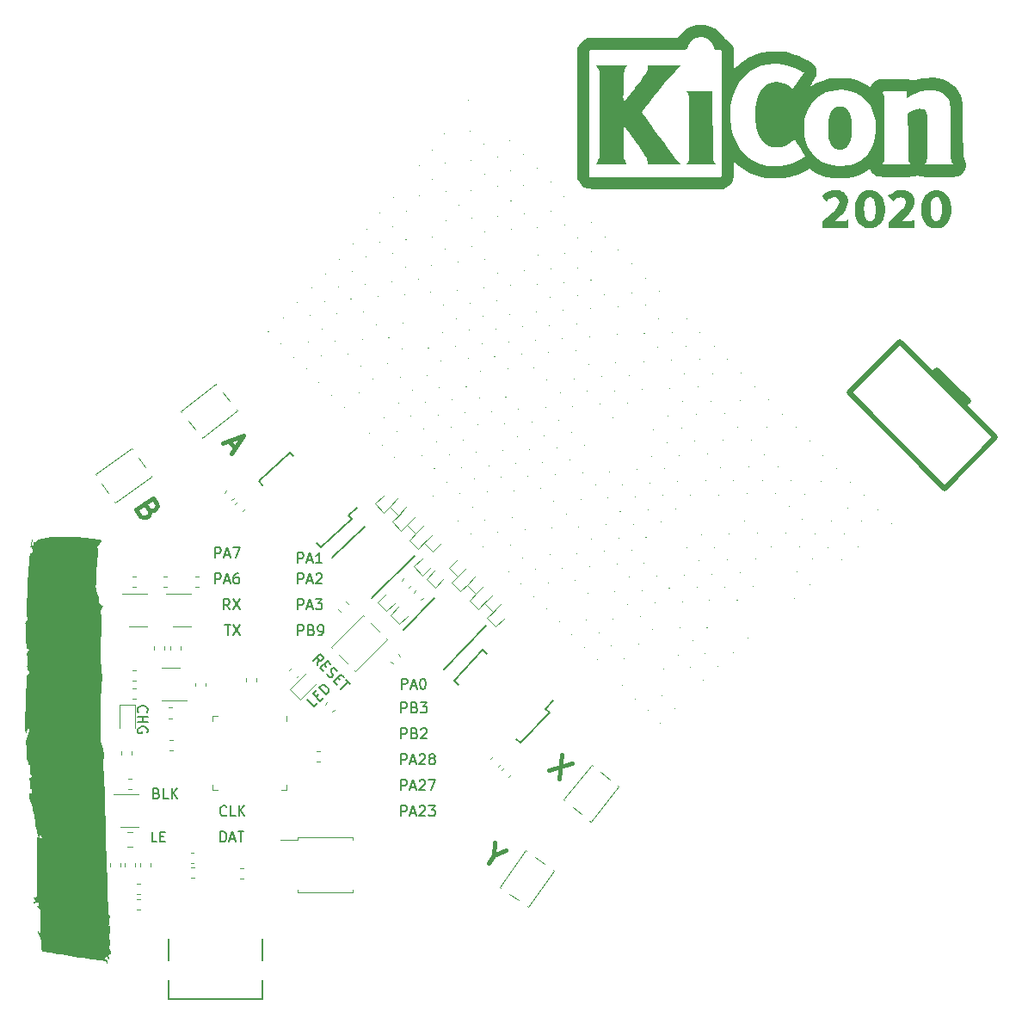
<source format=gto>
G04 #@! TF.GenerationSoftware,KiCad,Pcbnew,5.99.0-unknown-748bee1bc~104~ubuntu20.04.1*
G04 #@! TF.CreationDate,2020-09-24T12:18:17+09:30*
G04 #@! TF.ProjectId,badge,62616467-652e-46b6-9963-61645f706362,0.1*
G04 #@! TF.SameCoordinates,Original*
G04 #@! TF.FileFunction,Legend,Top*
G04 #@! TF.FilePolarity,Positive*
%FSLAX46Y46*%
G04 Gerber Fmt 4.6, Leading zero omitted, Abs format (unit mm)*
G04 Created by KiCad (PCBNEW 5.99.0-unknown-748bee1bc~104~ubuntu20.04.1) date 2020-09-24 12:18:17*
%MOMM*%
%LPD*%
G01*
G04 APERTURE LIST*
%ADD10C,0.200000*%
%ADD11C,0.400000*%
%ADD12C,0.120000*%
%ADD13C,0.100000*%
%ADD14C,0.150000*%
%ADD15C,0.500000*%
%ADD16R,1.060000X0.650000*%
%ADD17R,5.300000X5.300000*%
%ADD18C,0.650000*%
%ADD19R,0.300000X1.750000*%
%ADD20O,0.900000X2.100000*%
%ADD21O,1.000000X1.800000*%
%ADD22C,1.727200*%
G04 APERTURE END LIST*
D10*
X65001428Y-130053571D02*
X65144285Y-130101190D01*
X65191904Y-130148809D01*
X65239523Y-130244047D01*
X65239523Y-130386904D01*
X65191904Y-130482142D01*
X65144285Y-130529761D01*
X65049047Y-130577380D01*
X64668095Y-130577380D01*
X64668095Y-129577380D01*
X65001428Y-129577380D01*
X65096666Y-129625000D01*
X65144285Y-129672619D01*
X65191904Y-129767857D01*
X65191904Y-129863095D01*
X65144285Y-129958333D01*
X65096666Y-130005952D01*
X65001428Y-130053571D01*
X64668095Y-130053571D01*
X66144285Y-130577380D02*
X65668095Y-130577380D01*
X65668095Y-129577380D01*
X66477619Y-130577380D02*
X66477619Y-129577380D01*
X67049047Y-130577380D02*
X66620476Y-130005952D01*
X67049047Y-129577380D02*
X66477619Y-130148809D01*
X71846213Y-132197376D02*
X71798594Y-132244995D01*
X71655737Y-132292614D01*
X71560499Y-132292614D01*
X71417642Y-132244995D01*
X71322404Y-132149757D01*
X71274785Y-132054519D01*
X71227166Y-131864043D01*
X71227166Y-131721186D01*
X71274785Y-131530710D01*
X71322404Y-131435472D01*
X71417642Y-131340234D01*
X71560499Y-131292614D01*
X71655737Y-131292614D01*
X71798594Y-131340234D01*
X71846213Y-131387853D01*
X72750975Y-132292614D02*
X72274785Y-132292614D01*
X72274785Y-131292614D01*
X73084309Y-132292614D02*
X73084309Y-131292614D01*
X73655737Y-132292614D02*
X73227166Y-131721186D01*
X73655737Y-131292614D02*
X73084309Y-131864043D01*
X65020000Y-134852380D02*
X64543809Y-134852380D01*
X64543809Y-133852380D01*
X65353333Y-134328571D02*
X65686666Y-134328571D01*
X65829523Y-134852380D02*
X65353333Y-134852380D01*
X65353333Y-133852380D01*
X65829523Y-133852380D01*
X71274785Y-134832614D02*
X71274785Y-133832614D01*
X71512880Y-133832614D01*
X71655737Y-133880234D01*
X71750975Y-133975472D01*
X71798594Y-134070710D01*
X71846213Y-134261186D01*
X71846213Y-134404043D01*
X71798594Y-134594519D01*
X71750975Y-134689757D01*
X71655737Y-134784995D01*
X71512880Y-134832614D01*
X71274785Y-134832614D01*
X72227166Y-134546900D02*
X72703356Y-134546900D01*
X72131928Y-134832614D02*
X72465261Y-133832614D01*
X72798594Y-134832614D01*
X72989070Y-133832614D02*
X73560499Y-133832614D01*
X73274785Y-134832614D02*
X73274785Y-133832614D01*
X89093095Y-119802380D02*
X89093095Y-118802380D01*
X89474047Y-118802380D01*
X89569285Y-118850000D01*
X89616904Y-118897619D01*
X89664523Y-118992857D01*
X89664523Y-119135714D01*
X89616904Y-119230952D01*
X89569285Y-119278571D01*
X89474047Y-119326190D01*
X89093095Y-119326190D01*
X90045476Y-119516666D02*
X90521666Y-119516666D01*
X89950238Y-119802380D02*
X90283571Y-118802380D01*
X90616904Y-119802380D01*
X91140714Y-118802380D02*
X91235952Y-118802380D01*
X91331190Y-118850000D01*
X91378809Y-118897619D01*
X91426428Y-118992857D01*
X91474047Y-119183333D01*
X91474047Y-119421428D01*
X91426428Y-119611904D01*
X91378809Y-119707142D01*
X91331190Y-119754761D01*
X91235952Y-119802380D01*
X91140714Y-119802380D01*
X91045476Y-119754761D01*
X90997857Y-119707142D01*
X90950238Y-119611904D01*
X90902619Y-119421428D01*
X90902619Y-119183333D01*
X90950238Y-118992857D01*
X90997857Y-118897619D01*
X91045476Y-118850000D01*
X91140714Y-118802380D01*
X78894786Y-114512613D02*
X78894786Y-113512613D01*
X79275738Y-113512613D01*
X79370976Y-113560233D01*
X79418595Y-113607852D01*
X79466214Y-113703090D01*
X79466214Y-113845947D01*
X79418595Y-113941185D01*
X79370976Y-113988804D01*
X79275738Y-114036423D01*
X78894786Y-114036423D01*
X80228119Y-113988804D02*
X80370976Y-114036423D01*
X80418595Y-114084042D01*
X80466214Y-114179280D01*
X80466214Y-114322137D01*
X80418595Y-114417375D01*
X80370976Y-114464994D01*
X80275738Y-114512613D01*
X79894786Y-114512613D01*
X79894786Y-113512613D01*
X80228119Y-113512613D01*
X80323357Y-113560233D01*
X80370976Y-113607852D01*
X80418595Y-113703090D01*
X80418595Y-113798328D01*
X80370976Y-113893566D01*
X80323357Y-113941185D01*
X80228119Y-113988804D01*
X79894786Y-113988804D01*
X80942405Y-114512613D02*
X81132881Y-114512613D01*
X81228119Y-114464994D01*
X81275738Y-114417375D01*
X81370976Y-114274518D01*
X81418595Y-114084042D01*
X81418595Y-113703090D01*
X81370976Y-113607852D01*
X81323357Y-113560233D01*
X81228119Y-113512613D01*
X81037643Y-113512613D01*
X80942405Y-113560233D01*
X80894786Y-113607852D01*
X80847167Y-113703090D01*
X80847167Y-113941185D01*
X80894786Y-114036423D01*
X80942405Y-114084042D01*
X81037643Y-114131661D01*
X81228119Y-114131661D01*
X81323357Y-114084042D01*
X81370976Y-114036423D01*
X81418595Y-113941185D01*
X78872059Y-107410375D02*
X78872059Y-106410375D01*
X79253011Y-106410375D01*
X79348249Y-106457995D01*
X79395868Y-106505614D01*
X79443487Y-106600852D01*
X79443487Y-106743709D01*
X79395868Y-106838947D01*
X79348249Y-106886566D01*
X79253011Y-106934185D01*
X78872059Y-106934185D01*
X79824440Y-107124661D02*
X80300630Y-107124661D01*
X79729202Y-107410375D02*
X80062535Y-106410375D01*
X80395868Y-107410375D01*
X81253011Y-107410375D02*
X80681583Y-107410375D01*
X80967297Y-107410375D02*
X80967297Y-106410375D01*
X80872059Y-106553233D01*
X80776821Y-106648471D01*
X80681583Y-106696090D01*
X89054785Y-132292613D02*
X89054785Y-131292613D01*
X89435737Y-131292613D01*
X89530975Y-131340233D01*
X89578594Y-131387852D01*
X89626213Y-131483090D01*
X89626213Y-131625947D01*
X89578594Y-131721185D01*
X89530975Y-131768804D01*
X89435737Y-131816423D01*
X89054785Y-131816423D01*
X90007166Y-132006899D02*
X90483356Y-132006899D01*
X89911928Y-132292613D02*
X90245261Y-131292613D01*
X90578594Y-132292613D01*
X90864309Y-131387852D02*
X90911928Y-131340233D01*
X91007166Y-131292613D01*
X91245261Y-131292613D01*
X91340499Y-131340233D01*
X91388118Y-131387852D01*
X91435737Y-131483090D01*
X91435737Y-131578328D01*
X91388118Y-131721185D01*
X90816690Y-132292613D01*
X91435737Y-132292613D01*
X91769070Y-131292613D02*
X92388118Y-131292613D01*
X92054785Y-131673566D01*
X92197642Y-131673566D01*
X92292880Y-131721185D01*
X92340499Y-131768804D01*
X92388118Y-131864042D01*
X92388118Y-132102137D01*
X92340499Y-132197375D01*
X92292880Y-132244994D01*
X92197642Y-132292613D01*
X91911928Y-132292613D01*
X91816690Y-132244994D01*
X91769070Y-132197375D01*
X70745262Y-109432613D02*
X70745262Y-108432613D01*
X71126214Y-108432613D01*
X71221452Y-108480233D01*
X71269071Y-108527852D01*
X71316691Y-108623090D01*
X71316691Y-108765947D01*
X71269071Y-108861185D01*
X71221452Y-108908804D01*
X71126214Y-108956423D01*
X70745262Y-108956423D01*
X71697643Y-109146899D02*
X72173833Y-109146899D01*
X71602405Y-109432613D02*
X71935738Y-108432613D01*
X72269071Y-109432613D01*
X73030976Y-108432613D02*
X72840500Y-108432613D01*
X72745262Y-108480233D01*
X72697643Y-108527852D01*
X72602405Y-108670709D01*
X72554786Y-108861185D01*
X72554786Y-109242137D01*
X72602405Y-109337375D01*
X72650024Y-109384994D01*
X72745262Y-109432613D01*
X72935738Y-109432613D01*
X73030976Y-109384994D01*
X73078595Y-109337375D01*
X73126214Y-109242137D01*
X73126214Y-109004042D01*
X73078595Y-108908804D01*
X73030976Y-108861185D01*
X72935738Y-108813566D01*
X72745262Y-108813566D01*
X72650024Y-108861185D01*
X72602405Y-108908804D01*
X72554786Y-109004042D01*
D11*
X64219999Y-102093883D02*
X64305863Y-102382552D01*
X64282475Y-102515193D01*
X64181072Y-102702460D01*
X63947029Y-102866339D01*
X63736374Y-102897578D01*
X63603733Y-102874189D01*
X63416466Y-102772787D01*
X62979455Y-102148671D01*
X64617759Y-101001518D01*
X65000144Y-101547619D01*
X65031382Y-101758275D01*
X65007994Y-101890916D01*
X64906591Y-102078183D01*
X64750562Y-102187435D01*
X64539907Y-102218674D01*
X64407266Y-102195285D01*
X64219999Y-102093883D01*
X63837614Y-101547781D01*
D10*
X89054785Y-122132613D02*
X89054785Y-121132613D01*
X89435737Y-121132613D01*
X89530975Y-121180233D01*
X89578594Y-121227852D01*
X89626213Y-121323090D01*
X89626213Y-121465947D01*
X89578594Y-121561185D01*
X89530975Y-121608804D01*
X89435737Y-121656423D01*
X89054785Y-121656423D01*
X90388118Y-121608804D02*
X90530975Y-121656423D01*
X90578594Y-121704042D01*
X90626213Y-121799280D01*
X90626213Y-121942137D01*
X90578594Y-122037375D01*
X90530975Y-122084994D01*
X90435737Y-122132613D01*
X90054785Y-122132613D01*
X90054785Y-121132613D01*
X90388118Y-121132613D01*
X90483356Y-121180233D01*
X90530975Y-121227852D01*
X90578594Y-121323090D01*
X90578594Y-121418328D01*
X90530975Y-121513566D01*
X90483356Y-121561185D01*
X90388118Y-121608804D01*
X90054785Y-121608804D01*
X90959547Y-121132613D02*
X91578594Y-121132613D01*
X91245261Y-121513566D01*
X91388118Y-121513566D01*
X91483356Y-121561185D01*
X91530975Y-121608804D01*
X91578594Y-121704042D01*
X91578594Y-121942137D01*
X91530975Y-122037375D01*
X91483356Y-122084994D01*
X91388118Y-122132613D01*
X91102404Y-122132613D01*
X91007166Y-122084994D01*
X90959547Y-122037375D01*
X89054785Y-129752614D02*
X89054785Y-128752614D01*
X89435737Y-128752614D01*
X89530975Y-128800234D01*
X89578594Y-128847853D01*
X89626213Y-128943091D01*
X89626213Y-129085948D01*
X89578594Y-129181186D01*
X89530975Y-129228805D01*
X89435737Y-129276424D01*
X89054785Y-129276424D01*
X90007166Y-129466900D02*
X90483356Y-129466900D01*
X89911928Y-129752614D02*
X90245261Y-128752614D01*
X90578594Y-129752614D01*
X90864309Y-128847853D02*
X90911928Y-128800234D01*
X91007166Y-128752614D01*
X91245261Y-128752614D01*
X91340499Y-128800234D01*
X91388118Y-128847853D01*
X91435737Y-128943091D01*
X91435737Y-129038329D01*
X91388118Y-129181186D01*
X90816690Y-129752614D01*
X91435737Y-129752614D01*
X91769070Y-128752614D02*
X92435737Y-128752614D01*
X92007166Y-129752614D01*
X78894785Y-111972613D02*
X78894785Y-110972613D01*
X79275737Y-110972613D01*
X79370975Y-111020233D01*
X79418594Y-111067852D01*
X79466213Y-111163090D01*
X79466213Y-111305947D01*
X79418594Y-111401185D01*
X79370975Y-111448804D01*
X79275737Y-111496423D01*
X78894785Y-111496423D01*
X79847166Y-111686899D02*
X80323356Y-111686899D01*
X79751928Y-111972613D02*
X80085261Y-110972613D01*
X80418594Y-111972613D01*
X80656690Y-110972613D02*
X81275737Y-110972613D01*
X80942404Y-111353566D01*
X81085261Y-111353566D01*
X81180499Y-111401185D01*
X81228118Y-111448804D01*
X81275737Y-111544042D01*
X81275737Y-111782137D01*
X81228118Y-111877375D01*
X81180499Y-111924994D01*
X81085261Y-111972613D01*
X80799547Y-111972613D01*
X80704309Y-111924994D01*
X80656690Y-111877375D01*
D11*
X98175436Y-136146878D02*
X97629172Y-136927023D01*
X98230224Y-134906335D02*
X98175436Y-136146878D01*
X99322427Y-135671103D01*
D10*
X78894785Y-109432613D02*
X78894785Y-108432613D01*
X79275737Y-108432613D01*
X79370975Y-108480233D01*
X79418594Y-108527852D01*
X79466213Y-108623090D01*
X79466213Y-108765947D01*
X79418594Y-108861185D01*
X79370975Y-108908804D01*
X79275737Y-108956423D01*
X78894785Y-108956423D01*
X79847166Y-109146899D02*
X80323356Y-109146899D01*
X79751928Y-109432613D02*
X80085261Y-108432613D01*
X80418594Y-109432613D01*
X80704309Y-108527852D02*
X80751928Y-108480233D01*
X80847166Y-108432613D01*
X81085261Y-108432613D01*
X81180499Y-108480233D01*
X81228118Y-108527852D01*
X81275737Y-108623090D01*
X81275737Y-108718328D01*
X81228118Y-108861185D01*
X80656690Y-109432613D01*
X81275737Y-109432613D01*
X70745261Y-106892613D02*
X70745261Y-105892613D01*
X71126213Y-105892613D01*
X71221451Y-105940233D01*
X71269070Y-105987852D01*
X71316690Y-106083090D01*
X71316690Y-106225947D01*
X71269070Y-106321185D01*
X71221451Y-106368804D01*
X71126213Y-106416423D01*
X70745261Y-106416423D01*
X71697642Y-106606899D02*
X72173832Y-106606899D01*
X71602404Y-106892613D02*
X71935737Y-105892613D01*
X72269070Y-106892613D01*
X72507166Y-105892613D02*
X73173832Y-105892613D01*
X72745261Y-106892613D01*
X63208947Y-122083547D02*
X63161328Y-122035928D01*
X63113709Y-121893071D01*
X63113709Y-121797833D01*
X63161328Y-121654975D01*
X63256566Y-121559737D01*
X63351804Y-121512118D01*
X63542280Y-121464499D01*
X63685137Y-121464499D01*
X63875613Y-121512118D01*
X63970851Y-121559737D01*
X64066090Y-121654975D01*
X64113709Y-121797833D01*
X64113709Y-121893071D01*
X64066090Y-122035928D01*
X64018470Y-122083547D01*
X63113709Y-122512118D02*
X64113709Y-122512118D01*
X63637518Y-122512118D02*
X63637518Y-123083547D01*
X63113709Y-123083547D02*
X64113709Y-123083547D01*
X64066090Y-124083547D02*
X64113709Y-123988309D01*
X64113709Y-123845452D01*
X64066090Y-123702594D01*
X63970851Y-123607356D01*
X63875613Y-123559737D01*
X63685137Y-123512118D01*
X63542280Y-123512118D01*
X63351804Y-123559737D01*
X63256566Y-123607356D01*
X63161328Y-123702594D01*
X63113709Y-123845452D01*
X63113709Y-123940690D01*
X63161328Y-124083547D01*
X63208947Y-124131166D01*
X63542280Y-124131166D01*
X63542280Y-123940690D01*
X71697642Y-113512613D02*
X72269070Y-113512613D01*
X71983356Y-114512613D02*
X71983356Y-113512613D01*
X72507166Y-113512613D02*
X73173832Y-114512613D01*
X73173832Y-113512613D02*
X72507166Y-114512613D01*
X89054785Y-127212614D02*
X89054785Y-126212614D01*
X89435737Y-126212614D01*
X89530975Y-126260234D01*
X89578594Y-126307853D01*
X89626213Y-126403091D01*
X89626213Y-126545948D01*
X89578594Y-126641186D01*
X89530975Y-126688805D01*
X89435737Y-126736424D01*
X89054785Y-126736424D01*
X90007166Y-126926900D02*
X90483356Y-126926900D01*
X89911928Y-127212614D02*
X90245261Y-126212614D01*
X90578594Y-127212614D01*
X90864309Y-126307853D02*
X90911928Y-126260234D01*
X91007166Y-126212614D01*
X91245261Y-126212614D01*
X91340499Y-126260234D01*
X91388118Y-126307853D01*
X91435737Y-126403091D01*
X91435737Y-126498329D01*
X91388118Y-126641186D01*
X90816690Y-127212614D01*
X91435737Y-127212614D01*
X92007166Y-126641186D02*
X91911928Y-126593567D01*
X91864309Y-126545948D01*
X91816690Y-126450710D01*
X91816690Y-126403091D01*
X91864309Y-126307853D01*
X91911928Y-126260234D01*
X92007166Y-126212614D01*
X92197642Y-126212614D01*
X92292880Y-126260234D01*
X92340499Y-126307853D01*
X92388118Y-126403091D01*
X92388118Y-126450710D01*
X92340499Y-126545948D01*
X92292880Y-126593567D01*
X92197642Y-126641186D01*
X92007166Y-126641186D01*
X91911928Y-126688805D01*
X91864309Y-126736424D01*
X91816690Y-126831662D01*
X91816690Y-127022138D01*
X91864309Y-127117376D01*
X91911928Y-127164995D01*
X92007166Y-127212614D01*
X92197642Y-127212614D01*
X92292880Y-127164995D01*
X92340499Y-127117376D01*
X92388118Y-127022138D01*
X92388118Y-126831662D01*
X92340499Y-126736424D01*
X92292880Y-126688805D01*
X92197642Y-126641186D01*
X80826472Y-121220507D02*
X80489755Y-121557224D01*
X79782648Y-120850118D01*
X80691785Y-120614415D02*
X80927488Y-120378713D01*
X81398892Y-120648087D02*
X81062175Y-120984805D01*
X80355068Y-120277698D01*
X80691785Y-119940980D01*
X81701938Y-120345041D02*
X80994831Y-119637934D01*
X81163190Y-119469576D01*
X81297877Y-119402232D01*
X81432564Y-119402232D01*
X81533579Y-119435904D01*
X81701938Y-119536919D01*
X81802953Y-119637934D01*
X81903969Y-119806293D01*
X81937640Y-119907308D01*
X81937640Y-120041995D01*
X81870297Y-120176682D01*
X81701938Y-120345041D01*
D11*
X72102625Y-95387560D02*
X72701978Y-96127699D01*
X71538672Y-95599144D02*
X73512510Y-94858601D01*
X72377765Y-96635339D01*
D10*
X80781016Y-117440853D02*
X80882032Y-116868433D01*
X80376955Y-117036792D02*
X81084062Y-116329685D01*
X81353436Y-116599059D01*
X81387108Y-116700074D01*
X81387108Y-116767418D01*
X81353436Y-116868433D01*
X81252421Y-116969448D01*
X81151406Y-117003120D01*
X81084062Y-117003120D01*
X80983047Y-116969448D01*
X80713673Y-116700074D01*
X81454451Y-117373509D02*
X81690154Y-117609211D01*
X81420780Y-118080616D02*
X81084062Y-117743898D01*
X81791169Y-117036792D01*
X82127887Y-117373509D01*
X81723825Y-118316318D02*
X81791169Y-118451005D01*
X81959528Y-118619364D01*
X82060543Y-118653036D01*
X82127887Y-118653036D01*
X82228902Y-118619364D01*
X82296245Y-118552021D01*
X82329917Y-118451005D01*
X82329917Y-118383662D01*
X82296245Y-118282647D01*
X82195230Y-118114288D01*
X82161558Y-118013272D01*
X82161558Y-117945929D01*
X82195230Y-117844914D01*
X82262574Y-117777570D01*
X82363589Y-117743898D01*
X82430932Y-117743898D01*
X82531948Y-117777570D01*
X82700306Y-117945929D01*
X82767650Y-118080616D01*
X82767650Y-118686708D02*
X83003352Y-118922410D01*
X82733978Y-119393814D02*
X82397261Y-119057097D01*
X83104367Y-118349990D01*
X83441085Y-118686708D01*
X83643115Y-118888738D02*
X84047176Y-119292799D01*
X83138039Y-119797875D02*
X83845146Y-119090769D01*
X89054785Y-124672613D02*
X89054785Y-123672613D01*
X89435737Y-123672613D01*
X89530975Y-123720233D01*
X89578594Y-123767852D01*
X89626213Y-123863090D01*
X89626213Y-124005947D01*
X89578594Y-124101185D01*
X89530975Y-124148804D01*
X89435737Y-124196423D01*
X89054785Y-124196423D01*
X90388118Y-124148804D02*
X90530975Y-124196423D01*
X90578594Y-124244042D01*
X90626213Y-124339280D01*
X90626213Y-124482137D01*
X90578594Y-124577375D01*
X90530975Y-124624994D01*
X90435737Y-124672613D01*
X90054785Y-124672613D01*
X90054785Y-123672613D01*
X90388118Y-123672613D01*
X90483356Y-123720233D01*
X90530975Y-123767852D01*
X90578594Y-123863090D01*
X90578594Y-123958328D01*
X90530975Y-124053566D01*
X90483356Y-124101185D01*
X90388118Y-124148804D01*
X90054785Y-124148804D01*
X91007166Y-123767852D02*
X91054785Y-123720233D01*
X91150023Y-123672613D01*
X91388118Y-123672613D01*
X91483356Y-123720233D01*
X91530975Y-123767852D01*
X91578594Y-123863090D01*
X91578594Y-123958328D01*
X91530975Y-124101185D01*
X90959547Y-124672613D01*
X91578594Y-124672613D01*
D11*
X104830224Y-126274866D02*
X104607778Y-128668251D01*
X105866418Y-127113960D02*
X103571583Y-127829158D01*
D10*
X72173832Y-111972614D02*
X71840499Y-111496424D01*
X71602404Y-111972614D02*
X71602404Y-110972614D01*
X71983356Y-110972614D01*
X72078594Y-111020234D01*
X72126213Y-111067853D01*
X72173832Y-111163091D01*
X72173832Y-111305948D01*
X72126213Y-111401186D01*
X72078594Y-111448805D01*
X71983356Y-111496424D01*
X71602404Y-111496424D01*
X72507166Y-110972614D02*
X73173832Y-111972614D01*
X73173832Y-110972614D02*
X72507166Y-111972614D01*
D12*
G04 #@! TO.C,U7*
X63225000Y-130190000D02*
X60775000Y-130190000D01*
X61425000Y-133410000D02*
X63225000Y-133410000D01*
G04 #@! TO.C,R18*
X63390000Y-136937221D02*
X63390000Y-137262779D01*
X64410000Y-136937221D02*
X64410000Y-137262779D01*
G04 #@! TO.C,R17*
X61865000Y-136962221D02*
X61865000Y-137287779D01*
X62885000Y-136962221D02*
X62885000Y-137287779D01*
G04 #@! TO.C,L1*
X62638578Y-133880000D02*
X62121422Y-133880000D01*
X62638578Y-135300000D02*
X62121422Y-135300000D01*
G04 #@! TO.C,C14*
X63362779Y-138990000D02*
X63037221Y-138990000D01*
X63362779Y-140010000D02*
X63037221Y-140010000D01*
G04 #@! TO.C,C13*
X63362779Y-140465000D02*
X63037221Y-140465000D01*
X63362779Y-141485000D02*
X63037221Y-141485000D01*
G04 #@! TO.C,C10*
X60390000Y-136912221D02*
X60390000Y-137237779D01*
X61410000Y-136912221D02*
X61410000Y-137237779D01*
G04 #@! TO.C,C9*
X62542779Y-128640000D02*
X62217221Y-128640000D01*
X62542779Y-129660000D02*
X62217221Y-129660000D01*
D13*
G04 #@! TO.C,D439*
X106207297Y-109096729D02*
G75*
G03*
X106207297Y-109096729I-50000J0D01*
G01*
G04 #@! TO.C,D22*
X123890835Y-90042093D02*
G75*
G03*
X123890835Y-90042093I-50000J0D01*
G01*
G04 #@! TO.C,D476*
X111013800Y-116832364D02*
G75*
G03*
X111013800Y-116832364I-50000J0D01*
G01*
G04 #@! TO.C,D26*
X129256599Y-95405920D02*
G75*
G03*
X129256599Y-95405920I-50000J0D01*
G01*
G04 #@! TO.C,D512*
X114599227Y-123165223D02*
G75*
G03*
X114599227Y-123165223I-49999J0D01*
G01*
G04 #@! TO.C,D36*
X98515416Y-67463723D02*
G75*
G03*
X98515416Y-67463723I-50000J0D01*
G01*
G04 #@! TO.C,D292*
X88134365Y-79733700D02*
G75*
G03*
X88134365Y-79733700I-50000J0D01*
G01*
G04 #@! TO.C,D488*
X84716148Y-93313003D02*
G75*
G03*
X84716148Y-93313003I-50000J0D01*
G01*
G04 #@! TO.C,D25*
X127915204Y-94062587D02*
G75*
G03*
X127915204Y-94062587I-50000J0D01*
G01*
G04 #@! TO.C,D55*
X123722412Y-92717476D02*
G75*
G03*
X123722412Y-92717476I-49999J0D01*
G01*
D12*
G04 #@! TO.C,SW1*
X70783945Y-89733620D02*
X67364503Y-92502630D01*
X72923635Y-92375916D02*
X72848116Y-92282659D01*
X69428674Y-95051668D02*
X69504193Y-95144926D01*
X72212503Y-91497741D02*
X71495077Y-90611795D01*
X70859464Y-89826878D02*
X70783945Y-89733620D01*
X68075635Y-93380805D02*
X68793061Y-94266751D01*
X69504193Y-95144926D02*
X72923635Y-92375916D01*
X67364503Y-92502630D02*
X67440022Y-92595887D01*
D13*
G04 #@! TO.C,D445*
X113664856Y-116667581D02*
G75*
G03*
X113664856Y-116667581I-50000J0D01*
G01*
G04 #@! TO.C,D491*
X88453180Y-96987490D02*
G75*
G03*
X88453180Y-96987490I-50000J0D01*
G01*
G04 #@! TO.C,D335*
X100499017Y-94981896D02*
G75*
G03*
X100499017Y-94981896I-49999J0D01*
G01*
G04 #@! TO.C,D379*
X114030130Y-111305640D02*
G75*
G03*
X114030130Y-111305640I-49999J0D01*
G01*
G04 #@! TO.C,D127*
X131136651Y-105862223D02*
G75*
G03*
X131136651Y-105862223I-50000J0D01*
G01*
G04 #@! TO.C,D167*
X97282999Y-77548982D02*
G75*
G03*
X97282999Y-77548982I-50000J0D01*
G01*
G04 #@! TO.C,D45*
X110456473Y-79510899D02*
G75*
G03*
X110456473Y-79510899I-50000J0D01*
G01*
G04 #@! TO.C,D251*
X119882499Y-105887476D02*
G75*
G03*
X119882499Y-105887476I-50000J0D01*
G01*
G04 #@! TO.C,D110*
X109018094Y-83644916D02*
G75*
G03*
X109018094Y-83644916I-49999J0D01*
G01*
G04 #@! TO.C,D372*
X105314436Y-102582257D02*
G75*
G03*
X105314436Y-102582257I-50000J0D01*
G01*
G04 #@! TO.C,D279*
X113371697Y-102192150D02*
G75*
G03*
X113371697Y-102192150I-50000J0D01*
G01*
G04 #@! TO.C,D324*
X86771595Y-81177730D02*
G75*
G03*
X86771595Y-81177730I-50001J0D01*
G01*
G04 #@! TO.C,D388*
X84000110Y-84102129D02*
G75*
G03*
X84000110Y-84102129I-50000J0D01*
G01*
G04 #@! TO.C,D465*
X97337639Y-103172358D02*
G75*
G03*
X97337639Y-103172358I-50000J0D01*
G01*
G04 #@! TO.C,D246*
X113563560Y-99523444D02*
G75*
G03*
X113563560Y-99523444I-50000J0D01*
G01*
G04 #@! TO.C,D164*
X93442278Y-73737606D02*
G75*
G03*
X93442278Y-73737606I-50000J0D01*
G01*
G04 #@! TO.C,D192*
X129282241Y-109546241D02*
G75*
G03*
X129282241Y-109546241I-50001J0D01*
G01*
G04 #@! TO.C,D317*
X119436239Y-111027754D02*
G75*
G03*
X119436239Y-111027754I-50000J0D01*
G01*
G04 #@! TO.C,D44*
X109129192Y-78172754D02*
G75*
G03*
X109129192Y-78172754I-50000J0D01*
G01*
G04 #@! TO.C,D161*
X89603283Y-69867283D02*
G75*
G03*
X89603283Y-69867283I-50001J0D01*
G01*
G04 #@! TO.C,D236*
X100928247Y-86839144D02*
G75*
G03*
X100928247Y-86839144I-50000J0D01*
G01*
G04 #@! TO.C,D29*
X133280697Y-99453045D02*
G75*
G03*
X133280697Y-99453045I-50000J0D01*
G01*
G04 #@! TO.C,D220*
X122648515Y-105850463D02*
G75*
G03*
X122648515Y-105850463I-50001J0D01*
G01*
G04 #@! TO.C,D253*
X122409791Y-108344452D02*
G75*
G03*
X122409791Y-108344452I-50000J0D01*
G01*
G04 #@! TO.C,D306*
X105663508Y-97255023D02*
G75*
G03*
X105663508Y-97255023I-50000J0D01*
G01*
G04 #@! TO.C,D105*
X102514776Y-77103941D02*
G75*
G03*
X102514776Y-77103941I-50000J0D01*
G01*
G04 #@! TO.C,D174*
X106242089Y-86529662D02*
G75*
G03*
X106242089Y-86529662I-50000J0D01*
G01*
G04 #@! TO.C,D430*
X95021695Y-97999071D02*
G75*
G03*
X95021695Y-97999071I-50000J0D01*
G01*
G04 #@! TO.C,D367*
X99089655Y-96328179D02*
G75*
G03*
X99089655Y-96328179I-50000J0D01*
G01*
G04 #@! TO.C,D393*
X90218742Y-90391251D02*
G75*
G03*
X90218742Y-90391251I-50001J0D01*
G01*
G04 #@! TO.C,D171*
X102401990Y-82701175D02*
G75*
G03*
X102401990Y-82701175I-50001J0D01*
G01*
G04 #@! TO.C,D248*
X116091827Y-102105952D02*
G75*
G03*
X116091827Y-102105952I-50000J0D01*
G01*
G04 #@! TO.C,D344*
X111731197Y-106153099D02*
G75*
G03*
X111731197Y-106153099I-50000J0D01*
G01*
G04 #@! TO.C,D454*
X83658413Y-89434424D02*
G75*
G03*
X83658413Y-89434424I-49999J0D01*
G01*
G04 #@! TO.C,D228*
X90817347Y-76790584D02*
G75*
G03*
X90817347Y-76790584I-49999J0D01*
G01*
G04 #@! TO.C,D507*
X108373674Y-116939669D02*
G75*
G03*
X108373674Y-116939669I-49999J0D01*
G01*
G04 #@! TO.C,D285*
X120916681Y-109770099D02*
G75*
G03*
X120916681Y-109770099I-50000J0D01*
G01*
D12*
G04 #@! TO.C,R5*
X81771168Y-121114506D02*
X81540963Y-121344711D01*
X82492417Y-121835755D02*
X82262212Y-122065960D01*
G04 #@! TO.C,C11*
X62603912Y-120770233D02*
X62929470Y-120770233D01*
X62603912Y-119750233D02*
X62929470Y-119750233D01*
D13*
G04 #@! TO.C,D150*
X117951473Y-95383072D02*
G75*
G03*
X117951473Y-95383072I-50000J0D01*
G01*
G04 #@! TO.C,D205*
X103579998Y-86656455D02*
G75*
G03*
X103579998Y-86656455I-50001J0D01*
G01*
G04 #@! TO.C,D125*
X128534342Y-103121495D02*
G75*
G03*
X128534342Y-103121495I-50000J0D01*
G01*
G04 #@! TO.C,D37*
X99841119Y-68826594D02*
G75*
G03*
X99841119Y-68826594I-50001J0D01*
G01*
G04 #@! TO.C,D417*
X78865376Y-81766672D02*
G75*
G03*
X78865376Y-81766672I-50000J0D01*
G01*
D12*
G04 #@! TO.C,D513*
X79136360Y-120860010D02*
X80752099Y-119244271D01*
X78096913Y-119820563D02*
X79136360Y-120860010D01*
X79712652Y-118204824D02*
X78096913Y-119820563D01*
G04 #@! TO.C,R15*
X61546690Y-125927453D02*
X61546690Y-126253011D01*
X62566690Y-125927453D02*
X62566690Y-126253011D01*
D13*
G04 #@! TO.C,D434*
X99992288Y-102918889D02*
G75*
G03*
X99992288Y-102918889I-50001J0D01*
G01*
G04 #@! TO.C,D320*
X123192139Y-114795365D02*
G75*
G03*
X123192139Y-114795365I-50000J0D01*
G01*
G04 #@! TO.C,D68*
X97271284Y-69171966D02*
G75*
G03*
X97271284Y-69171966I-50000J0D01*
G01*
G04 #@! TO.C,D291*
X86881975Y-78506362D02*
G75*
G03*
X86881975Y-78506362I-50000J0D01*
G01*
G04 #@! TO.C,D295*
X91890345Y-83501311D02*
G75*
G03*
X91890345Y-83501311I-50000J0D01*
G01*
G04 #@! TO.C,D193*
X88323542Y-71445364D02*
G75*
G03*
X88323542Y-71445364I-50000J0D01*
G01*
D14*
G04 #@! TO.C,U2*
X85434485Y-103849059D02*
X82269389Y-106905555D01*
X90405432Y-106729324D02*
X86107377Y-110879908D01*
D13*
G04 #@! TO.C,D460*
X91120219Y-96828105D02*
G75*
G03*
X91120219Y-96828105I-50000J0D01*
G01*
G04 #@! TO.C,D249*
X117354553Y-103320179D02*
G75*
G03*
X117354553Y-103320179I-49999J0D01*
G01*
G04 #@! TO.C,D311*
X111924698Y-103604739D02*
G75*
G03*
X111924698Y-103604739I-50000J0D01*
G01*
G04 #@! TO.C,D138*
X102472016Y-79980620D02*
G75*
G03*
X102472016Y-79980620I-50000J0D01*
G01*
G04 #@! TO.C,D84*
X118282265Y-90051026D02*
G75*
G03*
X118282265Y-90051026I-50000J0D01*
G01*
G04 #@! TO.C,D369*
X101579080Y-98848827D02*
G75*
G03*
X101579080Y-98848827I-50001J0D01*
G01*
G04 #@! TO.C,D88*
X123534345Y-95326870D02*
G75*
G03*
X123534345Y-95326870I-50000J0D01*
G01*
G04 #@! TO.C,D442*
X109935360Y-112916399D02*
G75*
G03*
X109935360Y-112916399I-50001J0D01*
G01*
G04 #@! TO.C,D136*
X99892405Y-77406572D02*
G75*
G03*
X99892405Y-77406572I-49999J0D01*
G01*
D12*
G04 #@! TO.C,R12*
X66356690Y-115935512D02*
X66356690Y-115609954D01*
X67376690Y-115935512D02*
X67376690Y-115609954D01*
D13*
G04 #@! TO.C,D428*
X92535550Y-95490663D02*
G75*
G03*
X92535550Y-95490663I-50000J0D01*
G01*
G04 #@! TO.C,D140*
X105051863Y-82507113D02*
G75*
G03*
X105051863Y-82507113I-49999J0D01*
G01*
G04 #@! TO.C,D153*
X121820851Y-99258406D02*
G75*
G03*
X121820851Y-99258406I-50000J0D01*
G01*
G04 #@! TO.C,D124*
X127232831Y-101830019D02*
G75*
G03*
X127232831Y-101830019I-50000J0D01*
G01*
G04 #@! TO.C,D494*
X92187093Y-100808395D02*
G75*
G03*
X92187093Y-100808395I-50000J0D01*
G01*
G04 #@! TO.C,D33*
X94534126Y-63521526D02*
G75*
G03*
X94534126Y-63521526I-50000J0D01*
G01*
G04 #@! TO.C,D109*
X107717703Y-82326831D02*
G75*
G03*
X107717703Y-82326831I-50000J0D01*
G01*
G04 #@! TO.C,D489*
X85963783Y-94632251D02*
G75*
G03*
X85963783Y-94632251I-50000J0D01*
G01*
D12*
G04 #@! TO.C,Q14*
X89577257Y-101909253D02*
X88757013Y-102729497D01*
X88757013Y-102729497D02*
X87894342Y-101866826D01*
X87894342Y-101866826D02*
X88714586Y-101046582D01*
D13*
G04 #@! TO.C,D74*
X105149221Y-76927939D02*
G75*
G03*
X105149221Y-76927939I-50001J0D01*
G01*
D12*
G04 #@! TO.C,Q11*
X95711408Y-109386907D02*
X94891164Y-110207151D01*
X94891164Y-110207151D02*
X94028493Y-109344480D01*
X94028493Y-109344480D02*
X94848737Y-108524236D01*
G04 #@! TO.C,Q5*
X98911067Y-111384483D02*
X98090823Y-112204727D01*
X97228152Y-111342056D02*
X98048396Y-110521812D01*
X98090823Y-112204727D02*
X97228152Y-111342056D01*
D13*
G04 #@! TO.C,D466*
X98578876Y-104352996D02*
G75*
G03*
X98578876Y-104352996I-50000J0D01*
G01*
G04 #@! TO.C,D190*
X126721313Y-107024342D02*
G75*
G03*
X126721313Y-107024342I-50000J0D01*
G01*
G04 #@! TO.C,D255*
X124936739Y-110923164D02*
G75*
G03*
X124936739Y-110923164I-50000J0D01*
G01*
G04 #@! TO.C,D403*
X102652694Y-102695691D02*
G75*
G03*
X102652694Y-102695691I-50000J0D01*
G01*
G04 #@! TO.C,D265*
X95771229Y-84504540D02*
G75*
G03*
X95771229Y-84504540I-50001J0D01*
G01*
G04 #@! TO.C,D268*
X99542588Y-88285905D02*
G75*
G03*
X99542588Y-88285905I-50001J0D01*
G01*
G04 #@! TO.C,D188*
X124161712Y-104445389D02*
G75*
G03*
X124161712Y-104445389I-49999J0D01*
G01*
G04 #@! TO.C,D27*
X130598634Y-96810121D02*
G75*
G03*
X130598634Y-96810121I-50001J0D01*
G01*
G04 #@! TO.C,D87*
X122220828Y-94023119D02*
G75*
G03*
X122220828Y-94023119I-50000J0D01*
G01*
G04 #@! TO.C,D48*
X114437479Y-83363742D02*
G75*
G03*
X114437479Y-83363742I-50000J0D01*
G01*
G04 #@! TO.C,D368*
X100334053Y-97598010D02*
G75*
G03*
X100334053Y-97598010I-50000J0D01*
G01*
G04 #@! TO.C,D63*
X134337943Y-103276276D02*
G75*
G03*
X134337943Y-103276276I-50000J0D01*
G01*
G04 #@! TO.C,D257*
X85713769Y-74585013D02*
G75*
G03*
X85713769Y-74585013I-50000J0D01*
G01*
G04 #@! TO.C,D464*
X96093071Y-101906187D02*
G75*
G03*
X96093071Y-101906187I-50000J0D01*
G01*
G04 #@! TO.C,D315*
X116933376Y-108620604D02*
G75*
G03*
X116933376Y-108620604I-50001J0D01*
G01*
G04 #@! TO.C,D429*
X93779041Y-96760080D02*
G75*
G03*
X93779041Y-96760080I-50001J0D01*
G01*
G04 #@! TO.C,D433*
X98751808Y-101617173D02*
G75*
G03*
X98751808Y-101617173I-50000J0D01*
G01*
G04 #@! TO.C,D115*
X115523793Y-90229657D02*
G75*
G03*
X115523793Y-90229657I-50000J0D01*
G01*
G04 #@! TO.C,D495*
X93431924Y-102030679D02*
G75*
G03*
X93431924Y-102030679I-50000J0D01*
G01*
D12*
G04 #@! TO.C,U5*
X78851690Y-139805233D02*
X78851690Y-139545233D01*
X81576690Y-134355233D02*
X78851690Y-134355233D01*
X84301690Y-134355233D02*
X84301690Y-134615233D01*
X78851690Y-134355233D02*
X78851690Y-134615233D01*
X84301690Y-139805233D02*
X84301690Y-139545233D01*
X81576690Y-134355233D02*
X84301690Y-134355233D01*
X81576690Y-139805233D02*
X84301690Y-139805233D01*
X78851690Y-134615233D02*
X77176690Y-134615233D01*
X81576690Y-139805233D02*
X78851690Y-139805233D01*
G04 #@! TO.C,U6*
X68351680Y-110422723D02*
X65901680Y-110422723D01*
X66551680Y-113642723D02*
X68351680Y-113642723D01*
D14*
G04 #@! TO.C,U3*
X83848157Y-102706733D02*
X84670930Y-101939485D01*
X81136989Y-105884419D02*
X80756775Y-105476690D01*
X75033103Y-99338804D02*
X75413317Y-99746533D01*
X78068221Y-96508511D02*
X75033103Y-99338804D01*
X84172107Y-103054126D02*
X83848157Y-102706733D01*
X78068221Y-96508511D02*
X78448435Y-96916240D01*
X84172107Y-103054126D02*
X81136989Y-105884419D01*
D13*
G04 #@! TO.C,D227*
X89554874Y-75574449D02*
G75*
G03*
X89554874Y-75574449I-50000J0D01*
G01*
G04 #@! TO.C,D143*
X108921403Y-86380549D02*
G75*
G03*
X108921403Y-86380549I-50000J0D01*
G01*
G04 #@! TO.C,D492*
X89696591Y-98293446D02*
G75*
G03*
X89696591Y-98293446I-50000J0D01*
G01*
G04 #@! TO.C,D16*
X115842880Y-81970680D02*
G75*
G03*
X115842880Y-81970680I-50001J0D01*
G01*
G04 #@! TO.C,D256*
X126200416Y-112186841D02*
G75*
G03*
X126200416Y-112186841I-50000J0D01*
G01*
G04 #@! TO.C,D375*
X109051696Y-106266265D02*
G75*
G03*
X109051696Y-106266265I-50000J0D01*
G01*
G04 #@! TO.C,D497*
X95922624Y-104551334D02*
G75*
G03*
X95922624Y-104551334I-50000J0D01*
G01*
G04 #@! TO.C,D50*
X117088695Y-86089469D02*
G75*
G03*
X117088695Y-86089469I-50000J0D01*
G01*
D12*
G04 #@! TO.C,Q3*
X98373665Y-113689652D02*
X97510994Y-112826981D01*
X99193909Y-112869408D02*
X98373665Y-113689652D01*
X97510994Y-112826981D02*
X98331238Y-112006737D01*
D13*
G04 #@! TO.C,D499*
X98412964Y-107045358D02*
G75*
G03*
X98412964Y-107045358I-50000J0D01*
G01*
G04 #@! TO.C,D152*
X120530032Y-98019880D02*
G75*
G03*
X120530032Y-98019880I-50000J0D01*
G01*
G04 #@! TO.C,D237*
X102190455Y-88167476D02*
G75*
G03*
X102190455Y-88167476I-49999J0D01*
G01*
G04 #@! TO.C,D509*
X110863672Y-119439401D02*
G75*
G03*
X110863672Y-119439401I-50000J0D01*
G01*
D12*
G04 #@! TO.C,Q16*
X86480128Y-101583983D02*
X87300372Y-100763739D01*
X88163043Y-101626410D02*
X87342799Y-102446654D01*
X87342799Y-102446654D02*
X86480128Y-101583983D01*
D13*
G04 #@! TO.C,D51*
X118417030Y-87355363D02*
G75*
G03*
X118417030Y-87355363I-50000J0D01*
G01*
G04 #@! TO.C,D333*
X98003584Y-92502991D02*
G75*
G03*
X98003584Y-92502991I-50000J0D01*
G01*
G04 #@! TO.C,D419*
X81352955Y-84366335D02*
G75*
G03*
X81352955Y-84366335I-50000J0D01*
G01*
G04 #@! TO.C,D101*
X97308992Y-71972304D02*
G75*
G03*
X97308992Y-71972304I-49999J0D01*
G01*
G04 #@! TO.C,D32*
X137306485Y-103532485D02*
G75*
G03*
X137306485Y-103532485I-50000J0D01*
G01*
G04 #@! TO.C,D371*
X104069225Y-101348560D02*
G75*
G03*
X104069225Y-101348560I-49999J0D01*
G01*
D14*
G04 #@! TO.C,U1*
X92302535Y-110854091D02*
X89246039Y-114019187D01*
X97370975Y-113559119D02*
X93220391Y-117857174D01*
D13*
G04 #@! TO.C,D264*
X94513941Y-83372742D02*
G75*
G03*
X94513941Y-83372742I-50001J0D01*
G01*
G04 #@! TO.C,D457*
X87389105Y-93120795D02*
G75*
G03*
X87389105Y-93120795I-50000J0D01*
G01*
G04 #@! TO.C,D294*
X90638373Y-82285388D02*
G75*
G03*
X90638373Y-82285388I-50000J0D01*
G01*
D12*
G04 #@! TO.C,Q13*
X93218857Y-109015676D02*
X92398613Y-109835920D01*
X91535942Y-108973249D02*
X92356186Y-108153005D01*
X92398613Y-109835920D02*
X91535942Y-108973249D01*
D13*
G04 #@! TO.C,D423*
X86322013Y-89295713D02*
G75*
G03*
X86322013Y-89295713I-50000J0D01*
G01*
G04 #@! TO.C,D326*
X89268067Y-83778337D02*
G75*
G03*
X89268067Y-83778337I-50000J0D01*
G01*
G04 #@! TO.C,D196*
X92137405Y-75304721D02*
G75*
G03*
X92137405Y-75304721I-50000J0D01*
G01*
G04 #@! TO.C,D52*
X119742417Y-88763879D02*
G75*
G03*
X119742417Y-88763879I-50000J0D01*
G01*
G04 #@! TO.C,D391*
X87732711Y-87767623D02*
G75*
G03*
X87732711Y-87767623I-50000J0D01*
G01*
G04 #@! TO.C,D341*
X107986734Y-102450923D02*
G75*
G03*
X107986734Y-102450923I-50000J0D01*
G01*
G04 #@! TO.C,D398*
X96434601Y-96503527D02*
G75*
G03*
X96434601Y-96503527I-50001J0D01*
G01*
G04 #@! TO.C,D400*
X98922576Y-98965572D02*
G75*
G03*
X98922576Y-98965572I-50000J0D01*
G01*
G04 #@! TO.C,D475*
X109769217Y-115537645D02*
G75*
G03*
X109769217Y-115537645I-50000J0D01*
G01*
G04 #@! TO.C,D14*
X113159749Y-79363896D02*
G75*
G03*
X113159749Y-79363896I-50000J0D01*
G01*
D12*
G04 #@! TO.C,Q2*
X86745294Y-111289023D02*
X87565538Y-110468779D01*
X88428209Y-111331450D02*
X87607965Y-112151694D01*
X87607965Y-112151694D02*
X86745294Y-111289023D01*
G04 #@! TO.C,Q6*
X91178854Y-108616161D02*
X90316183Y-107753490D01*
X91999098Y-107795917D02*
X91178854Y-108616161D01*
X90316183Y-107753490D02*
X91136427Y-106933246D01*
D13*
G04 #@! TO.C,D496*
X94677513Y-103241551D02*
G75*
G03*
X94677513Y-103241551I-50000J0D01*
G01*
G04 #@! TO.C,D472*
X106039578Y-111775189D02*
G75*
G03*
X106039578Y-111775189I-50000J0D01*
G01*
G04 #@! TO.C,D233*
X97135765Y-83095648D02*
G75*
G03*
X97135765Y-83095648I-50000J0D01*
G01*
G04 #@! TO.C,D481*
X76001251Y-84640972D02*
G75*
G03*
X76001251Y-84640972I-50000J0D01*
G01*
G04 #@! TO.C,D90*
X126160697Y-97959092D02*
G75*
G03*
X126160697Y-97959092I-49999J0D01*
G01*
G04 #@! TO.C,D168*
X98562017Y-78870789D02*
G75*
G03*
X98562017Y-78870789I-49999J0D01*
G01*
D12*
G04 #@! TO.C,Q8*
X91521801Y-105197299D02*
X90701557Y-106017543D01*
X89838886Y-105154872D02*
X90659130Y-104334628D01*
X90701557Y-106017543D02*
X89838886Y-105154872D01*
D13*
G04 #@! TO.C,D203*
X101036677Y-84131087D02*
G75*
G03*
X101036677Y-84131087I-50000J0D01*
G01*
G04 #@! TO.C,D142*
X107631379Y-85132521D02*
G75*
G03*
X107631379Y-85132521I-50000J0D01*
G01*
D12*
G04 #@! TO.C,IC1*
X70506690Y-122955233D02*
X70506690Y-122480233D01*
X77726690Y-129225233D02*
X77726690Y-129700233D01*
X70506690Y-122480233D02*
X70981690Y-122480233D01*
X77726690Y-122955233D02*
X77726690Y-122480233D01*
X77726690Y-129700233D02*
X77251690Y-129700233D01*
X70506690Y-129700233D02*
X70981690Y-129700233D01*
X70506690Y-129225233D02*
X70506690Y-129700233D01*
D13*
G04 #@! TO.C,D223*
X126462561Y-109669862D02*
G75*
G03*
X126462561Y-109669862I-50000J0D01*
G01*
G04 #@! TO.C,D31*
X135965259Y-102194851D02*
G75*
G03*
X135965259Y-102194851I-50000J0D01*
G01*
G04 #@! TO.C,D441*
X108691896Y-111614641D02*
G75*
G03*
X108691896Y-111614641I-50000J0D01*
G01*
G04 #@! TO.C,D269*
X100801229Y-89672474D02*
G75*
G03*
X100801229Y-89672474I-50000J0D01*
G01*
G04 #@! TO.C,D76*
X107776400Y-79541157D02*
G75*
G03*
X107776400Y-79541157I-50000J0D01*
G01*
G04 #@! TO.C,D345*
X112978806Y-107420126D02*
G75*
G03*
X112978806Y-107420126I-50001J0D01*
G01*
G04 #@! TO.C,D399*
X97678978Y-97851487D02*
G75*
G03*
X97678978Y-97851487I-50001J0D01*
G01*
G04 #@! TO.C,D56*
X125049155Y-94051829D02*
G75*
G03*
X125049155Y-94051829I-49999J0D01*
G01*
G04 #@! TO.C,D480*
X115986085Y-121756412D02*
G75*
G03*
X115986085Y-121756412I-50000J0D01*
G01*
G04 #@! TO.C,D12*
X110478743Y-76574555D02*
G75*
G03*
X110478743Y-76574555I-50000J0D01*
G01*
G04 #@! TO.C,D179*
X112641655Y-92959930D02*
G75*
G03*
X112641655Y-92959930I-50000J0D01*
G01*
G04 #@! TO.C,D222*
X125189979Y-108372029D02*
G75*
G03*
X125189979Y-108372029I-50001J0D01*
G01*
G04 #@! TO.C,D197*
X93408480Y-76530301D02*
G75*
G03*
X93408480Y-76530301I-50000J0D01*
G01*
D12*
G04 #@! TO.C,C6*
X66579469Y-124830233D02*
X66253911Y-124830233D01*
X66579469Y-125850233D02*
X66253911Y-125850233D01*
D13*
G04 #@! TO.C,D23*
X125233801Y-91341704D02*
G75*
G03*
X125233801Y-91341704I-50000J0D01*
G01*
G04 #@! TO.C,D438*
X104963407Y-107895771D02*
G75*
G03*
X104963407Y-107895771I-49999J0D01*
G01*
G04 #@! TO.C,D80*
X113030007Y-84784697D02*
G75*
G03*
X113030007Y-84784697I-50000J0D01*
G01*
G04 #@! TO.C,D60*
X130356493Y-99383528D02*
G75*
G03*
X130356493Y-99383528I-49999J0D01*
G01*
G04 #@! TO.C,D288*
X124688547Y-113541964D02*
G75*
G03*
X124688547Y-113541964I-50000J0D01*
G01*
G04 #@! TO.C,D455*
X84901760Y-90670187D02*
G75*
G03*
X84901760Y-90670187I-50000J0D01*
G01*
G04 #@! TO.C,D210*
X109934563Y-93096297D02*
G75*
G03*
X109934563Y-93096297I-50000J0D01*
G01*
G04 #@! TO.C,D79*
X111716285Y-83479033D02*
G75*
G03*
X111716285Y-83479033I-50001J0D01*
G01*
G04 #@! TO.C,D46*
X111783317Y-80839542D02*
G75*
G03*
X111783317Y-80839542I-50000J0D01*
G01*
G04 #@! TO.C,D245*
X112301760Y-98204634D02*
G75*
G03*
X112301760Y-98204634I-50000J0D01*
G01*
G04 #@! TO.C,D67*
X95955652Y-67807402D02*
G75*
G03*
X95955652Y-67807402I-50000J0D01*
G01*
G04 #@! TO.C,D382*
X117765542Y-115033363D02*
G75*
G03*
X117765542Y-115033363I-50000J0D01*
G01*
G04 #@! TO.C,D15*
X114501307Y-80633052D02*
G75*
G03*
X114501307Y-80633052I-50000J0D01*
G01*
G04 #@! TO.C,D94*
X131413465Y-103255879D02*
G75*
G03*
X131413465Y-103255879I-50000J0D01*
G01*
G04 #@! TO.C,D431*
X96266480Y-99127790D02*
G75*
G03*
X96266480Y-99127790I-50000J0D01*
G01*
G04 #@! TO.C,D239*
X104717864Y-90673903D02*
G75*
G03*
X104717864Y-90673903I-50001J0D01*
G01*
G04 #@! TO.C,D452*
X81174165Y-87014205D02*
G75*
G03*
X81174165Y-87014205I-50000J0D01*
G01*
G04 #@! TO.C,D82*
X115655057Y-87439712D02*
G75*
G03*
X115655057Y-87439712I-50001J0D01*
G01*
G04 #@! TO.C,D350*
X119220684Y-113738127D02*
G75*
G03*
X119220684Y-113738127I-50000J0D01*
G01*
G04 #@! TO.C,D103*
X99911510Y-74602778D02*
G75*
G03*
X99911510Y-74602778I-50000J0D01*
G01*
G04 #@! TO.C,D195*
X90865847Y-74008758D02*
G75*
G03*
X90865847Y-74008758I-50000J0D01*
G01*
G04 #@! TO.C,D184*
X119041579Y-99338837D02*
G75*
G03*
X119041579Y-99338837I-50000J0D01*
G01*
G04 #@! TO.C,D86*
X120907303Y-92728883D02*
G75*
G03*
X120907303Y-92728883I-50000J0D01*
G01*
G04 #@! TO.C,D118*
X119427096Y-94140176D02*
G75*
G03*
X119427096Y-94140176I-50000J0D01*
G01*
D12*
G04 #@! TO.C,R16*
X66529469Y-121650233D02*
X66203911Y-121650233D01*
X66529469Y-122670233D02*
X66203911Y-122670233D01*
D13*
G04 #@! TO.C,D463*
X94850661Y-100552526D02*
G75*
G03*
X94850661Y-100552526I-50000J0D01*
G01*
G04 #@! TO.C,D297*
X94396071Y-86081508D02*
G75*
G03*
X94396071Y-86081508I-50000J0D01*
G01*
G04 #@! TO.C,D377*
X111540761Y-108779285D02*
G75*
G03*
X111540761Y-108779285I-50000J0D01*
G01*
G04 #@! TO.C,D163*
X92162203Y-72482370D02*
G75*
G03*
X92162203Y-72482370I-49999J0D01*
G01*
G04 #@! TO.C,D9*
X106452782Y-72662439D02*
G75*
G03*
X106452782Y-72662439I-50000J0D01*
G01*
G04 #@! TO.C,D226*
X88290189Y-74280351D02*
G75*
G03*
X88290189Y-74280351I-50000J0D01*
G01*
G04 #@! TO.C,D200*
X97223613Y-80304083D02*
G75*
G03*
X97223613Y-80304083I-50000J0D01*
G01*
G04 #@! TO.C,D166*
X96003115Y-76267115D02*
G75*
G03*
X96003115Y-76267115I-50001J0D01*
G01*
G04 #@! TO.C,D53*
X121069799Y-90024051D02*
G75*
G03*
X121069799Y-90024051I-50000J0D01*
G01*
G04 #@! TO.C,D413*
X115085885Y-115253009D02*
G75*
G03*
X115085885Y-115253009I-50000J0D01*
G01*
G04 #@! TO.C,D422*
X85078687Y-88022486D02*
G75*
G03*
X85078687Y-88022486I-49999J0D01*
G01*
G04 #@! TO.C,D364*
X95353472Y-92628981D02*
G75*
G03*
X95353472Y-92628981I-49999J0D01*
G01*
G04 #@! TO.C,D352*
X121716588Y-116232243D02*
G75*
G03*
X121716588Y-116232243I-50001J0D01*
G01*
D12*
G04 #@! TO.C,C2*
X88246326Y-117315539D02*
X88016121Y-117085334D01*
X88967575Y-116594290D02*
X88737370Y-116364085D01*
D13*
G04 #@! TO.C,D348*
X116724144Y-111232612D02*
G75*
G03*
X116724144Y-111232612I-50000J0D01*
G01*
G04 #@! TO.C,D363*
X94110143Y-91328735D02*
G75*
G03*
X94110143Y-91328735I-50001J0D01*
G01*
G04 #@! TO.C,D511*
X113354903Y-121899201D02*
G75*
G03*
X113354903Y-121899201I-50000J0D01*
G01*
G04 #@! TO.C,D107*
X105115127Y-79797161D02*
G75*
G03*
X105115127Y-79797161I-50000J0D01*
G01*
G04 #@! TO.C,D194*
X89596311Y-72796466D02*
G75*
G03*
X89596311Y-72796466I-50000J0D01*
G01*
G04 #@! TO.C,D106*
X103814030Y-78490483D02*
G75*
G03*
X103814030Y-78490483I-50000J0D01*
G01*
G04 #@! TO.C,D204*
X102308257Y-85501212D02*
G75*
G03*
X102308257Y-85501212I-50001J0D01*
G01*
G04 #@! TO.C,D173*
X104962380Y-85308663D02*
G75*
G03*
X104962380Y-85308663I-50000J0D01*
G01*
G04 #@! TO.C,D89*
X124849337Y-96744706D02*
G75*
G03*
X124849337Y-96744706I-50000J0D01*
G01*
G04 #@! TO.C,D99*
X94709417Y-69434988D02*
G75*
G03*
X94709417Y-69434988I-50000J0D01*
G01*
G04 #@! TO.C,D54*
X122395944Y-91419267D02*
G75*
G03*
X122395944Y-91419267I-50000J0D01*
G01*
G04 #@! TO.C,D5*
X101088593Y-67186430D02*
G75*
G03*
X101088593Y-67186430I-50000J0D01*
G01*
G04 #@! TO.C,D504*
X104638199Y-113210043D02*
G75*
G03*
X104638199Y-113210043I-50000J0D01*
G01*
G04 #@! TO.C,D154*
X123109788Y-100599635D02*
G75*
G03*
X123109788Y-100599635I-50000J0D01*
G01*
G04 #@! TO.C,D172*
X103682355Y-84026794D02*
G75*
G03*
X103682355Y-84026794I-50000J0D01*
G01*
G04 #@! TO.C,D61*
X131682877Y-100687444D02*
G75*
G03*
X131682877Y-100687444I-50000J0D01*
G01*
G04 #@! TO.C,D157*
X126979644Y-104440733D02*
G75*
G03*
X126979644Y-104440733I-50000J0D01*
G01*
G04 #@! TO.C,D490*
X87207964Y-95862169D02*
G75*
G03*
X87207964Y-95862169I-50000J0D01*
G01*
G04 #@! TO.C,D65*
X93328935Y-65169472D02*
G75*
G03*
X93328935Y-65169472I-50001J0D01*
G01*
G04 #@! TO.C,D258*
X86970554Y-75834709D02*
G75*
G03*
X86970554Y-75834709I-50000J0D01*
G01*
G04 #@! TO.C,D224*
X127731778Y-110889776D02*
G75*
G03*
X127731778Y-110889776I-50000J0D01*
G01*
G04 #@! TO.C,D47*
X113109959Y-82050293D02*
G75*
G03*
X113109959Y-82050293I-50000J0D01*
G01*
G04 #@! TO.C,D146*
X112793149Y-90347148D02*
G75*
G03*
X112793149Y-90347148I-50000J0D01*
G01*
G04 #@! TO.C,D420*
X82593176Y-85546411D02*
G75*
G03*
X82593176Y-85546411I-50001J0D01*
G01*
G04 #@! TO.C,D328*
X91762789Y-86238232D02*
G75*
G03*
X91762789Y-86238232I-50000J0D01*
G01*
G04 #@! TO.C,D456*
X86146833Y-91974406D02*
G75*
G03*
X86146833Y-91974406I-50000J0D01*
G01*
G04 #@! TO.C,D95*
X132726991Y-104525386D02*
G75*
G03*
X132726991Y-104525386I-49999J0D01*
G01*
G04 #@! TO.C,D230*
X93344720Y-79321741D02*
G75*
G03*
X93344720Y-79321741I-49999J0D01*
G01*
G04 #@! TO.C,D119*
X120728869Y-95309963D02*
G75*
G03*
X120728869Y-95309963I-50000J0D01*
G01*
G04 #@! TO.C,D380*
X115275454Y-112535534D02*
G75*
G03*
X115275454Y-112535534I-50000J0D01*
G01*
G04 #@! TO.C,D183*
X117764030Y-98148226D02*
G75*
G03*
X117764030Y-98148226I-50000J0D01*
G01*
G04 #@! TO.C,D126*
X129834321Y-104536556D02*
G75*
G03*
X129834321Y-104536556I-50001J0D01*
G01*
G04 #@! TO.C,D290*
X85629921Y-77250491D02*
G75*
G03*
X85629921Y-77250491I-50000J0D01*
G01*
D12*
G04 #@! TO.C,C7*
X73806690Y-119053013D02*
X73806690Y-118727455D01*
X74826690Y-119053013D02*
X74826690Y-118727455D01*
D13*
G04 #@! TO.C,D501*
X100904619Y-109432898D02*
G75*
G03*
X100904619Y-109432898I-50000J0D01*
G01*
G04 #@! TO.C,D312*
X113177519Y-104870102D02*
G75*
G03*
X113177519Y-104870102I-50000J0D01*
G01*
D12*
G04 #@! TO.C,U8*
X62251681Y-113642723D02*
X64051681Y-113642723D01*
X64051681Y-110422723D02*
X61601681Y-110422723D01*
G04 #@! TO.C,C5*
X80703911Y-126950233D02*
X81029469Y-126950233D01*
X80703911Y-125930233D02*
X81029469Y-125930233D01*
D13*
G04 #@! TO.C,D134*
X97312332Y-74811601D02*
G75*
G03*
X97312332Y-74811601I-50000J0D01*
G01*
G04 #@! TO.C,D283*
X118401091Y-107166139D02*
G75*
G03*
X118401091Y-107166139I-50000J0D01*
G01*
G04 #@! TO.C,D241*
X107247790Y-93138538D02*
G75*
G03*
X107247790Y-93138538I-50000J0D01*
G01*
G04 #@! TO.C,D336*
X101746892Y-96224198D02*
G75*
G03*
X101746892Y-96224198I-50000J0D01*
G01*
G04 #@! TO.C,D178*
X111361912Y-91651429D02*
G75*
G03*
X111361912Y-91651429I-50000J0D01*
G01*
G04 #@! TO.C,D139*
X103761852Y-81222942D02*
G75*
G03*
X103761852Y-81222942I-50000J0D01*
G01*
G04 #@! TO.C,D383*
X119010553Y-116297498D02*
G75*
G03*
X119010553Y-116297498I-49999J0D01*
G01*
G04 #@! TO.C,D390*
X86487478Y-86636427D02*
G75*
G03*
X86487478Y-86636427I-50000J0D01*
G01*
G04 #@! TO.C,D3*
X98404056Y-64610044D02*
G75*
G03*
X98404056Y-64610044I-50000J0D01*
G01*
G04 #@! TO.C,D43*
X107801818Y-76773737D02*
G75*
G03*
X107801818Y-76773737I-50000J0D01*
G01*
G04 #@! TO.C,D83*
X116967518Y-88791009D02*
G75*
G03*
X116967518Y-88791009I-49999J0D01*
G01*
G04 #@! TO.C,D208*
X107392431Y-90498665D02*
G75*
G03*
X107392431Y-90498665I-50000J0D01*
G01*
G04 #@! TO.C,D443*
X111177831Y-114149687D02*
G75*
G03*
X111177831Y-114149687I-50000J0D01*
G01*
G04 #@! TO.C,D319*
X121941641Y-113628870D02*
G75*
G03*
X121941641Y-113628870I-50001J0D01*
G01*
G04 #@! TO.C,D111*
X110319291Y-84938282D02*
G75*
G03*
X110319291Y-84938282I-50000J0D01*
G01*
G04 #@! TO.C,D447*
X116148726Y-119067600D02*
G75*
G03*
X116148726Y-119067600I-50000J0D01*
G01*
G04 #@! TO.C,D461*
X92362801Y-98088581D02*
G75*
G03*
X92362801Y-98088581I-50001J0D01*
G01*
G04 #@! TO.C,D378*
X112786914Y-110132784D02*
G75*
G03*
X112786914Y-110132784I-50000J0D01*
G01*
G04 #@! TO.C,D6*
X102427955Y-68577276D02*
G75*
G03*
X102427955Y-68577276I-50000J0D01*
G01*
G04 #@! TO.C,D411*
X112597705Y-112697803D02*
G75*
G03*
X112597705Y-112697803I-50000J0D01*
G01*
G04 #@! TO.C,D254*
X123674629Y-109703212D02*
G75*
G03*
X123674629Y-109703212I-50000J0D01*
G01*
G04 #@! TO.C,D207*
X106120793Y-89278790D02*
G75*
G03*
X106120793Y-89278790I-50000J0D01*
G01*
G04 #@! TO.C,D327*
X90516175Y-85028245D02*
G75*
G03*
X90516175Y-85028245I-50000J0D01*
G01*
G04 #@! TO.C,D214*
X115021572Y-98089970D02*
G75*
G03*
X115021572Y-98089970I-50000J0D01*
G01*
G04 #@! TO.C,D158*
X128271200Y-105818081D02*
G75*
G03*
X128271200Y-105818081I-50000J0D01*
G01*
G04 #@! TO.C,D435*
X101236396Y-104119854D02*
G75*
G03*
X101236396Y-104119854I-50000J0D01*
G01*
G04 #@! TO.C,D270*
X102058386Y-90779591D02*
G75*
G03*
X102058386Y-90779591I-50000J0D01*
G01*
G04 #@! TO.C,D104*
X101211965Y-75854295D02*
G75*
G03*
X101211965Y-75854295I-50001J0D01*
G01*
G04 #@! TO.C,D386*
X81515473Y-81693337D02*
G75*
G03*
X81515473Y-81693337I-50000J0D01*
G01*
G04 #@! TO.C,D215*
X116292685Y-99363103D02*
G75*
G03*
X116292685Y-99363103I-50000J0D01*
G01*
G04 #@! TO.C,D221*
X123919536Y-107000005D02*
G75*
G03*
X123919536Y-107000005I-50000J0D01*
G01*
G04 #@! TO.C,D412*
X113841750Y-113912648D02*
G75*
G03*
X113841750Y-113912648I-50000J0D01*
G01*
G04 #@! TO.C,D357*
X86639370Y-83981661D02*
G75*
G03*
X86639370Y-83981661I-50000J0D01*
G01*
G04 #@! TO.C,D310*
X110671277Y-102307039D02*
G75*
G03*
X110671277Y-102307039I-50000J0D01*
G01*
G04 #@! TO.C,D503*
X103395204Y-111917424D02*
G75*
G03*
X103395204Y-111917424I-50000J0D01*
G01*
G04 #@! TO.C,D284*
X119660171Y-108526104D02*
G75*
G03*
X119660171Y-108526104I-50000J0D01*
G01*
G04 #@! TO.C,D156*
X125689807Y-103198411D02*
G75*
G03*
X125689807Y-103198411I-50000J0D01*
G01*
G04 #@! TO.C,D354*
X82903832Y-80242530D02*
G75*
G03*
X82903832Y-80242530I-50000J0D01*
G01*
G04 #@! TO.C,D243*
X109772813Y-95768557D02*
G75*
G03*
X109772813Y-95768557I-50000J0D01*
G01*
D12*
G04 #@! TO.C,U9*
X65466690Y-120970233D02*
X67916690Y-120970233D01*
X67266690Y-117750233D02*
X65466690Y-117750233D01*
D13*
G04 #@! TO.C,D410*
X111354406Y-111482965D02*
G75*
G03*
X111354406Y-111482965I-50000J0D01*
G01*
G04 #@! TO.C,D262*
X92000211Y-80719386D02*
G75*
G03*
X92000211Y-80719386I-50000J0D01*
G01*
G04 #@! TO.C,D177*
X110083407Y-90455135D02*
G75*
G03*
X110083407Y-90455135I-50000J0D01*
G01*
G04 #@! TO.C,D242*
X108510962Y-94409808D02*
G75*
G03*
X108510962Y-94409808I-50000J0D01*
G01*
G04 #@! TO.C,D459*
X89875624Y-95672211D02*
G75*
G03*
X89875624Y-95672211I-49999J0D01*
G01*
G04 #@! TO.C,D296*
X93143261Y-84722953D02*
G75*
G03*
X93143261Y-84722953I-50000J0D01*
G01*
G04 #@! TO.C,D69*
X98584285Y-70336951D02*
G75*
G03*
X98584285Y-70336951I-50000J0D01*
G01*
G04 #@! TO.C,D145*
X111501476Y-88948894D02*
G75*
G03*
X111501476Y-88948894I-50000J0D01*
G01*
G04 #@! TO.C,D342*
X109236295Y-103630472D02*
G75*
G03*
X109236295Y-103630472I-50000J0D01*
G01*
G04 #@! TO.C,D449*
X77444177Y-83285984D02*
G75*
G03*
X77444177Y-83285984I-50000J0D01*
G01*
G04 #@! TO.C,D244*
X111036829Y-96967563D02*
G75*
G03*
X111036829Y-96967563I-50000J0D01*
G01*
D12*
G04 #@! TO.C,R8*
X90508015Y-110107659D02*
X90277810Y-110337864D01*
X91229264Y-110828908D02*
X90999059Y-111059113D01*
D13*
G04 #@! TO.C,D487*
X83471461Y-92098327D02*
G75*
G03*
X83471461Y-92098327I-49999J0D01*
G01*
G04 #@! TO.C,D71*
X101208466Y-73047121D02*
G75*
G03*
X101208466Y-73047121I-50000J0D01*
G01*
G04 #@! TO.C,D479*
X114743442Y-120471195D02*
G75*
G03*
X114743442Y-120471195I-50000J0D01*
G01*
G04 #@! TO.C,D261*
X90741569Y-79484887D02*
G75*
G03*
X90741569Y-79484887I-50001J0D01*
G01*
G04 #@! TO.C,D170*
X101122315Y-81463058D02*
G75*
G03*
X101122315Y-81463058I-49999J0D01*
G01*
G04 #@! TO.C,D346*
X114226866Y-108698572D02*
G75*
G03*
X114226866Y-108698572I-50000J0D01*
G01*
G04 #@! TO.C,D458*
X88633686Y-94463050D02*
G75*
G03*
X88633686Y-94463050I-50001J0D01*
G01*
G04 #@! TO.C,D484*
X79737007Y-88279314D02*
G75*
G03*
X79737007Y-88279314I-50001J0D01*
G01*
G04 #@! TO.C,D340*
X106738850Y-101174380D02*
G75*
G03*
X106738850Y-101174380I-50000J0D01*
G01*
G04 #@! TO.C,D72*
X102521946Y-74373696D02*
G75*
G03*
X102521946Y-74373696I-50000J0D01*
G01*
G04 #@! TO.C,D351*
X120466787Y-114915784D02*
G75*
G03*
X120466787Y-114915784I-50000J0D01*
G01*
G04 #@! TO.C,D508*
X109618387Y-118207605D02*
G75*
G03*
X109618387Y-118207605I-49999J0D01*
G01*
G04 #@! TO.C,D96*
X134041086Y-105815832D02*
G75*
G03*
X134041086Y-105815832I-50000J0D01*
G01*
G04 #@! TO.C,D81*
X114341020Y-86175906D02*
G75*
G03*
X114341020Y-86175906I-49999J0D01*
G01*
G04 #@! TO.C,D273*
X105829536Y-94562847D02*
G75*
G03*
X105829536Y-94562847I-50001J0D01*
G01*
G04 #@! TO.C,D165*
X94722192Y-75021376D02*
G75*
G03*
X94722192Y-75021376I-50001J0D01*
G01*
G04 #@! TO.C,D334*
X99251060Y-93674920D02*
G75*
G03*
X99251060Y-93674920I-49999J0D01*
G01*
G04 #@! TO.C,D98*
X93406062Y-68056069D02*
G75*
G03*
X93406062Y-68056069I-50000J0D01*
G01*
D12*
G04 #@! TO.C,R9*
X68662779Y-136910000D02*
X68337221Y-136910000D01*
X68662779Y-135890000D02*
X68337221Y-135890000D01*
D13*
G04 #@! TO.C,D392*
X88975480Y-89149777D02*
G75*
G03*
X88975480Y-89149777I-50000J0D01*
G01*
G04 #@! TO.C,D155*
X124401568Y-101948449D02*
G75*
G03*
X124401568Y-101948449I-50000J0D01*
G01*
G04 #@! TO.C,D135*
X98602835Y-76126201D02*
G75*
G03*
X98602835Y-76126201I-50000J0D01*
G01*
G04 #@! TO.C,D498*
X97167493Y-105786936D02*
G75*
G03*
X97167493Y-105786936I-50000J0D01*
G01*
D12*
G04 #@! TO.C,R2*
X98814037Y-127179283D02*
X98583832Y-127409488D01*
X98092788Y-126458034D02*
X97862583Y-126688239D01*
D13*
G04 #@! TO.C,D10*
X107794438Y-73918287D02*
G75*
G03*
X107794438Y-73918287I-50000J0D01*
G01*
G04 #@! TO.C,D73*
X103835461Y-75627987D02*
G75*
G03*
X103835461Y-75627987I-50000J0D01*
G01*
G04 #@! TO.C,D18*
X118524942Y-84697290D02*
G75*
G03*
X118524942Y-84697290I-50000J0D01*
G01*
G04 #@! TO.C,D121*
X123330119Y-97923303D02*
G75*
G03*
X123330119Y-97923303I-50000J0D01*
G01*
G04 #@! TO.C,D132*
X94732672Y-72195702D02*
G75*
G03*
X94732672Y-72195702I-50000J0D01*
G01*
G04 #@! TO.C,D426*
X90051889Y-92923313D02*
G75*
G03*
X90051889Y-92923313I-50000J0D01*
G01*
G04 #@! TO.C,D307*
X106915078Y-98550840D02*
G75*
G03*
X106915078Y-98550840I-50000J0D01*
G01*
G04 #@! TO.C,D278*
X112114450Y-100887306D02*
G75*
G03*
X112114450Y-100887306I-50000J0D01*
G01*
G04 #@! TO.C,D260*
X89483459Y-78313180D02*
G75*
G03*
X89483459Y-78313180I-50000J0D01*
G01*
G04 #@! TO.C,D308*
X108169626Y-99719257D02*
G75*
G03*
X108169626Y-99719257I-50000J0D01*
G01*
G04 #@! TO.C,D4*
X99746011Y-65865891D02*
G75*
G03*
X99746011Y-65865891I-50000J0D01*
G01*
D12*
G04 #@! TO.C,Q4*
X93006725Y-105444787D02*
X92186481Y-106265031D01*
X92186481Y-106265031D02*
X91323810Y-105402360D01*
X91323810Y-105402360D02*
X92144054Y-104582116D01*
D13*
G04 #@! TO.C,D102*
X98609940Y-73267569D02*
G75*
G03*
X98609940Y-73267569I-50000J0D01*
G01*
G04 #@! TO.C,D376*
X110296472Y-107517073D02*
G75*
G03*
X110296472Y-107517073I-50000J0D01*
G01*
G04 #@! TO.C,D92*
X128787963Y-100663588D02*
G75*
G03*
X128787963Y-100663588I-50000J0D01*
G01*
G04 #@! TO.C,D468*
X101066729Y-106883480D02*
G75*
G03*
X101066729Y-106883480I-50000J0D01*
G01*
G04 #@! TO.C,D389*
X85244319Y-85398757D02*
G75*
G03*
X85244319Y-85398757I-50000J0D01*
G01*
G04 #@! TO.C,D387*
X82757020Y-82841637D02*
G75*
G03*
X82757020Y-82841637I-50000J0D01*
G01*
G04 #@! TO.C,D500*
X99657536Y-108242916D02*
G75*
G03*
X99657536Y-108242916I-50000J0D01*
G01*
G04 #@! TO.C,D349*
X117971794Y-112377930D02*
G75*
G03*
X117971794Y-112377930I-50001J0D01*
G01*
G04 #@! TO.C,D418*
X80107566Y-83058920D02*
G75*
G03*
X80107566Y-83058920I-50000J0D01*
G01*
G04 #@! TO.C,D66*
X94642218Y-66484632D02*
G75*
G03*
X94642218Y-66484632I-50000J0D01*
G01*
G04 #@! TO.C,D323*
X85522683Y-79994388D02*
G75*
G03*
X85522683Y-79994388I-50000J0D01*
G01*
G04 #@! TO.C,D234*
X98400132Y-84408779D02*
G75*
G03*
X98400132Y-84408779I-50000J0D01*
G01*
G04 #@! TO.C,D282*
X117143921Y-105905048D02*
G75*
G03*
X117143921Y-105905048I-50000J0D01*
G01*
G04 #@! TO.C,D272*
X104570454Y-93374010D02*
G75*
G03*
X104570454Y-93374010I-50000J0D01*
G01*
G04 #@! TO.C,D141*
X106342861Y-83882569D02*
G75*
G03*
X106342861Y-83882569I-50000J0D01*
G01*
G04 #@! TO.C,D318*
X120688305Y-112279821D02*
G75*
G03*
X120688305Y-112279821I-50000J0D01*
G01*
G04 #@! TO.C,D304*
X103161492Y-94861163D02*
G75*
G03*
X103161492Y-94861163I-50000J0D01*
G01*
G04 #@! TO.C,D187*
X122882673Y-103247200D02*
G75*
G03*
X122882673Y-103247200I-50001J0D01*
G01*
G04 #@! TO.C,D64*
X135663117Y-104669575D02*
G75*
G03*
X135663117Y-104669575I-49999J0D01*
G01*
D12*
G04 #@! TO.C,C4*
X71876804Y-100277406D02*
X71646599Y-100507611D01*
X72598053Y-100998655D02*
X72367848Y-101228860D01*
D13*
G04 #@! TO.C,D313*
X114427636Y-106074652D02*
G75*
G03*
X114427636Y-106074652I-50000J0D01*
G01*
G04 #@! TO.C,D77*
X109090483Y-80989398D02*
G75*
G03*
X109090483Y-80989398I-50000J0D01*
G01*
G04 #@! TO.C,D85*
X119595151Y-91470777D02*
G75*
G03*
X119595151Y-91470777I-50000J0D01*
G01*
G04 #@! TO.C,D289*
X84377900Y-75992717D02*
G75*
G03*
X84377900Y-75992717I-50000J0D01*
G01*
G04 #@! TO.C,D381*
X116520864Y-113769234D02*
G75*
G03*
X116520864Y-113769234I-50000J0D01*
G01*
G04 #@! TO.C,D397*
X95190484Y-95313411D02*
G75*
G03*
X95190484Y-95313411I-50000J0D01*
G01*
G04 #@! TO.C,D478*
X113499760Y-119237329D02*
G75*
G03*
X113499760Y-119237329I-49999J0D01*
G01*
G04 #@! TO.C,D19*
X119867495Y-86086266D02*
G75*
G03*
X119867495Y-86086266I-50000J0D01*
G01*
G04 #@! TO.C,D176*
X108803660Y-89049680D02*
G75*
G03*
X108803660Y-89049680I-50000J0D01*
G01*
G04 #@! TO.C,D217*
X118835658Y-102050048D02*
G75*
G03*
X118835658Y-102050048I-50000J0D01*
G01*
G04 #@! TO.C,D78*
X110401299Y-82215202D02*
G75*
G03*
X110401299Y-82215202I-50001J0D01*
G01*
G04 #@! TO.C,D30*
X134623164Y-100745030D02*
G75*
G03*
X134623164Y-100745030I-50001J0D01*
G01*
G04 #@! TO.C,D97*
X92105135Y-66772218D02*
G75*
G03*
X92105135Y-66772218I-50000J0D01*
G01*
D12*
G04 #@! TO.C,R10*
X62588901Y-108722723D02*
X62914459Y-108722723D01*
X62588901Y-109742723D02*
X62914459Y-109742723D01*
D13*
G04 #@! TO.C,D355*
X84147730Y-81405866D02*
G75*
G03*
X84147730Y-81405866I-50000J0D01*
G01*
G04 #@! TO.C,D40*
X103821431Y-72801116D02*
G75*
G03*
X103821431Y-72801116I-50000J0D01*
G01*
G04 #@! TO.C,D175*
X107524047Y-87904698D02*
G75*
G03*
X107524047Y-87904698I-50000J0D01*
G01*
G04 #@! TO.C,D128*
X132435270Y-107081444D02*
G75*
G03*
X132435270Y-107081444I-50000J0D01*
G01*
G04 #@! TO.C,D300*
X98152379Y-89839607D02*
G75*
G03*
X98152379Y-89839607I-50001J0D01*
G01*
G04 #@! TO.C,D91*
X127473955Y-99272351D02*
G75*
G03*
X127473955Y-99272351I-49999J0D01*
G01*
G04 #@! TO.C,D467*
X99824889Y-105666696D02*
G75*
G03*
X99824889Y-105666696I-50000J0D01*
G01*
G04 #@! TO.C,D259*
X88227087Y-76968410D02*
G75*
G03*
X88227087Y-76968410I-50000J0D01*
G01*
G04 #@! TO.C,D427*
X91292652Y-94230748D02*
G75*
G03*
X91292652Y-94230748I-50000J0D01*
G01*
G04 #@! TO.C,D1*
X95721989Y-61835894D02*
G75*
G03*
X95721989Y-61835894I-50000J0D01*
G01*
G04 #@! TO.C,D506*
X107128421Y-115700266D02*
G75*
G03*
X107128421Y-115700266I-50000J0D01*
G01*
D12*
G04 #@! TO.C,R4*
X73541002Y-138478455D02*
X73215444Y-138478455D01*
X73541002Y-137458455D02*
X73215444Y-137458455D01*
D13*
G04 #@! TO.C,D229*
X92082056Y-78098001D02*
G75*
G03*
X92082056Y-78098001I-50001J0D01*
G01*
D12*
G04 #@! TO.C,C12*
X68756690Y-119197454D02*
X68756690Y-119523012D01*
X69776690Y-119197454D02*
X69776690Y-119523012D01*
D13*
G04 #@! TO.C,D301*
X99402838Y-91049854D02*
G75*
G03*
X99402838Y-91049854I-50000J0D01*
G01*
G04 #@! TO.C,D358*
X87883659Y-85209671D02*
G75*
G03*
X87883659Y-85209671I-50000J0D01*
G01*
G04 #@! TO.C,D130*
X92153142Y-69667308D02*
G75*
G03*
X92153142Y-69667308I-49999J0D01*
G01*
G04 #@! TO.C,D477*
X112256069Y-118039610D02*
G75*
G03*
X112256069Y-118039610I-50000J0D01*
G01*
G04 #@! TO.C,D213*
X113748091Y-96896686D02*
G75*
G03*
X113748091Y-96896686I-49999J0D01*
G01*
G04 #@! TO.C,D281*
X115886359Y-104657267D02*
G75*
G03*
X115886359Y-104657267I-50000J0D01*
G01*
G04 #@! TO.C,D322*
X84274821Y-78704530D02*
G75*
G03*
X84274821Y-78704530I-50000J0D01*
G01*
D12*
G04 #@! TO.C,R3*
X68353911Y-138396936D02*
X68679469Y-138396936D01*
X68353911Y-137376936D02*
X68679469Y-137376936D01*
D13*
G04 #@! TO.C,D414*
X116329464Y-116500181D02*
G75*
G03*
X116329464Y-116500181I-50000J0D01*
G01*
G04 #@! TO.C,D347*
X115477395Y-109853423D02*
G75*
G03*
X115477395Y-109853423I-50000J0D01*
G01*
D12*
G04 #@! TO.C,Q7*
X95760905Y-111076891D02*
X96581149Y-110256647D01*
X97443820Y-111119318D02*
X96623576Y-111939562D01*
X96623576Y-111939562D02*
X95760905Y-111076891D01*
D13*
G04 #@! TO.C,D189*
X125443700Y-105826126D02*
G75*
G03*
X125443700Y-105826126I-50000J0D01*
G01*
G04 #@! TO.C,D263*
X93255800Y-82007066D02*
G75*
G03*
X93255800Y-82007066I-50000J0D01*
G01*
G04 #@! TO.C,D240*
X105981938Y-91983232D02*
G75*
G03*
X105981938Y-91983232I-50000J0D01*
G01*
G04 #@! TO.C,D482*
X77246522Y-85794793D02*
G75*
G03*
X77246522Y-85794793I-50001J0D01*
G01*
G04 #@! TO.C,D440*
X107449076Y-110404189D02*
G75*
G03*
X107449076Y-110404189I-50000J0D01*
G01*
G04 #@! TO.C,D276*
X109599726Y-98414578D02*
G75*
G03*
X109599726Y-98414578I-50000J0D01*
G01*
G04 #@! TO.C,D34*
X95861134Y-64886314D02*
G75*
G03*
X95861134Y-64886314I-50000J0D01*
G01*
G04 #@! TO.C,D337*
X102995392Y-97489321D02*
G75*
G03*
X102995392Y-97489321I-50000J0D01*
G01*
G04 #@! TO.C,D218*
X120104971Y-103205307D02*
G75*
G03*
X120104971Y-103205307I-50000J0D01*
G01*
G04 #@! TO.C,D470*
X103554053Y-109381625D02*
G75*
G03*
X103554053Y-109381625I-50000J0D01*
G01*
G04 #@! TO.C,D362*
X92863462Y-90123542D02*
G75*
G03*
X92863462Y-90123542I-50000J0D01*
G01*
G04 #@! TO.C,D122*
X124629593Y-99306045D02*
G75*
G03*
X124629593Y-99306045I-50000J0D01*
G01*
D12*
G04 #@! TO.C,R14*
X62603912Y-118970234D02*
X62929470Y-118970234D01*
X62603912Y-117950234D02*
X62929470Y-117950234D01*
D13*
G04 #@! TO.C,D353*
X81657228Y-78940374D02*
G75*
G03*
X81657228Y-78940374I-50000J0D01*
G01*
G04 #@! TO.C,D129*
X90863718Y-68303251D02*
G75*
G03*
X90863718Y-68303251I-50000J0D01*
G01*
G04 #@! TO.C,D181*
X115203381Y-95576901D02*
G75*
G03*
X115203381Y-95576901I-50001J0D01*
G01*
G04 #@! TO.C,D425*
X88808657Y-91688116D02*
G75*
G03*
X88808657Y-91688116I-50000J0D01*
G01*
G04 #@! TO.C,D232*
X95872153Y-81856703D02*
G75*
G03*
X95872153Y-81856703I-50000J0D01*
G01*
G04 #@! TO.C,D198*
X94680672Y-77771114D02*
G75*
G03*
X94680672Y-77771114I-50000J0D01*
G01*
G04 #@! TO.C,D149*
X116660445Y-94133127D02*
G75*
G03*
X116660445Y-94133127I-50000J0D01*
G01*
G04 #@! TO.C,G\u002A\u002A\u002A*
G36*
X52596541Y-105842514D02*
G01*
X52556512Y-105844871D01*
X52563038Y-105792001D01*
X52572276Y-105765973D01*
X52598437Y-105667888D01*
X52625265Y-105523859D01*
X52639587Y-105423000D01*
X52676924Y-105243055D01*
X52734838Y-105109684D01*
X52754187Y-105083768D01*
X52838993Y-104987260D01*
X52818473Y-105170768D01*
X52789421Y-105304509D01*
X52742246Y-105412265D01*
X52726931Y-105432754D01*
X52684020Y-105520650D01*
X52687542Y-105612464D01*
X52731812Y-105675872D01*
X52771613Y-105686926D01*
X52824516Y-105650383D01*
X52861387Y-105563922D01*
X52871043Y-105462293D01*
X52860276Y-105411394D01*
X52866797Y-105359650D01*
X52923364Y-105347694D01*
X53018101Y-105323696D01*
X53125967Y-105265733D01*
X53129182Y-105263467D01*
X53395883Y-105115974D01*
X53741532Y-104996688D01*
X54165039Y-104905770D01*
X54665314Y-104843385D01*
X55241268Y-104809694D01*
X55891812Y-104804860D01*
X56161884Y-104810726D01*
X56521385Y-104824774D01*
X56913745Y-104846361D01*
X57324989Y-104874202D01*
X57741142Y-104907012D01*
X58148228Y-104943506D01*
X58532275Y-104982398D01*
X58879305Y-105022405D01*
X59175346Y-105062241D01*
X59406421Y-105100620D01*
X59479998Y-105115830D01*
X59547181Y-105142686D01*
X59567157Y-105190274D01*
X59536714Y-105269659D01*
X59452641Y-105391908D01*
X59369112Y-105497867D01*
X59162817Y-105752824D01*
X59202698Y-106027304D01*
X59224053Y-106313028D01*
X59216592Y-106670545D01*
X59180793Y-107092061D01*
X59117129Y-107569780D01*
X59103137Y-107658712D01*
X59062241Y-107940506D01*
X59038475Y-108186171D01*
X59029704Y-108432524D01*
X59033795Y-108716384D01*
X59036806Y-108803620D01*
X59047025Y-109027224D01*
X59059531Y-109226832D01*
X59072915Y-109383857D01*
X59085771Y-109479709D01*
X59088967Y-109492685D01*
X59097875Y-109566270D01*
X59052365Y-109588008D01*
X59046575Y-109588094D01*
X59010403Y-109604082D01*
X58995384Y-109657699D01*
X59002815Y-109757424D01*
X59033994Y-109911736D01*
X59090218Y-110129114D01*
X59172784Y-110418038D01*
X59174434Y-110423654D01*
X59228070Y-110619074D01*
X59268232Y-110790750D01*
X59290759Y-110919024D01*
X59292467Y-110981300D01*
X59297236Y-111094022D01*
X59347457Y-111236468D01*
X59427965Y-111379049D01*
X59523595Y-111492175D01*
X59573112Y-111528887D01*
X59658077Y-111584040D01*
X59692598Y-111638486D01*
X59678281Y-111714741D01*
X59616728Y-111835321D01*
X59597378Y-111869385D01*
X59533697Y-111996553D01*
X59492452Y-112108630D01*
X59485283Y-112145011D01*
X59480544Y-112294601D01*
X59492259Y-112402784D01*
X59517699Y-112452098D01*
X59533003Y-112450365D01*
X59551432Y-112478730D01*
X59564261Y-112586767D01*
X59571489Y-112769525D01*
X59573116Y-113022051D01*
X59569143Y-113339395D01*
X59559568Y-113716606D01*
X59544392Y-114148732D01*
X59533042Y-114422151D01*
X59515259Y-114901016D01*
X59503222Y-115382585D01*
X59496743Y-115857881D01*
X59495638Y-116317926D01*
X59499721Y-116753744D01*
X59508805Y-117156359D01*
X59522705Y-117516793D01*
X59541234Y-117826069D01*
X59564207Y-118075211D01*
X59591437Y-118255243D01*
X59614169Y-118338565D01*
X59635616Y-118434827D01*
X59640598Y-118580907D01*
X59629219Y-118790409D01*
X59618598Y-118911020D01*
X59584240Y-119297355D01*
X59555055Y-119686461D01*
X59530504Y-120090693D01*
X59510051Y-120522404D01*
X59493160Y-120993950D01*
X59479292Y-121517686D01*
X59467911Y-122105966D01*
X59461694Y-122521316D01*
X59455461Y-123081516D01*
X59453324Y-123563313D01*
X59455635Y-123973027D01*
X59462744Y-124316979D01*
X59475003Y-124601492D01*
X59492763Y-124832887D01*
X59516374Y-125017485D01*
X59546188Y-125161607D01*
X59582556Y-125271575D01*
X59618330Y-125342023D01*
X59675895Y-125477189D01*
X59700630Y-125655318D01*
X59702619Y-125743371D01*
X59704900Y-125887418D01*
X59715818Y-125964202D01*
X59741482Y-125991229D01*
X59787352Y-125986178D01*
X59830729Y-125980084D01*
X59853840Y-126001530D01*
X59860278Y-126067190D01*
X59853632Y-126193736D01*
X59847930Y-126267459D01*
X59826317Y-126455613D01*
X59794191Y-126642184D01*
X59763342Y-126769240D01*
X59734659Y-126889979D01*
X59723101Y-127022736D01*
X59727884Y-127192619D01*
X59744124Y-127384099D01*
X59771472Y-127697621D01*
X59797686Y-128074916D01*
X59822849Y-128518281D01*
X59847045Y-129030014D01*
X59870359Y-129612412D01*
X59892875Y-130267775D01*
X59914676Y-130998398D01*
X59935847Y-131806581D01*
X59956472Y-132694621D01*
X59976635Y-133664815D01*
X59979710Y-133821984D01*
X59987222Y-134154258D01*
X59998010Y-134554060D01*
X60011511Y-135004196D01*
X60027161Y-135487473D01*
X60044394Y-135986699D01*
X60062647Y-136484678D01*
X60081355Y-136964219D01*
X60088992Y-137150699D01*
X60107780Y-137621282D01*
X60126303Y-138120283D01*
X60143992Y-138629962D01*
X60160282Y-139132582D01*
X60174605Y-139610402D01*
X60186393Y-140045684D01*
X60195080Y-140420688D01*
X60197438Y-140543019D01*
X60204356Y-140921206D01*
X60210613Y-141224027D01*
X60216980Y-141460911D01*
X60224228Y-141641290D01*
X60233128Y-141774592D01*
X60244451Y-141870249D01*
X60258968Y-141937689D01*
X60277450Y-141986343D01*
X60300669Y-142025640D01*
X60320972Y-142053729D01*
X60378262Y-142143297D01*
X60398805Y-142202528D01*
X60396041Y-142210086D01*
X60380765Y-142260506D01*
X60360856Y-142373988D01*
X60339876Y-142529182D01*
X60333275Y-142586355D01*
X60312332Y-142759489D01*
X60291292Y-142906660D01*
X60273919Y-143002197D01*
X60270277Y-143016028D01*
X60277057Y-143086050D01*
X60334877Y-143116383D01*
X60378353Y-143134988D01*
X60404744Y-143174810D01*
X60418242Y-143253760D01*
X60423039Y-143389751D01*
X60423487Y-143495043D01*
X60420710Y-143673823D01*
X60410610Y-143782764D01*
X60390530Y-143836708D01*
X60359881Y-143850532D01*
X60304784Y-143887883D01*
X60284046Y-143994547D01*
X60297357Y-144162437D01*
X60344407Y-144383468D01*
X60385854Y-144528996D01*
X60442114Y-144789757D01*
X60434260Y-145003645D01*
X60367737Y-145170668D01*
X60345136Y-145233298D01*
X60351545Y-145320404D01*
X60389716Y-145454647D01*
X60409135Y-145511393D01*
X60463932Y-145692298D01*
X60476339Y-145808733D01*
X60445671Y-145870073D01*
X60381738Y-145885924D01*
X60303015Y-145908375D01*
X60246521Y-145959029D01*
X60234377Y-146012833D01*
X60251812Y-146033065D01*
X60281486Y-146091804D01*
X60294557Y-146196488D01*
X60290826Y-146310106D01*
X60270094Y-146395646D01*
X60253871Y-146415974D01*
X60220245Y-146403266D01*
X60211467Y-146356866D01*
X60192450Y-146243104D01*
X60145818Y-146136319D01*
X60087202Y-146066853D01*
X60056246Y-146055540D01*
X60004397Y-146084985D01*
X59999447Y-146105206D01*
X59973225Y-146173134D01*
X59930698Y-146230839D01*
X59883766Y-146325286D01*
X59911217Y-146401195D01*
X60003650Y-146436674D01*
X60019318Y-146437176D01*
X60086889Y-146445453D01*
X60117826Y-146485829D01*
X60125934Y-146581621D01*
X60126009Y-146617393D01*
X60115437Y-146745611D01*
X60089886Y-146843825D01*
X60080433Y-146861216D01*
X60054358Y-146883009D01*
X60051954Y-146834691D01*
X60061570Y-146767039D01*
X60072549Y-146710913D01*
X60077622Y-146668277D01*
X60066707Y-146635766D01*
X60029723Y-146610012D01*
X59956587Y-146587650D01*
X59837218Y-146565313D01*
X59661535Y-146539635D01*
X59419455Y-146507249D01*
X59193771Y-146477270D01*
X58903063Y-146437262D01*
X58567436Y-146389180D01*
X58195087Y-146334341D01*
X57794208Y-146274062D01*
X57372995Y-146209659D01*
X56939642Y-146142451D01*
X56502343Y-146073754D01*
X56069294Y-146004886D01*
X55648689Y-145937162D01*
X55248721Y-145871901D01*
X54877586Y-145810419D01*
X54543479Y-145754034D01*
X54254593Y-145704062D01*
X54019123Y-145661821D01*
X53845265Y-145628628D01*
X53741211Y-145605799D01*
X53714154Y-145596558D01*
X53691286Y-145532378D01*
X53670163Y-145392952D01*
X53651894Y-145187841D01*
X53638260Y-144942461D01*
X53626676Y-144696840D01*
X53613057Y-144515812D01*
X53592250Y-144379217D01*
X53559103Y-144266898D01*
X53508462Y-144158696D01*
X53435175Y-144034453D01*
X53386231Y-143956542D01*
X53328831Y-143830121D01*
X53302903Y-143703323D01*
X53302871Y-143702118D01*
X53299931Y-143574906D01*
X53484329Y-143871734D01*
X53516530Y-143723320D01*
X53525905Y-143639796D01*
X53534875Y-143485284D01*
X53542970Y-143273606D01*
X53549720Y-143018580D01*
X53554655Y-142734029D01*
X53556644Y-142542972D01*
X53564557Y-141511038D01*
X53380852Y-141323856D01*
X53283941Y-141221823D01*
X53242378Y-141165229D01*
X53249958Y-141141173D01*
X53290785Y-141136675D01*
X53349547Y-141126157D01*
X53376935Y-141079601D01*
X53384333Y-140974502D01*
X53384422Y-140951551D01*
X53384422Y-140766427D01*
X53211395Y-140798067D01*
X53090534Y-140829068D01*
X53003871Y-140867058D01*
X52990894Y-140877181D01*
X52923259Y-140921758D01*
X52885528Y-140888196D01*
X52875574Y-140795951D01*
X52881801Y-140709690D01*
X52911716Y-140691406D01*
X52960382Y-140712635D01*
X53024603Y-140735469D01*
X53044418Y-140694929D01*
X53045190Y-140667810D01*
X53019600Y-140570852D01*
X52960382Y-140469782D01*
X52888537Y-140359526D01*
X52876163Y-140292735D01*
X52922293Y-140276737D01*
X52983150Y-140297024D01*
X53074447Y-140323636D01*
X53142943Y-140292574D01*
X53163367Y-140273454D01*
X53182822Y-140247310D01*
X53198694Y-140205957D01*
X53211452Y-140140858D01*
X53221566Y-140043476D01*
X53229506Y-139905272D01*
X53235742Y-139717710D01*
X53240743Y-139472251D01*
X53244979Y-139160357D01*
X53248920Y-138773491D01*
X53249523Y-138707587D01*
X53251511Y-138268992D01*
X53250368Y-137777338D01*
X53246376Y-137259586D01*
X53239818Y-136742698D01*
X53230976Y-136253637D01*
X53220132Y-135819365D01*
X53218797Y-135775025D01*
X53208718Y-135434627D01*
X53200208Y-135122182D01*
X53193477Y-134847545D01*
X53188736Y-134620573D01*
X53186195Y-134451121D01*
X53186065Y-134349045D01*
X53187723Y-134322578D01*
X53231341Y-134328330D01*
X53331739Y-134356466D01*
X53448028Y-134394438D01*
X53579700Y-134436573D01*
X53675289Y-134461217D01*
X53710997Y-134463634D01*
X53705750Y-134420669D01*
X53677975Y-134336014D01*
X53640653Y-134244994D01*
X53608891Y-134185785D01*
X53573316Y-134199281D01*
X53502866Y-134255734D01*
X53490929Y-134266759D01*
X53385750Y-134365570D01*
X53318165Y-134203817D01*
X53278879Y-134095108D01*
X53236748Y-133947786D01*
X53190204Y-133754443D01*
X53137681Y-133507672D01*
X53077610Y-133200066D01*
X53008424Y-132824219D01*
X52928555Y-132372723D01*
X52918793Y-132316642D01*
X52853610Y-131944707D01*
X52800055Y-131647654D01*
X52756106Y-131416665D01*
X52719740Y-131242919D01*
X52688934Y-131117598D01*
X52661665Y-131031881D01*
X52635910Y-130976950D01*
X52609646Y-130943984D01*
X52602566Y-130937986D01*
X52555762Y-130862227D01*
X52513344Y-130724417D01*
X52479847Y-130547310D01*
X52459807Y-130353664D01*
X52456452Y-130204955D01*
X52461989Y-130089793D01*
X52471474Y-130032015D01*
X52481230Y-130039847D01*
X52520841Y-130106907D01*
X52577694Y-130107355D01*
X52640261Y-130054358D01*
X52697018Y-129961083D01*
X52736436Y-129840698D01*
X52747737Y-129735406D01*
X52743305Y-129643390D01*
X52721655Y-129621655D01*
X52681524Y-129647872D01*
X52610917Y-129674038D01*
X52561248Y-129618628D01*
X52532880Y-129482343D01*
X52526001Y-129348361D01*
X52529077Y-129298557D01*
X52537442Y-129187666D01*
X52549327Y-129039113D01*
X52550046Y-129030331D01*
X52558985Y-128893457D01*
X52560153Y-128805644D01*
X52553428Y-128783406D01*
X52551831Y-128786508D01*
X52510919Y-128839431D01*
X52474682Y-128818068D01*
X52453487Y-128732751D01*
X52451534Y-128686563D01*
X52459556Y-128585441D01*
X52488625Y-128552783D01*
X52514805Y-128557891D01*
X52581882Y-128541321D01*
X52642017Y-128458524D01*
X52692001Y-128354246D01*
X52699734Y-128304099D01*
X52665576Y-128288887D01*
X52645209Y-128288261D01*
X52594688Y-128250520D01*
X52554136Y-128155672D01*
X52528703Y-128031281D01*
X52523535Y-127904913D01*
X52543782Y-127804131D01*
X52551882Y-127788575D01*
X52561780Y-127715070D01*
X52542104Y-127606624D01*
X52538204Y-127594238D01*
X52513654Y-127478511D01*
X52516894Y-127387832D01*
X52518524Y-127383047D01*
X52517550Y-127322827D01*
X52487873Y-127311688D01*
X52446342Y-127272441D01*
X52393540Y-127168358D01*
X52335351Y-127017659D01*
X52277656Y-126838563D01*
X52226336Y-126649290D01*
X52187274Y-126468061D01*
X52166602Y-126316475D01*
X52162892Y-126140956D01*
X52174569Y-125967721D01*
X52188562Y-125882901D01*
X52207181Y-125740092D01*
X52196161Y-125575422D01*
X52163691Y-125401483D01*
X52129961Y-125225636D01*
X52121579Y-125110652D01*
X52137628Y-125036758D01*
X52146047Y-125021259D01*
X52170303Y-124956497D01*
X52123518Y-124921019D01*
X52107486Y-124915614D01*
X52020242Y-124887924D01*
X52107069Y-124795500D01*
X52166446Y-124700222D01*
X52220456Y-124561076D01*
X52241435Y-124481412D01*
X52281259Y-124345464D01*
X52330968Y-124240863D01*
X52359653Y-124206809D01*
X52409220Y-124127344D01*
X52437432Y-124001959D01*
X52440373Y-123867730D01*
X52414132Y-123761731D01*
X52407758Y-123751032D01*
X52369688Y-123716029D01*
X52323418Y-123740564D01*
X52281056Y-123787533D01*
X52220493Y-123882025D01*
X52197110Y-123959646D01*
X52172948Y-124051371D01*
X52139889Y-124109905D01*
X52112139Y-124137734D01*
X52092694Y-124123087D01*
X52078317Y-124054078D01*
X52065772Y-123918818D01*
X52058397Y-123810581D01*
X52052085Y-123636333D01*
X52050105Y-123387995D01*
X52052115Y-123076156D01*
X52057775Y-122711406D01*
X52066743Y-122304333D01*
X52078677Y-121865526D01*
X52093236Y-121405575D01*
X52110077Y-120935068D01*
X52128860Y-120464596D01*
X52149242Y-120004746D01*
X52170883Y-119566109D01*
X52193441Y-119159273D01*
X52216573Y-118794827D01*
X52223264Y-118699647D01*
X52237698Y-118523339D01*
X52252950Y-118416533D01*
X52273680Y-118364009D01*
X52304544Y-118350548D01*
X52328862Y-118354624D01*
X52406223Y-118343051D01*
X52443134Y-118261404D01*
X52437430Y-118115290D01*
X52432485Y-118086665D01*
X52406638Y-117990228D01*
X52374197Y-117966572D01*
X52349718Y-117980607D01*
X52286728Y-118006505D01*
X52256215Y-117959050D01*
X52261914Y-117844679D01*
X52264022Y-117832961D01*
X52268790Y-117721845D01*
X52241263Y-117667139D01*
X52216542Y-117619178D01*
X52236588Y-117584775D01*
X52256633Y-117522601D01*
X52276566Y-117395840D01*
X52293724Y-117224671D01*
X52303106Y-117080555D01*
X52312061Y-116877096D01*
X52312883Y-116740190D01*
X52303466Y-116651797D01*
X52281704Y-116593878D01*
X52245491Y-116548392D01*
X52240367Y-116543205D01*
X52165805Y-116425301D01*
X52175050Y-116302881D01*
X52268342Y-116173727D01*
X52281918Y-116160715D01*
X52378215Y-116046181D01*
X52410151Y-115950497D01*
X52377447Y-115885748D01*
X52288737Y-115863887D01*
X52168344Y-115863887D01*
X52139652Y-114708378D01*
X52130619Y-114394671D01*
X52119824Y-114101026D01*
X52107928Y-113840469D01*
X52095594Y-113626025D01*
X52083483Y-113470722D01*
X52072583Y-113388933D01*
X52053721Y-113275621D01*
X52072701Y-113203612D01*
X52139149Y-113134509D01*
X52244094Y-113044021D01*
X52199932Y-112346528D01*
X52187261Y-112112203D01*
X52180355Y-111908524D01*
X52179378Y-111750059D01*
X52184495Y-111651377D01*
X52191808Y-111625660D01*
X52202575Y-111578554D01*
X52213929Y-111458336D01*
X52225230Y-111276697D01*
X52235839Y-111045324D01*
X52245115Y-110775906D01*
X52251117Y-110542184D01*
X52257960Y-110317541D01*
X52269438Y-110041799D01*
X52284858Y-109725393D01*
X52303528Y-109378757D01*
X52324754Y-109012327D01*
X52347842Y-108636537D01*
X52372101Y-108261822D01*
X52396837Y-107898616D01*
X52421357Y-107557355D01*
X52444968Y-107248473D01*
X52466976Y-106982405D01*
X52486689Y-106769586D01*
X52503414Y-106620449D01*
X52516458Y-106545431D01*
X52516606Y-106544970D01*
X52566262Y-106490720D01*
X52640081Y-106451061D01*
X52740118Y-106373090D01*
X52777523Y-106243134D01*
X52750966Y-106067810D01*
X52729603Y-106005451D01*
X52671835Y-105884068D01*
X52638752Y-105856542D01*
X52839865Y-105856542D01*
X52846529Y-105916740D01*
X52861253Y-105909547D01*
X52866854Y-105822731D01*
X52861253Y-105803537D01*
X52845776Y-105798210D01*
X52839865Y-105856542D01*
X52638752Y-105856542D01*
X52618679Y-105839842D01*
X52596541Y-105842514D01*
G37*
G04 #@! TO.C,D131*
X93444513Y-70862106D02*
G75*
G03*
X93444513Y-70862106I-50000J0D01*
G01*
G04 #@! TO.C,D216*
X117561875Y-100717998D02*
G75*
G03*
X117561875Y-100717998I-50000J0D01*
G01*
G04 #@! TO.C,D11*
X109135647Y-75345304D02*
G75*
G03*
X109135647Y-75345304I-50000J0D01*
G01*
D12*
G04 #@! TO.C,SW5*
X84563137Y-118047949D02*
X87674406Y-114936680D01*
X82958004Y-116442817D02*
X83764106Y-117248919D01*
X85355096Y-112617369D02*
X85270243Y-112532517D01*
X82158974Y-115643786D02*
X82243826Y-115728639D01*
X86875376Y-114137649D02*
X86069274Y-113331547D01*
X84478284Y-117963097D02*
X84563137Y-118047949D01*
X85270243Y-112532517D02*
X82158974Y-115643786D01*
X87674406Y-114936680D02*
X87589554Y-114851827D01*
D13*
G04 #@! TO.C,D298*
X95646545Y-87287949D02*
G75*
G03*
X95646545Y-87287949I-50000J0D01*
G01*
G04 #@! TO.C,D280*
X114630897Y-103358168D02*
G75*
G03*
X114630897Y-103358168I-50000J0D01*
G01*
G04 #@! TO.C,D424*
X87564403Y-90521390D02*
G75*
G03*
X87564403Y-90521390I-50000J0D01*
G01*
G04 #@! TO.C,D274*
X107086611Y-95823934D02*
G75*
G03*
X107086611Y-95823934I-50000J0D01*
G01*
G04 #@! TO.C,D471*
X104796150Y-110594588D02*
G75*
G03*
X104796150Y-110594588I-49999J0D01*
G01*
G04 #@! TO.C,D113*
X112921301Y-87614406D02*
G75*
G03*
X112921301Y-87614406I-50000J0D01*
G01*
G04 #@! TO.C,D151*
X119240945Y-96682453D02*
G75*
G03*
X119240945Y-96682453I-50001J0D01*
G01*
G04 #@! TO.C,D70*
X99895571Y-71752884D02*
G75*
G03*
X99895571Y-71752884I-49999J0D01*
G01*
G04 #@! TO.C,D266*
X97027587Y-85868318D02*
G75*
G03*
X97027587Y-85868318I-50000J0D01*
G01*
G04 #@! TO.C,D408*
X108867527Y-108977196D02*
G75*
G03*
X108867527Y-108977196I-50000J0D01*
G01*
G04 #@! TO.C,D421*
X83836486Y-86812026D02*
G75*
G03*
X83836486Y-86812026I-50000J0D01*
G01*
D12*
G04 #@! TO.C,R1*
X73676390Y-102076993D02*
X73446185Y-102307198D01*
X72955141Y-101355744D02*
X72724936Y-101585949D01*
D13*
G04 #@! TO.C,D186*
X121601944Y-101879751D02*
G75*
G03*
X121601944Y-101879751I-50000J0D01*
G01*
D12*
G04 #@! TO.C,R11*
X65688901Y-108722723D02*
X66014459Y-108722723D01*
X65688901Y-109742723D02*
X66014459Y-109742723D01*
D13*
G04 #@! TO.C,D314*
X115680897Y-107360938D02*
G75*
G03*
X115680897Y-107360938I-50000J0D01*
G01*
G04 #@! TO.C,D415*
X117572175Y-117635165D02*
G75*
G03*
X117572175Y-117635165I-50001J0D01*
G01*
G04 #@! TO.C,D432*
X97507423Y-100404776D02*
G75*
G03*
X97507423Y-100404776I-50001J0D01*
G01*
G04 #@! TO.C,D446*
X114905792Y-117857146D02*
G75*
G03*
X114905792Y-117857146I-50000J0D01*
G01*
G04 #@! TO.C,D21*
X122549562Y-88693053D02*
G75*
G03*
X122549562Y-88693053I-50000J0D01*
G01*
G04 #@! TO.C,D41*
X105148034Y-74139273D02*
G75*
G03*
X105148034Y-74139273I-49999J0D01*
G01*
D12*
G04 #@! TO.C,Q1*
X89665645Y-112604243D02*
X88845401Y-113424487D01*
X87982730Y-112561816D02*
X88802974Y-111741572D01*
X88845401Y-113424487D02*
X87982730Y-112561816D01*
D13*
G04 #@! TO.C,D510*
X112111237Y-120781471D02*
G75*
G03*
X112111237Y-120781471I-50000J0D01*
G01*
G04 #@! TO.C,D133*
X96022410Y-73495091D02*
G75*
G03*
X96022410Y-73495091I-50000J0D01*
G01*
G04 #@! TO.C,D404*
X103894633Y-103969468D02*
G75*
G03*
X103894633Y-103969468I-50000J0D01*
G01*
D14*
G04 #@! TO.C,U4*
X97089803Y-115971822D02*
X97497532Y-116352036D01*
X100805125Y-125110826D02*
X100397396Y-124730612D01*
X103635418Y-122075708D02*
X103288025Y-121751759D01*
X103288025Y-121751759D02*
X104055274Y-120928986D01*
X97089803Y-115971822D02*
X94259510Y-119006940D01*
X103635418Y-122075708D02*
X100805125Y-125110826D01*
X94259510Y-119006940D02*
X94667239Y-119387154D01*
D13*
G04 #@! TO.C,D384*
X120257253Y-117597749D02*
G75*
G03*
X120257253Y-117597749I-50000J0D01*
G01*
G04 #@! TO.C,G\u002A\u002A\u002A*
G36*
X140327947Y-71816516D02*
G01*
X140466565Y-71474381D01*
X140663482Y-71187915D01*
X140734594Y-71111768D01*
X140973299Y-70916645D01*
X141236561Y-70791297D01*
X141543483Y-70727372D01*
X141630811Y-70719909D01*
X141957874Y-70727173D01*
X142240995Y-70798764D01*
X142497404Y-70940475D01*
X142644750Y-71060795D01*
X142879012Y-71328145D01*
X143050375Y-71645864D01*
X143159978Y-72017037D01*
X143208964Y-72444751D01*
X143212024Y-72594733D01*
X143206088Y-72796040D01*
X143190432Y-72997592D01*
X143168277Y-73159431D01*
X143165242Y-73174733D01*
X143060745Y-73514916D01*
X142900556Y-73823532D01*
X142694966Y-74086009D01*
X142454267Y-74287777D01*
X142328728Y-74359052D01*
X142148779Y-74419158D01*
X141920801Y-74457439D01*
X141676146Y-74472122D01*
X141446168Y-74461433D01*
X141262221Y-74423597D01*
X141252103Y-74419970D01*
X140954070Y-74265594D01*
X140702089Y-74045302D01*
X140499428Y-73766238D01*
X140349355Y-73435547D01*
X140255137Y-73060371D01*
X140220041Y-72647856D01*
X140230142Y-72478018D01*
X141155850Y-72478018D01*
X141158251Y-72736678D01*
X141170973Y-72984588D01*
X141193689Y-73199221D01*
X141226074Y-73358049D01*
X141235982Y-73387279D01*
X141344889Y-73590953D01*
X141482573Y-73727986D01*
X141638351Y-73794587D01*
X141801541Y-73786963D01*
X141961461Y-73701325D01*
X142006355Y-73660702D01*
X142139526Y-73478013D01*
X142231231Y-73235089D01*
X142282966Y-72926435D01*
X142296614Y-72594733D01*
X142278106Y-72227912D01*
X142223545Y-71931425D01*
X142130950Y-71698101D01*
X142000939Y-71523349D01*
X141903515Y-71434832D01*
X141823383Y-71396966D01*
X141723199Y-71395721D01*
X141676258Y-71401371D01*
X141490051Y-71467117D01*
X141339461Y-71606084D01*
X141230663Y-71812106D01*
X141213852Y-71862825D01*
X141183324Y-72018564D01*
X141164099Y-72231137D01*
X141155850Y-72478018D01*
X140230142Y-72478018D01*
X140245547Y-72219034D01*
X140327947Y-71816516D01*
G37*
G36*
X106520473Y-56523243D02*
G01*
X106684817Y-56269746D01*
X106906630Y-56042844D01*
X107159404Y-55868473D01*
X107221253Y-55837544D01*
X107419190Y-55746067D01*
X116309190Y-55721171D01*
X116415024Y-55548928D01*
X116619829Y-55281184D01*
X116889160Y-55027684D01*
X117202878Y-54803367D01*
X117540844Y-54623174D01*
X117790857Y-54528218D01*
X118055359Y-54469763D01*
X118365945Y-54438452D01*
X118691486Y-54434599D01*
X119000850Y-54458516D01*
X119262908Y-54510515D01*
X119272524Y-54513350D01*
X119698812Y-54679918D01*
X120084580Y-54908621D01*
X120417952Y-55190992D01*
X120687049Y-55518567D01*
X120690909Y-55524343D01*
X120832011Y-55708053D01*
X120969934Y-55835799D01*
X121022144Y-55868218D01*
X121288542Y-56037816D01*
X121494138Y-56248202D01*
X121625681Y-56453222D01*
X121770190Y-56719733D01*
X121783464Y-57768454D01*
X121796738Y-58817174D01*
X122122131Y-58517392D01*
X122663733Y-58073618D01*
X123242678Y-57705383D01*
X123857245Y-57413586D01*
X124505715Y-57199125D01*
X124763323Y-57137523D01*
X124982789Y-57103209D01*
X125262928Y-57078391D01*
X125581026Y-57063294D01*
X125914369Y-57058142D01*
X126240244Y-57063159D01*
X126535937Y-57078571D01*
X126778736Y-57104602D01*
X126850190Y-57116885D01*
X127196648Y-57200432D01*
X127583933Y-57319403D01*
X127981707Y-57463356D01*
X128359633Y-57621844D01*
X128479442Y-57677776D01*
X128678667Y-57770581D01*
X128871489Y-57855075D01*
X129033004Y-57920627D01*
X129121494Y-57951849D01*
X129370328Y-58069509D01*
X129585287Y-58251911D01*
X129758042Y-58483076D01*
X129880261Y-58747024D01*
X129943614Y-59027776D01*
X129939771Y-59309352D01*
X129906402Y-59457480D01*
X129860244Y-59563215D01*
X129775147Y-59719339D01*
X129661796Y-59907642D01*
X129530871Y-60109911D01*
X129478532Y-60186941D01*
X129112079Y-60718655D01*
X129421735Y-60497194D01*
X129825574Y-60244909D01*
X130280888Y-60023621D01*
X130756065Y-59848052D01*
X130914534Y-59801930D01*
X131060707Y-59763725D01*
X131188240Y-59735116D01*
X131313223Y-59714723D01*
X131451746Y-59701166D01*
X131619899Y-59693067D01*
X131833770Y-59689046D01*
X132109450Y-59687724D01*
X132247690Y-59687641D01*
X132554311Y-59688248D01*
X132792337Y-59690982D01*
X132977836Y-59697216D01*
X133126875Y-59708322D01*
X133255523Y-59725672D01*
X133379847Y-59750638D01*
X133515915Y-59784591D01*
X133578168Y-59801250D01*
X133913124Y-59909268D01*
X134269117Y-60053970D01*
X134613747Y-60220653D01*
X134914611Y-60394617D01*
X134976798Y-60435880D01*
X135187072Y-60579894D01*
X135315732Y-60364313D01*
X135476955Y-60160899D01*
X135690409Y-59985036D01*
X135925698Y-59860074D01*
X136007851Y-59832609D01*
X136092973Y-59821005D01*
X136254041Y-59810926D01*
X136482343Y-59802605D01*
X136769167Y-59796275D01*
X137105801Y-59792169D01*
X137483535Y-59790520D01*
X137581690Y-59790518D01*
X137972709Y-59791223D01*
X138288953Y-59792961D01*
X138540312Y-59796215D01*
X138736674Y-59801464D01*
X138887930Y-59809192D01*
X139003969Y-59819879D01*
X139094680Y-59834006D01*
X139169954Y-59852056D01*
X139228800Y-59870709D01*
X139369059Y-59914481D01*
X139467991Y-59927380D01*
X139562394Y-59911172D01*
X139627605Y-59889824D01*
X139954871Y-59797527D01*
X140337719Y-59727116D01*
X140749392Y-59680769D01*
X141163131Y-59660665D01*
X141552178Y-59668980D01*
X141881332Y-59706381D01*
X142392439Y-59834255D01*
X142850991Y-60026371D01*
X143254435Y-60280497D01*
X143600215Y-60594401D01*
X143885777Y-60965851D01*
X144108567Y-61392614D01*
X144238075Y-61765846D01*
X144256882Y-61835426D01*
X144273000Y-61904096D01*
X144286679Y-61978821D01*
X144298168Y-62066567D01*
X144307716Y-62174301D01*
X144315572Y-62308989D01*
X144321986Y-62477597D01*
X144327208Y-62687091D01*
X144331487Y-62944437D01*
X144335071Y-63256602D01*
X144338211Y-63630552D01*
X144341157Y-64073252D01*
X144344156Y-64591669D01*
X144345055Y-64754039D01*
X144359687Y-67412012D01*
X144463121Y-67564430D01*
X144589696Y-67822698D01*
X144642737Y-68104282D01*
X144624527Y-68394810D01*
X144537346Y-68679912D01*
X144383478Y-68945218D01*
X144213901Y-69133554D01*
X144131609Y-69206847D01*
X144052431Y-69267686D01*
X143967932Y-69317157D01*
X143869674Y-69356346D01*
X143749219Y-69386341D01*
X143598131Y-69408227D01*
X143407972Y-69423090D01*
X143170306Y-69432018D01*
X142876695Y-69436097D01*
X142518703Y-69436413D01*
X142087891Y-69434052D01*
X141891623Y-69432589D01*
X141466139Y-69428982D01*
X141116798Y-69425093D01*
X140835081Y-69420515D01*
X140612463Y-69414839D01*
X140440424Y-69407656D01*
X140310440Y-69398558D01*
X140213991Y-69387136D01*
X140142553Y-69372981D01*
X140087605Y-69355685D01*
X140061694Y-69344852D01*
X139956251Y-69301855D01*
X139876703Y-69291749D01*
X139783308Y-69314534D01*
X139701861Y-69344852D01*
X139646548Y-69363589D01*
X139581360Y-69378948D01*
X139497823Y-69391260D01*
X139387461Y-69400853D01*
X139241799Y-69408055D01*
X139052361Y-69413196D01*
X138810672Y-69416605D01*
X138508256Y-69418610D01*
X138136638Y-69419541D01*
X137772190Y-69419733D01*
X137342621Y-69419600D01*
X136989185Y-69418934D01*
X136703350Y-69417331D01*
X136476582Y-69414390D01*
X136300349Y-69409709D01*
X136166116Y-69402885D01*
X136065352Y-69393515D01*
X135989523Y-69381198D01*
X135930095Y-69365532D01*
X135878537Y-69346114D01*
X135839406Y-69328618D01*
X135665768Y-69224120D01*
X135493992Y-69080336D01*
X135349217Y-68921370D01*
X135256585Y-68771332D01*
X135255495Y-68768728D01*
X135204757Y-68646236D01*
X134844016Y-68872716D01*
X134373828Y-69127792D01*
X133852313Y-69332931D01*
X133441803Y-69451742D01*
X133300728Y-69484813D01*
X133166584Y-69509036D01*
X133022442Y-69525676D01*
X132851371Y-69535997D01*
X132636441Y-69541265D01*
X132360723Y-69542745D01*
X132226524Y-69542551D01*
X131927757Y-69540900D01*
X131696444Y-69536731D01*
X131515379Y-69528516D01*
X131367354Y-69514728D01*
X131235163Y-69493841D01*
X131101600Y-69464325D01*
X130974567Y-69431429D01*
X130464643Y-69271107D01*
X130015222Y-69078076D01*
X129605533Y-68843362D01*
X129589972Y-68833173D01*
X129251806Y-68610692D01*
X128793004Y-68854447D01*
X128303167Y-69084696D01*
X127766663Y-69283863D01*
X127219535Y-69438979D01*
X127083024Y-69469845D01*
X126852567Y-69505753D01*
X126559317Y-69531379D01*
X126224020Y-69546744D01*
X125867421Y-69551871D01*
X125510265Y-69546782D01*
X125173298Y-69531499D01*
X124877266Y-69506046D01*
X124642913Y-69470443D01*
X124627690Y-69467209D01*
X123967946Y-69283349D01*
X123356327Y-69030000D01*
X122791914Y-68706688D01*
X122273790Y-68312942D01*
X122122520Y-68176591D01*
X121797516Y-67871955D01*
X121783853Y-68751677D01*
X121778461Y-69052622D01*
X121772014Y-69282277D01*
X121763217Y-69454021D01*
X121750775Y-69581232D01*
X121733391Y-69677286D01*
X121709771Y-69755562D01*
X121679710Y-69827082D01*
X121506471Y-70105630D01*
X121271757Y-70338521D01*
X121036153Y-70487389D01*
X120796524Y-70605067D01*
X114150190Y-70612277D01*
X113405121Y-70612880D01*
X112682201Y-70613064D01*
X111986049Y-70612845D01*
X111321284Y-70612242D01*
X110692527Y-70611271D01*
X110104398Y-70609949D01*
X109561516Y-70608295D01*
X109068501Y-70606326D01*
X108629972Y-70604058D01*
X108250550Y-70601510D01*
X107934855Y-70598698D01*
X107687505Y-70595640D01*
X107513121Y-70592354D01*
X107416323Y-70588856D01*
X107398024Y-70586912D01*
X107082744Y-70447629D01*
X106812457Y-70241922D01*
X106598566Y-69979616D01*
X106514096Y-69825561D01*
X106403190Y-69589067D01*
X106403190Y-63181633D01*
X107567357Y-63181633D01*
X107567357Y-69351432D01*
X107661443Y-69417333D01*
X107680570Y-69426292D01*
X107713772Y-69434411D01*
X107765011Y-69441732D01*
X107838246Y-69448294D01*
X107937437Y-69454138D01*
X108066546Y-69459304D01*
X108229531Y-69463834D01*
X108430354Y-69467767D01*
X108672975Y-69471144D01*
X108961354Y-69474005D01*
X109299452Y-69476391D01*
X109691228Y-69478342D01*
X110140644Y-69479899D01*
X110651659Y-69481103D01*
X111228234Y-69481993D01*
X111874328Y-69482611D01*
X112593903Y-69482996D01*
X113390919Y-69483189D01*
X114109185Y-69483233D01*
X114980621Y-69483144D01*
X115771216Y-69482852D01*
X116484793Y-69482321D01*
X117125176Y-69481516D01*
X117696191Y-69480402D01*
X118201662Y-69478942D01*
X118645414Y-69477101D01*
X119031270Y-69474843D01*
X119363056Y-69472132D01*
X119644595Y-69468933D01*
X119879712Y-69465210D01*
X120072233Y-69460927D01*
X120225980Y-69456049D01*
X120344779Y-69450539D01*
X120432455Y-69444363D01*
X120492831Y-69437484D01*
X120529732Y-69429867D01*
X120545016Y-69423149D01*
X120556294Y-69413384D01*
X120566500Y-69398660D01*
X120575698Y-69374876D01*
X120583949Y-69337930D01*
X120591314Y-69283720D01*
X120597855Y-69208144D01*
X120603634Y-69107101D01*
X120608713Y-68976488D01*
X120613153Y-68812205D01*
X120617017Y-68610150D01*
X120620365Y-68366220D01*
X120623261Y-68076315D01*
X120625765Y-67736331D01*
X120627940Y-67342169D01*
X120629846Y-66889725D01*
X120631547Y-66374899D01*
X120633103Y-65793588D01*
X120634577Y-65141691D01*
X120636029Y-64415106D01*
X120637523Y-63609732D01*
X120638198Y-63235700D01*
X120638504Y-63056799D01*
X121428655Y-63056799D01*
X121442246Y-63731413D01*
X121447349Y-63798018D01*
X121528139Y-64455186D01*
X121660781Y-65054221D01*
X121849682Y-65607116D01*
X122099246Y-66125861D01*
X122413878Y-66622446D01*
X122554613Y-66811973D01*
X122916583Y-67226901D01*
X123308689Y-67569142D01*
X123742818Y-67846848D01*
X124230857Y-68068170D01*
X124538738Y-68172530D01*
X125131968Y-68312455D01*
X125728623Y-68371185D01*
X126341096Y-68349766D01*
X126469190Y-68335638D01*
X126829289Y-68278134D01*
X127174150Y-68192775D01*
X127525272Y-68072466D01*
X127904155Y-67910114D01*
X128210479Y-67761044D01*
X128851101Y-67436839D01*
X128379812Y-66666456D01*
X128235755Y-66431496D01*
X128102906Y-66215791D01*
X127988933Y-66031714D01*
X127901504Y-65891639D01*
X127848289Y-65807939D01*
X127840431Y-65796097D01*
X127772339Y-65696120D01*
X127540812Y-65907722D01*
X127196126Y-66172896D01*
X126828032Y-66364315D01*
X126445283Y-66480809D01*
X126056630Y-66521209D01*
X125670824Y-66484345D01*
X125296616Y-66369049D01*
X125046272Y-66241056D01*
X124744276Y-66011069D01*
X124487636Y-65712959D01*
X124275918Y-65345794D01*
X124108688Y-64908642D01*
X124007055Y-64489428D01*
X128710749Y-64489428D01*
X128713118Y-64851251D01*
X128733192Y-65195676D01*
X128770964Y-65498866D01*
X128810527Y-65683484D01*
X128939613Y-66102622D01*
X129085827Y-66458878D01*
X129261359Y-66773896D01*
X129478399Y-67069317D01*
X129749136Y-67366783D01*
X129771179Y-67389009D01*
X130111664Y-67694690D01*
X130459844Y-67930122D01*
X130837960Y-68108467D01*
X131170586Y-68217131D01*
X131565898Y-68297983D01*
X132005218Y-68339871D01*
X132458418Y-68342536D01*
X132895373Y-68305721D01*
X133263690Y-68235066D01*
X133485917Y-68158976D01*
X136392200Y-68158976D01*
X136394920Y-68174916D01*
X136421924Y-68187393D01*
X136481120Y-68196829D01*
X136580413Y-68203646D01*
X136727711Y-68208266D01*
X136930921Y-68211111D01*
X137197950Y-68212604D01*
X137536704Y-68213166D01*
X137793357Y-68213233D01*
X138181894Y-68213043D01*
X138493671Y-68212191D01*
X138736596Y-68210256D01*
X138918576Y-68206815D01*
X139047517Y-68201445D01*
X139131325Y-68193726D01*
X139177909Y-68183234D01*
X139195175Y-68169547D01*
X139191030Y-68152244D01*
X139180856Y-68139150D01*
X139117619Y-68052339D01*
X139046922Y-67935645D01*
X139036712Y-67916900D01*
X139019393Y-67880292D01*
X139004714Y-67835838D01*
X138992410Y-67776469D01*
X138982217Y-67695119D01*
X138973869Y-67584720D01*
X138967101Y-67438205D01*
X138961649Y-67248508D01*
X138957248Y-67008559D01*
X138953633Y-66711293D01*
X138950539Y-66349642D01*
X138947701Y-65916539D01*
X138945234Y-65476251D01*
X138932945Y-63183769D01*
X139178068Y-63035224D01*
X139496794Y-62870137D01*
X139806717Y-62763189D01*
X140096545Y-62716246D01*
X140354986Y-62731173D01*
X140564433Y-62806208D01*
X140622430Y-62840217D01*
X140671796Y-62875864D01*
X140713189Y-62919826D01*
X140747265Y-62978781D01*
X140774682Y-63059406D01*
X140796095Y-63168381D01*
X140812162Y-63312383D01*
X140823540Y-63498089D01*
X140830886Y-63732179D01*
X140834856Y-64021329D01*
X140836106Y-64372218D01*
X140835295Y-64791525D01*
X140833079Y-65285925D01*
X140831848Y-65525067D01*
X140829124Y-66020340D01*
X140826348Y-66438102D01*
X140823245Y-66785504D01*
X140819546Y-67069701D01*
X140814978Y-67297846D01*
X140809270Y-67477094D01*
X140802150Y-67614597D01*
X140793345Y-67717509D01*
X140782585Y-67792985D01*
X140769598Y-67848177D01*
X140754112Y-67890240D01*
X140741002Y-67916900D01*
X140671927Y-68034095D01*
X140605428Y-68128938D01*
X140596857Y-68139150D01*
X140583200Y-68158976D01*
X140585920Y-68174916D01*
X140612924Y-68187393D01*
X140672120Y-68196829D01*
X140771413Y-68203646D01*
X140918711Y-68208266D01*
X141121921Y-68211111D01*
X141388950Y-68212604D01*
X141727704Y-68213166D01*
X141984357Y-68213233D01*
X142372894Y-68213043D01*
X142684671Y-68212191D01*
X142927596Y-68210256D01*
X143109576Y-68206815D01*
X143238517Y-68201445D01*
X143322325Y-68193726D01*
X143368909Y-68183234D01*
X143386175Y-68169547D01*
X143382030Y-68152244D01*
X143371856Y-68139150D01*
X143308619Y-68052339D01*
X143237922Y-67935645D01*
X143227712Y-67916900D01*
X143211963Y-67883567D01*
X143198342Y-67842554D01*
X143186632Y-67787560D01*
X143176619Y-67712284D01*
X143168086Y-67610425D01*
X143160816Y-67475681D01*
X143154595Y-67301753D01*
X143149207Y-67082340D01*
X143144434Y-66811139D01*
X143140062Y-66481851D01*
X143135875Y-66088175D01*
X143131656Y-65623809D01*
X143127189Y-65082453D01*
X143126161Y-64953567D01*
X143121668Y-64379150D01*
X143117567Y-63882880D01*
X143113250Y-63458240D01*
X143108114Y-63098717D01*
X143101552Y-62797794D01*
X143092959Y-62548957D01*
X143081728Y-62345691D01*
X143067254Y-62181481D01*
X143048932Y-62049813D01*
X143026156Y-61944170D01*
X142998319Y-61858038D01*
X142964817Y-61784903D01*
X142925044Y-61718249D01*
X142878393Y-61651561D01*
X142824260Y-61578324D01*
X142810647Y-61559813D01*
X142578601Y-61313091D01*
X142287219Y-61119587D01*
X141944271Y-60980891D01*
X141557527Y-60898595D01*
X141134757Y-60874291D01*
X140683731Y-60909569D01*
X140212219Y-61006021D01*
X140166871Y-61018359D01*
X139853809Y-61121477D01*
X139534803Y-61254770D01*
X139240548Y-61404186D01*
X139016279Y-61545100D01*
X138809357Y-61693759D01*
X138809357Y-61016567D01*
X137602857Y-61016567D01*
X137293097Y-61017414D01*
X137012767Y-61019810D01*
X136772485Y-61023531D01*
X136582866Y-61028355D01*
X136454527Y-61034062D01*
X136398084Y-61040429D01*
X136396357Y-61041781D01*
X136418598Y-61090057D01*
X136472899Y-61174389D01*
X136480421Y-61185053D01*
X136512384Y-61233513D01*
X136540134Y-61286908D01*
X136563938Y-61351177D01*
X136584066Y-61432261D01*
X136600786Y-61536100D01*
X136614365Y-61668634D01*
X136625073Y-61835801D01*
X136633178Y-62043544D01*
X136638947Y-62297800D01*
X136642650Y-62604511D01*
X136644554Y-62969616D01*
X136644929Y-63399056D01*
X136644041Y-63898769D01*
X136642161Y-64474697D01*
X136641133Y-64742464D01*
X136638750Y-65323029D01*
X136636393Y-65824987D01*
X136633889Y-66254397D01*
X136631063Y-66617319D01*
X136627742Y-66919811D01*
X136623751Y-67167934D01*
X136618917Y-67367745D01*
X136613066Y-67525305D01*
X136606023Y-67646673D01*
X136597615Y-67737909D01*
X136587668Y-67805070D01*
X136576008Y-67854217D01*
X136562461Y-67891410D01*
X136550002Y-67916900D01*
X136480927Y-68034095D01*
X136414428Y-68128938D01*
X136405857Y-68139150D01*
X136392200Y-68158976D01*
X133485917Y-68158976D01*
X133766790Y-68062806D01*
X134223071Y-67821111D01*
X134629136Y-67513230D01*
X134981587Y-67142413D01*
X135277026Y-66711909D01*
X135512057Y-66224968D01*
X135590049Y-66010128D01*
X135713039Y-65528625D01*
X135781284Y-65005081D01*
X135793063Y-64463459D01*
X135746658Y-63927724D01*
X135741825Y-63895233D01*
X135626730Y-63352910D01*
X135453191Y-62866593D01*
X135216286Y-62426687D01*
X134911093Y-62023594D01*
X134638031Y-61743026D01*
X134249931Y-61436860D01*
X133817229Y-61195234D01*
X133350313Y-61018309D01*
X132859572Y-60906248D01*
X132355394Y-60859213D01*
X131848168Y-60877367D01*
X131348283Y-60960871D01*
X130866127Y-61109887D01*
X130412088Y-61324579D01*
X129996556Y-61605107D01*
X129918729Y-61669346D01*
X129593061Y-61997960D01*
X129304530Y-62391060D01*
X129062287Y-62833223D01*
X128875485Y-63309025D01*
X128809933Y-63537942D01*
X128759150Y-63808938D01*
X128726090Y-64134045D01*
X128710749Y-64489428D01*
X124007055Y-64489428D01*
X123985512Y-64400570D01*
X123905958Y-63820648D01*
X123902529Y-63783170D01*
X123879508Y-63244302D01*
X123905508Y-62722025D01*
X123977674Y-62224797D01*
X124093153Y-61761080D01*
X124249090Y-61339333D01*
X124442633Y-60968015D01*
X124670927Y-60655586D01*
X124931118Y-60410506D01*
X125072190Y-60315920D01*
X125300041Y-60212519D01*
X125573575Y-60134374D01*
X125855294Y-60090959D01*
X125985473Y-60085233D01*
X126401002Y-60119730D01*
X126773581Y-60225056D01*
X127110601Y-60403961D01*
X127350495Y-60593566D01*
X127575654Y-60799349D01*
X128148453Y-59966041D01*
X128721251Y-59132733D01*
X128590054Y-59085610D01*
X128499421Y-59047681D01*
X128354718Y-58981140D01*
X128177229Y-58895973D01*
X128020018Y-58818171D01*
X127534951Y-58595573D01*
X127081797Y-58434614D01*
X126639899Y-58330565D01*
X126188598Y-58278700D01*
X125707234Y-58274290D01*
X125652911Y-58276440D01*
X125066963Y-58342009D01*
X124512117Y-58483093D01*
X123991802Y-58695190D01*
X123509448Y-58973797D01*
X123068483Y-59314412D01*
X122672336Y-59712535D01*
X122324436Y-60163662D01*
X122028212Y-60663292D01*
X121787093Y-61206922D01*
X121604508Y-61790052D01*
X121483886Y-62408178D01*
X121428655Y-63056799D01*
X120638504Y-63056799D01*
X120639651Y-62387213D01*
X120640788Y-61619366D01*
X120641575Y-60928131D01*
X120641976Y-60309484D01*
X120641956Y-59759396D01*
X120641482Y-59273841D01*
X120640517Y-58848793D01*
X120639028Y-58480225D01*
X120636979Y-58164111D01*
X120634335Y-57896423D01*
X120631061Y-57673136D01*
X120627124Y-57490223D01*
X120622487Y-57343657D01*
X120617116Y-57229411D01*
X120610977Y-57143460D01*
X120604034Y-57081776D01*
X120596252Y-57040332D01*
X120587596Y-57015103D01*
X120584306Y-57009284D01*
X120541878Y-56957642D01*
X120484349Y-56927808D01*
X120389586Y-56913959D01*
X120235458Y-56910270D01*
X120207907Y-56910233D01*
X119896408Y-56910233D01*
X119847007Y-56714044D01*
X119725956Y-56390461D01*
X119540593Y-56120331D01*
X119293896Y-55907305D01*
X119103190Y-55801705D01*
X118835494Y-55720317D01*
X118537235Y-55697185D01*
X118238755Y-55731751D01*
X117972279Y-55822527D01*
X117758593Y-55947239D01*
X117589310Y-56096167D01*
X117453836Y-56284210D01*
X117341579Y-56526263D01*
X117241943Y-56837226D01*
X117236430Y-56857317D01*
X117218437Y-56865799D01*
X117166731Y-56873387D01*
X117077414Y-56880121D01*
X116946583Y-56886045D01*
X116770339Y-56891203D01*
X116544781Y-56895637D01*
X116266010Y-56899391D01*
X115930124Y-56902508D01*
X115533224Y-56905030D01*
X115071410Y-56907000D01*
X114540780Y-56908463D01*
X113937434Y-56909460D01*
X113257473Y-56910036D01*
X112496996Y-56910232D01*
X112445485Y-56910233D01*
X111667326Y-56910438D01*
X110970237Y-56911080D01*
X110350621Y-56912195D01*
X109804881Y-56913821D01*
X109329422Y-56915997D01*
X108920648Y-56918760D01*
X108574961Y-56922149D01*
X108288767Y-56926200D01*
X108058468Y-56930952D01*
X107880468Y-56936443D01*
X107751171Y-56942710D01*
X107666981Y-56949792D01*
X107624301Y-56957726D01*
X107618157Y-56961033D01*
X107610846Y-56987167D01*
X107604208Y-57052380D01*
X107598219Y-57159861D01*
X107592850Y-57312797D01*
X107588077Y-57514377D01*
X107583874Y-57767789D01*
X107580214Y-58076220D01*
X107577071Y-58442859D01*
X107574419Y-58870894D01*
X107572233Y-59363511D01*
X107570486Y-59923901D01*
X107569153Y-60555249D01*
X107568206Y-61260746D01*
X107567621Y-62043577D01*
X107567370Y-62906932D01*
X107567357Y-63181633D01*
X106403190Y-63181633D01*
X106403190Y-56762067D01*
X106520473Y-56523243D01*
G37*
G36*
X132421276Y-62508687D02*
G01*
X132629686Y-62552937D01*
X132693942Y-62577806D01*
X132902815Y-62710413D01*
X133074443Y-62903595D01*
X133210348Y-63161093D01*
X133312050Y-63486650D01*
X133381073Y-63884009D01*
X133418939Y-64356911D01*
X133419115Y-64360900D01*
X133422917Y-64906569D01*
X133383492Y-65383785D01*
X133301128Y-65791516D01*
X133176118Y-66128731D01*
X133008750Y-66394401D01*
X132799316Y-66587493D01*
X132790174Y-66593622D01*
X132592238Y-66682423D01*
X132352551Y-66727345D01*
X132102729Y-66726767D01*
X131874385Y-66679072D01*
X131792676Y-66644694D01*
X131568076Y-66486573D01*
X131385742Y-66260824D01*
X131245264Y-65966169D01*
X131146235Y-65601327D01*
X131088244Y-65165017D01*
X131070884Y-64655961D01*
X131076202Y-64403233D01*
X131106851Y-63941056D01*
X131164358Y-63553585D01*
X131251221Y-63234439D01*
X131369943Y-62977237D01*
X131523022Y-62775597D01*
X131712959Y-62623138D01*
X131790920Y-62579023D01*
X131968247Y-62521775D01*
X132189581Y-62498315D01*
X132421276Y-62508687D01*
G37*
G36*
X133759003Y-71981458D02*
G01*
X133873972Y-71613248D01*
X134041368Y-71303305D01*
X134257744Y-71055208D01*
X134519656Y-70872532D01*
X134823657Y-70758856D01*
X135166303Y-70717757D01*
X135319418Y-70722885D01*
X135653434Y-70787223D01*
X135947572Y-70924508D01*
X136198232Y-71131189D01*
X136401813Y-71403713D01*
X136554712Y-71738526D01*
X136631720Y-72017685D01*
X136687842Y-72430196D01*
X136683044Y-72832249D01*
X136620973Y-73213300D01*
X136505280Y-73562805D01*
X136339613Y-73870221D01*
X136127622Y-74125004D01*
X135872956Y-74316610D01*
X135827543Y-74341188D01*
X135689688Y-74402046D01*
X135547767Y-74438777D01*
X135369871Y-74458189D01*
X135253357Y-74463671D01*
X135073601Y-74465443D01*
X134915111Y-74459125D01*
X134805655Y-74446045D01*
X134787690Y-74441389D01*
X134477907Y-74297130D01*
X134214684Y-74086309D01*
X134001352Y-73815165D01*
X133841243Y-73489937D01*
X133737687Y-73116863D01*
X133694016Y-72702181D01*
X133696252Y-72589056D01*
X134618357Y-72589056D01*
X134630545Y-72941918D01*
X134668689Y-73222576D01*
X134735159Y-73440140D01*
X134832324Y-73603721D01*
X134900766Y-73674913D01*
X135068796Y-73778608D01*
X135238248Y-73798622D01*
X135404241Y-73734788D01*
X135458734Y-73694196D01*
X135564441Y-73583870D01*
X135641901Y-73447712D01*
X135694546Y-73272572D01*
X135725809Y-73045301D01*
X135739122Y-72752751D01*
X135740190Y-72615900D01*
X135734836Y-72303212D01*
X135716651Y-72059915D01*
X135682452Y-71871287D01*
X135629056Y-71722603D01*
X135553281Y-71599141D01*
X135508751Y-71545325D01*
X135416472Y-71457750D01*
X135322057Y-71418330D01*
X135189857Y-71409400D01*
X135054004Y-71419062D01*
X134960331Y-71459813D01*
X134871044Y-71545234D01*
X134760691Y-71707231D01*
X134683690Y-71914310D01*
X134637337Y-72177646D01*
X134618926Y-72508412D01*
X134618357Y-72589056D01*
X133696252Y-72589056D01*
X133699905Y-72404359D01*
X133759003Y-71981458D01*
G37*
G36*
X111205258Y-58565116D02*
G01*
X111141130Y-58677317D01*
X111071554Y-58832308D01*
X111025370Y-58956700D01*
X111001683Y-59033818D01*
X110982481Y-59114687D01*
X110967156Y-59209338D01*
X110955098Y-59327805D01*
X110945698Y-59480119D01*
X110938348Y-59676312D01*
X110932439Y-59926417D01*
X110927362Y-60240466D01*
X110922507Y-60628491D01*
X110922182Y-60656733D01*
X110917844Y-61043197D01*
X110914887Y-61352887D01*
X110913702Y-61593687D01*
X110914679Y-61773485D01*
X110918208Y-61900166D01*
X110924681Y-61981616D01*
X110934486Y-62025722D01*
X110948013Y-62040369D01*
X110965655Y-62033444D01*
X110987799Y-62012832D01*
X110989213Y-62011400D01*
X111033658Y-61959805D01*
X111124093Y-61849495D01*
X111254215Y-61688343D01*
X111417718Y-61484222D01*
X111608301Y-61245002D01*
X111819660Y-60978558D01*
X112045491Y-60692761D01*
X112073899Y-60656733D01*
X112380528Y-60265260D01*
X112636683Y-59931956D01*
X112846504Y-59650297D01*
X113014133Y-59413757D01*
X113143711Y-59215810D01*
X113239380Y-59049929D01*
X113305280Y-58909591D01*
X113345553Y-58788268D01*
X113364340Y-58679436D01*
X113367024Y-58619045D01*
X113367024Y-58434233D01*
X116577218Y-58434233D01*
X116122660Y-58889316D01*
X116006771Y-59011554D01*
X115853335Y-59182938D01*
X115667815Y-59396690D01*
X115455677Y-59646029D01*
X115222386Y-59924175D01*
X114973407Y-60224347D01*
X114714204Y-60539765D01*
X114450243Y-60863649D01*
X114186988Y-61189218D01*
X113929905Y-61509692D01*
X113684458Y-61818292D01*
X113456111Y-62108235D01*
X113250331Y-62372743D01*
X113072582Y-62605036D01*
X112928328Y-62798331D01*
X112823036Y-62945850D01*
X112762169Y-63040812D01*
X112749243Y-63074713D01*
X112777761Y-63119143D01*
X112851828Y-63225981D01*
X112967128Y-63389207D01*
X113119348Y-63602802D01*
X113304173Y-63860748D01*
X113517289Y-64157024D01*
X113754381Y-64485612D01*
X114011136Y-64840492D01*
X114283239Y-65215647D01*
X114327518Y-65276610D01*
X114673681Y-65751126D01*
X114996228Y-66189311D01*
X115291593Y-66586466D01*
X115556210Y-66937888D01*
X115786512Y-67238878D01*
X115978933Y-67484735D01*
X116129908Y-67670759D01*
X116235868Y-67792249D01*
X116237103Y-67793563D01*
X116592312Y-68170900D01*
X113294067Y-68170900D01*
X113296742Y-67948650D01*
X113284932Y-67784628D01*
X113238770Y-67621788D01*
X113162162Y-67451233D01*
X113113626Y-67369639D01*
X113021776Y-67229866D01*
X112893370Y-67041313D01*
X112735164Y-66813382D01*
X112553917Y-66555472D01*
X112356387Y-66276984D01*
X112149331Y-65987319D01*
X111939507Y-65695877D01*
X111733672Y-65412059D01*
X111538585Y-65145264D01*
X111361003Y-64904894D01*
X111207684Y-64700349D01*
X111085385Y-64541030D01*
X111000864Y-64436336D01*
X110971941Y-64404471D01*
X110954721Y-64393713D01*
X110940958Y-64403701D01*
X110930398Y-64441988D01*
X110922786Y-64516128D01*
X110917868Y-64633674D01*
X110915389Y-64802181D01*
X110915095Y-65029202D01*
X110916731Y-65322291D01*
X110920043Y-65689000D01*
X110922063Y-65884900D01*
X110926604Y-66290912D01*
X110931172Y-66621936D01*
X110936345Y-66887649D01*
X110942701Y-67097727D01*
X110950816Y-67261846D01*
X110961268Y-67389684D01*
X110974634Y-67490918D01*
X110991492Y-67575223D01*
X111012420Y-67652277D01*
X111031006Y-67710745D01*
X111086548Y-67859823D01*
X111142754Y-67979746D01*
X111186991Y-68044011D01*
X111240134Y-68105094D01*
X111250357Y-68133750D01*
X111209569Y-68142438D01*
X111093385Y-68150380D01*
X110911073Y-68157347D01*
X110671901Y-68163111D01*
X110385139Y-68167441D01*
X110060054Y-68170109D01*
X109748456Y-68170900D01*
X108246555Y-68170900D01*
X108370718Y-67975114D01*
X108454672Y-67812973D01*
X108522093Y-67631549D01*
X108540129Y-67561377D01*
X108548695Y-67480200D01*
X108556089Y-67324156D01*
X108562317Y-67092169D01*
X108567389Y-66783161D01*
X108571312Y-66396055D01*
X108574095Y-65929775D01*
X108575747Y-65383242D01*
X108576275Y-64755380D01*
X108575687Y-64045111D01*
X108573993Y-63251359D01*
X108573783Y-63174580D01*
X108562190Y-59005733D01*
X108463291Y-58806805D01*
X108395220Y-58682918D01*
X108331349Y-58587689D01*
X108304541Y-58558205D01*
X108253380Y-58497815D01*
X108244690Y-58471383D01*
X108285493Y-58462758D01*
X108401785Y-58454866D01*
X108584388Y-58447932D01*
X108824126Y-58442179D01*
X109111823Y-58437830D01*
X109438302Y-58435108D01*
X109771573Y-58434233D01*
X111298455Y-58434233D01*
X111205258Y-58565116D01*
G37*
G36*
X138645704Y-70735075D02*
G01*
X138928278Y-70808687D01*
X139162974Y-70937068D01*
X139255651Y-71013407D01*
X139413399Y-71189234D01*
X139512745Y-71381129D01*
X139560872Y-71609303D01*
X139565391Y-71884906D01*
X139541975Y-72116687D01*
X139489160Y-72327351D01*
X139399319Y-72530457D01*
X139264824Y-72739561D01*
X139078049Y-72968222D01*
X138831365Y-73229998D01*
X138779042Y-73282650D01*
X138302704Y-73758900D01*
X138820614Y-73758639D01*
X139085807Y-73754260D01*
X139277008Y-73740772D01*
X139404501Y-73717187D01*
X139454940Y-73697650D01*
X139571357Y-73636921D01*
X139571357Y-74436233D01*
X137031357Y-74436233D01*
X137031357Y-73814464D01*
X137379040Y-73522098D01*
X137662201Y-73275315D01*
X137927438Y-73027607D01*
X138164846Y-72789333D01*
X138364518Y-72570849D01*
X138516548Y-72382513D01*
X138611032Y-72234684D01*
X138611848Y-72233054D01*
X138697314Y-72021914D01*
X138720223Y-71846261D01*
X138682290Y-71686471D01*
X138663187Y-71646094D01*
X138556342Y-71524511D01*
X138399276Y-71452214D01*
X138209692Y-71427945D01*
X138005296Y-71450448D01*
X137803792Y-71518464D01*
X137622884Y-71630738D01*
X137524664Y-71726926D01*
X137423330Y-71847356D01*
X136989830Y-71226474D01*
X137332074Y-71025830D01*
X137561808Y-70896169D01*
X137745591Y-70807611D01*
X137906781Y-70752632D01*
X138068739Y-70723709D01*
X138254824Y-70713321D01*
X138304257Y-70712758D01*
X138645704Y-70735075D01*
G37*
G36*
X119738190Y-67768733D02*
G01*
X119856391Y-67969817D01*
X119974593Y-68170900D01*
X117137242Y-68170900D01*
X117239242Y-68020594D01*
X117276026Y-67963818D01*
X117307931Y-67905340D01*
X117335273Y-67839072D01*
X117358365Y-67758925D01*
X117377525Y-67658811D01*
X117393066Y-67532643D01*
X117405305Y-67374332D01*
X117414557Y-67177790D01*
X117421136Y-66936929D01*
X117425359Y-66645661D01*
X117427540Y-66297897D01*
X117427994Y-65887550D01*
X117427038Y-65408531D01*
X117424986Y-64854752D01*
X117423281Y-64466733D01*
X117409857Y-61503400D01*
X117271912Y-61259983D01*
X117133966Y-61016567D01*
X119715062Y-61016567D01*
X119738190Y-67768733D01*
G37*
G36*
X132054592Y-70727350D02*
G01*
X132282877Y-70764943D01*
X132329873Y-70777584D01*
X132529877Y-70863637D01*
X132714869Y-71005826D01*
X132752465Y-71042310D01*
X132910030Y-71234428D01*
X133005813Y-71442833D01*
X133046326Y-71687479D01*
X133042687Y-71931730D01*
X133005546Y-72176368D01*
X132925766Y-72411313D01*
X132796417Y-72648330D01*
X132610569Y-72899181D01*
X132361292Y-73175630D01*
X132234381Y-73303817D01*
X131773831Y-73758900D01*
X132266120Y-73758900D01*
X132554985Y-73752417D01*
X132765094Y-73732651D01*
X132901382Y-73699130D01*
X132905217Y-73697560D01*
X133052024Y-73636220D01*
X133052024Y-74436233D01*
X130512024Y-74436233D01*
X130512024Y-73813433D01*
X130906753Y-73471210D01*
X131227184Y-73183905D01*
X131510482Y-72910807D01*
X131750207Y-72659017D01*
X131939917Y-72435633D01*
X132073172Y-72247755D01*
X132140838Y-72110968D01*
X132184562Y-71884537D01*
X132155026Y-71695941D01*
X132054197Y-71549527D01*
X131884044Y-71449643D01*
X131834156Y-71433377D01*
X131647443Y-71418003D01*
X131436802Y-71460260D01*
X131229153Y-71550079D01*
X131051418Y-71677397D01*
X130982230Y-71751910D01*
X130900715Y-71855539D01*
X130715301Y-71590136D01*
X130622224Y-71456199D01*
X130546787Y-71346356D01*
X130503406Y-71281620D01*
X130500540Y-71277075D01*
X130520584Y-71235400D01*
X130599875Y-71166235D01*
X130721879Y-71079844D01*
X130870058Y-70986489D01*
X131027877Y-70896432D01*
X131178799Y-70819936D01*
X131306288Y-70767264D01*
X131337524Y-70757634D01*
X131545023Y-70722954D01*
X131796343Y-70713106D01*
X132054592Y-70727350D01*
G37*
G04 #@! TO.C,D485*
X80981620Y-89619513D02*
G75*
G03*
X80981620Y-89619513I-50001J0D01*
G01*
G04 #@! TO.C,D20*
X121208228Y-87347818D02*
G75*
G03*
X121208228Y-87347818I-49999J0D01*
G01*
G04 #@! TO.C,D180*
X113922645Y-94281735D02*
G75*
G03*
X113922645Y-94281735I-50001J0D01*
G01*
G04 #@! TO.C,D469*
X102310282Y-108024161D02*
G75*
G03*
X102310282Y-108024161I-50001J0D01*
G01*
G04 #@! TO.C,D329*
X93010921Y-87491946D02*
G75*
G03*
X93010921Y-87491946I-50000J0D01*
G01*
G04 #@! TO.C,D212*
X112478227Y-95672987D02*
G75*
G03*
X112478227Y-95672987I-50000J0D01*
G01*
G04 #@! TO.C,D137*
X101182662Y-78624171D02*
G75*
G03*
X101182662Y-78624171I-50001J0D01*
G01*
G04 #@! TO.C,D396*
X93947111Y-94047210D02*
G75*
G03*
X93947111Y-94047210I-50000J0D01*
G01*
D12*
G04 #@! TO.C,SW2*
X60830848Y-101338320D02*
X60899677Y-101436619D01*
X63855805Y-97987241D02*
X63201928Y-97053407D01*
X62622616Y-96226064D02*
X62553787Y-96127765D01*
X60899677Y-101436619D02*
X64503946Y-98912882D01*
X62553787Y-96127765D02*
X58949518Y-98651502D01*
X59597659Y-99577143D02*
X60251536Y-100510977D01*
X58949518Y-98651502D02*
X59018347Y-98749800D01*
X64503946Y-98912882D02*
X64435117Y-98814584D01*
D13*
G04 #@! TO.C,D286*
X122174176Y-111031186D02*
G75*
G03*
X122174176Y-111031186I-50000J0D01*
G01*
G04 #@! TO.C,D365*
X96600049Y-93824655D02*
G75*
G03*
X96600049Y-93824655I-50000J0D01*
G01*
G04 #@! TO.C,D75*
X106463141Y-78349588D02*
G75*
G03*
X106463141Y-78349588I-50000J0D01*
G01*
D12*
G04 #@! TO.C,C3*
X82871919Y-111941132D02*
X83102124Y-112171337D01*
X83593168Y-111219883D02*
X83823373Y-111450088D01*
D13*
G04 #@! TO.C,D267*
X98283999Y-87083764D02*
G75*
G03*
X98283999Y-87083764I-50000J0D01*
G01*
D12*
G04 #@! TO.C,Q15*
X95463921Y-107901983D02*
X94643677Y-108722227D01*
X94643677Y-108722227D02*
X93781006Y-107859556D01*
X93781006Y-107859556D02*
X94601250Y-107039312D01*
D13*
G04 #@! TO.C,D199*
X95950783Y-79091793D02*
G75*
G03*
X95950783Y-79091793I-50000J0D01*
G01*
G04 #@! TO.C,D247*
X114828316Y-100747185D02*
G75*
G03*
X114828316Y-100747185I-50000J0D01*
G01*
D12*
G04 #@! TO.C,R7*
X90027182Y-109626826D02*
X89796977Y-109857031D01*
X89305933Y-108905577D02*
X89075728Y-109135782D01*
G04 #@! TO.C,R13*
X64756690Y-115935512D02*
X64756690Y-115609954D01*
X65776690Y-115935512D02*
X65776690Y-115609954D01*
D13*
G04 #@! TO.C,D250*
X118618955Y-104627602D02*
G75*
G03*
X118618955Y-104627602I-50000J0D01*
G01*
G04 #@! TO.C,D160*
X130849317Y-108308463D02*
G75*
G03*
X130849317Y-108308463I-50000J0D01*
G01*
G04 #@! TO.C,D361*
X91619236Y-88950705D02*
G75*
G03*
X91619236Y-88950705I-50000J0D01*
G01*
G04 #@! TO.C,D437*
X103722182Y-106601641D02*
G75*
G03*
X103722182Y-106601641I-50000J0D01*
G01*
D12*
G04 #@! TO.C,R6*
X78271168Y-117714507D02*
X78040963Y-117944712D01*
X78992417Y-118435756D02*
X78762212Y-118665961D01*
D13*
G04 #@! TO.C,D373*
X106559523Y-103829269D02*
G75*
G03*
X106559523Y-103829269I-50001J0D01*
G01*
D12*
G04 #@! TO.C,C8*
X69114459Y-108722723D02*
X68788901Y-108722723D01*
X69114459Y-109742723D02*
X68788901Y-109742723D01*
D13*
G04 #@! TO.C,D302*
X100655914Y-92229650D02*
G75*
G03*
X100655914Y-92229650I-50000J0D01*
G01*
D12*
G04 #@! TO.C,C1*
X99874697Y-128239944D02*
X99644492Y-128470149D01*
X99153448Y-127518695D02*
X98923243Y-127748900D01*
D13*
G04 #@! TO.C,D35*
X97187557Y-66182621D02*
G75*
G03*
X97187557Y-66182621I-49999J0D01*
G01*
G04 #@! TO.C,D202*
X99765524Y-82953042D02*
G75*
G03*
X99765524Y-82953042I-50001J0D01*
G01*
G04 #@! TO.C,D309*
X109420664Y-100988415D02*
G75*
G03*
X109420664Y-100988415I-50000J0D01*
G01*
G04 #@! TO.C,D483*
X78492746Y-87155891D02*
G75*
G03*
X78492746Y-87155891I-50000J0D01*
G01*
G04 #@! TO.C,D201*
X98494554Y-81581016D02*
G75*
G03*
X98494554Y-81581016I-50001J0D01*
G01*
G04 #@! TO.C,D305*
X104410945Y-96046706D02*
G75*
G03*
X104410945Y-96046706I-50000J0D01*
G01*
G04 #@! TO.C,D117*
X118124528Y-92780257D02*
G75*
G03*
X118124528Y-92780257I-50000J0D01*
G01*
G04 #@! TO.C,D409*
X110110980Y-110209154D02*
G75*
G03*
X110110980Y-110209154I-50001J0D01*
G01*
G04 #@! TO.C,D395*
X92705486Y-92877996D02*
G75*
G03*
X92705486Y-92877996I-50001J0D01*
G01*
G04 #@! TO.C,D169*
X99844127Y-80086117D02*
G75*
G03*
X99844127Y-80086117I-50000J0D01*
G01*
G04 #@! TO.C,D225*
X87028011Y-72934904D02*
G75*
G03*
X87028011Y-72934904I-50000J0D01*
G01*
G04 #@! TO.C,D330*
X94259204Y-88749462D02*
G75*
G03*
X94259204Y-88749462I-50000J0D01*
G01*
G04 #@! TO.C,D42*
X106476450Y-75412780D02*
G75*
G03*
X106476450Y-75412780I-50000J0D01*
G01*
G04 #@! TO.C,D57*
X126377386Y-95431812D02*
G75*
G03*
X126377386Y-95431812I-50000J0D01*
G01*
D14*
G04 #@! TO.C,J1*
X66166690Y-150290233D02*
X66166690Y-148440233D01*
X75366690Y-146540233D02*
X75366690Y-144390233D01*
X75366690Y-150290233D02*
X75366690Y-148440233D01*
X66166690Y-146540233D02*
X66166690Y-144390233D01*
X75366690Y-150290233D02*
X66166690Y-150290233D01*
D13*
G04 #@! TO.C,D486*
X82228451Y-90896918D02*
G75*
G03*
X82228451Y-90896918I-50000J0D01*
G01*
G04 #@! TO.C,D28*
X131939344Y-98123027D02*
G75*
G03*
X131939344Y-98123027I-50001J0D01*
G01*
G04 #@! TO.C,D112*
X111619832Y-86294417D02*
G75*
G03*
X111619832Y-86294417I-50000J0D01*
G01*
G04 #@! TO.C,D49*
X115763982Y-84694281D02*
G75*
G03*
X115763982Y-84694281I-50000J0D01*
G01*
G04 #@! TO.C,D120*
X122029255Y-96620430D02*
G75*
G03*
X122029255Y-96620430I-50001J0D01*
G01*
G04 #@! TO.C,D436*
X102477800Y-105421599D02*
G75*
G03*
X102477800Y-105421599I-49999J0D01*
G01*
G04 #@! TO.C,D359*
X89129288Y-86355891D02*
G75*
G03*
X89129288Y-86355891I-50000J0D01*
G01*
G04 #@! TO.C,D407*
X107624526Y-107764259D02*
G75*
G03*
X107624526Y-107764259I-49999J0D01*
G01*
G04 #@! TO.C,D39*
X102495825Y-71546644D02*
G75*
G03*
X102495825Y-71546644I-50001J0D01*
G01*
G04 #@! TO.C,D206*
X104849466Y-87980923D02*
G75*
G03*
X104849466Y-87980923I-50000J0D01*
G01*
G04 #@! TO.C,D338*
X104242994Y-98724018D02*
G75*
G03*
X104242994Y-98724018I-50000J0D01*
G01*
G04 #@! TO.C,D450*
X78685699Y-84495165D02*
G75*
G03*
X78685699Y-84495165I-50001J0D01*
G01*
G04 #@! TO.C,D502*
X102147803Y-110729333D02*
G75*
G03*
X102147803Y-110729333I-50000J0D01*
G01*
G04 #@! TO.C,D13*
X111818817Y-77940682D02*
G75*
G03*
X111818817Y-77940682I-50001J0D01*
G01*
G04 #@! TO.C,D182*
X116481674Y-96811244D02*
G75*
G03*
X116481674Y-96811244I-50000J0D01*
G01*
G04 #@! TO.C,D405*
X105137433Y-105256590D02*
G75*
G03*
X105137433Y-105256590I-49999J0D01*
G01*
G04 #@! TO.C,D275*
X108342330Y-97132559D02*
G75*
G03*
X108342330Y-97132559I-49999J0D01*
G01*
G04 #@! TO.C,D473*
X107283593Y-113001452D02*
G75*
G03*
X107283593Y-113001452I-50000J0D01*
G01*
G04 #@! TO.C,D451*
X79929072Y-85654852D02*
G75*
G03*
X79929072Y-85654852I-50001J0D01*
G01*
G04 #@! TO.C,D444*
X112420469Y-115386775D02*
G75*
G03*
X112420469Y-115386775I-50000J0D01*
G01*
G04 #@! TO.C,D209*
X108664622Y-91747093D02*
G75*
G03*
X108664622Y-91747093I-50000J0D01*
G01*
G04 #@! TO.C,D58*
X127705030Y-96629270D02*
G75*
G03*
X127705030Y-96629270I-50000J0D01*
G01*
G04 #@! TO.C,D108*
X106415816Y-81081015D02*
G75*
G03*
X106415816Y-81081015I-50000J0D01*
G01*
G04 #@! TO.C,D24*
X126575685Y-92812424D02*
G75*
G03*
X126575685Y-92812424I-50000J0D01*
G01*
G04 #@! TO.C,D360*
X90373242Y-87633321D02*
G75*
G03*
X90373242Y-87633321I-50000J0D01*
G01*
G04 #@! TO.C,D147*
X114081295Y-91526746D02*
G75*
G03*
X114081295Y-91526746I-50000J0D01*
G01*
G04 #@! TO.C,D370*
X102824987Y-100063510D02*
G75*
G03*
X102824987Y-100063510I-50000J0D01*
G01*
D12*
G04 #@! TO.C,Q9*
X96376089Y-110454638D02*
X95513418Y-109591967D01*
X95513418Y-109591967D02*
X96333662Y-108771723D01*
X97196333Y-109634394D02*
X96376089Y-110454638D01*
D13*
G04 #@! TO.C,D474*
X108525850Y-114290467D02*
G75*
G03*
X108525850Y-114290467I-49999J0D01*
G01*
G04 #@! TO.C,D416*
X118814749Y-118903256D02*
G75*
G03*
X118814749Y-118903256I-50000J0D01*
G01*
G04 #@! TO.C,D114*
X114222567Y-88922983D02*
G75*
G03*
X114222567Y-88922983I-50000J0D01*
G01*
G04 #@! TO.C,D219*
X121375487Y-104522189D02*
G75*
G03*
X121375487Y-104522189I-50000J0D01*
G01*
G04 #@! TO.C,D17*
X117184904Y-83409101D02*
G75*
G03*
X117184904Y-83409101I-50000J0D01*
G01*
G04 #@! TO.C,D235*
X99664570Y-85689559D02*
G75*
G03*
X99664570Y-85689559I-50000J0D01*
G01*
G04 #@! TO.C,D505*
X105884425Y-114424737D02*
G75*
G03*
X105884425Y-114424737I-50000J0D01*
G01*
G04 #@! TO.C,D38*
X101169176Y-70221800D02*
G75*
G03*
X101169176Y-70221800I-50000J0D01*
G01*
G04 #@! TO.C,D402*
X101407395Y-101534080D02*
G75*
G03*
X101407395Y-101534080I-50000J0D01*
G01*
D12*
G04 #@! TO.C,SW4*
X103153517Y-137004995D02*
X102219683Y-136351118D01*
X101392340Y-135771806D02*
X101294042Y-135702977D01*
X98770305Y-139307246D02*
X98868604Y-139376075D01*
X101457124Y-141188576D02*
X101555422Y-141257405D01*
X99695947Y-139955387D02*
X100629781Y-140609264D01*
X104079159Y-137653136D02*
X103980860Y-137584307D01*
X101294042Y-135702977D02*
X98770305Y-139307246D01*
X101555422Y-141257405D02*
X104079159Y-137653136D01*
D13*
G04 #@! TO.C,D162*
X90883705Y-71251840D02*
G75*
G03*
X90883705Y-71251840I-50000J0D01*
G01*
G04 #@! TO.C,D321*
X83026958Y-77511687D02*
G75*
G03*
X83026958Y-77511687I-49999J0D01*
G01*
G04 #@! TO.C,D62*
X133009611Y-102004675D02*
G75*
G03*
X133009611Y-102004675I-49999J0D01*
G01*
G04 #@! TO.C,D303*
X101906772Y-93534963D02*
G75*
G03*
X101906772Y-93534963I-50000J0D01*
G01*
G04 #@! TO.C,D406*
X106380795Y-106498060D02*
G75*
G03*
X106380795Y-106498060I-50000J0D01*
G01*
G04 #@! TO.C,D116*
X116823558Y-91477383D02*
G75*
G03*
X116823558Y-91477383I-50000J0D01*
G01*
G04 #@! TO.C,D159*
X129560368Y-106991968D02*
G75*
G03*
X129560368Y-106991968I-50000J0D01*
G01*
G04 #@! TO.C,D385*
X80270150Y-80360597D02*
G75*
G03*
X80270150Y-80360597I-50000J0D01*
G01*
G04 #@! TO.C,D185*
X120323589Y-100702463D02*
G75*
G03*
X120323589Y-100702463I-50000J0D01*
G01*
G04 #@! TO.C,D293*
X89386108Y-81010495D02*
G75*
G03*
X89386108Y-81010495I-50000J0D01*
G01*
G04 #@! TO.C,D316*
X118183959Y-109783294D02*
G75*
G03*
X118183959Y-109783294I-50000J0D01*
G01*
G04 #@! TO.C,D238*
X103456138Y-89357000D02*
G75*
G03*
X103456138Y-89357000I-50000J0D01*
G01*
G04 #@! TO.C,D7*
X103769268Y-69926316D02*
G75*
G03*
X103769268Y-69926316I-50001J0D01*
G01*
G04 #@! TO.C,D343*
X110484741Y-105003970D02*
G75*
G03*
X110484741Y-105003970I-50000J0D01*
G01*
D12*
G04 #@! TO.C,D514*
X62826691Y-123615233D02*
X62826691Y-121330233D01*
X61356691Y-121330233D02*
X61356691Y-123615233D01*
X62826691Y-121330233D02*
X61356691Y-121330233D01*
D13*
G04 #@! TO.C,D401*
X100165724Y-100338233D02*
G75*
G03*
X100165724Y-100338233I-50001J0D01*
G01*
G04 #@! TO.C,D191*
X128002275Y-108266275D02*
G75*
G03*
X128002275Y-108266275I-50001J0D01*
G01*
D12*
G04 #@! TO.C,Q12*
X89860100Y-103394177D02*
X89039856Y-104214421D01*
X88177185Y-103351750D02*
X88997429Y-102531506D01*
X89039856Y-104214421D02*
X88177185Y-103351750D01*
D13*
G04 #@! TO.C,D325*
X88020961Y-82545522D02*
G75*
G03*
X88020961Y-82545522I-50000J0D01*
G01*
G04 #@! TO.C,D394*
X91460843Y-91606116D02*
G75*
G03*
X91460843Y-91606116I-50000J0D01*
G01*
G04 #@! TO.C,D493*
X90943003Y-99591801D02*
G75*
G03*
X90943003Y-99591801I-50001J0D01*
G01*
G04 #@! TO.C,D93*
X130101497Y-101872256D02*
G75*
G03*
X130101497Y-101872256I-50000J0D01*
G01*
G04 #@! TO.C,D366*
X97844204Y-95161050D02*
G75*
G03*
X97844204Y-95161050I-50000J0D01*
G01*
G04 #@! TO.C,D339*
X105492948Y-100015735D02*
G75*
G03*
X105492948Y-100015735I-50000J0D01*
G01*
G04 #@! TO.C,D211*
X111208252Y-94422642D02*
G75*
G03*
X111208252Y-94422642I-50000J0D01*
G01*
G04 #@! TO.C,D453*
X82416315Y-88130195D02*
G75*
G03*
X82416315Y-88130195I-50001J0D01*
G01*
G04 #@! TO.C,D299*
X96898586Y-88511479D02*
G75*
G03*
X96898586Y-88511479I-50001J0D01*
G01*
G04 #@! TO.C,D8*
X105112213Y-71340012D02*
G75*
G03*
X105112213Y-71340012I-50000J0D01*
G01*
D12*
G04 #@! TO.C,SW3*
X107704294Y-132842421D02*
X110473304Y-129422979D01*
X105061998Y-130702731D02*
X105155256Y-130778250D01*
X107611037Y-132766902D02*
X107704294Y-132842421D01*
X110473304Y-129422979D02*
X110380046Y-129347460D01*
X109595129Y-128711847D02*
X108709183Y-127994421D01*
X107924265Y-127358808D02*
X107831008Y-127283289D01*
X107831008Y-127283289D02*
X105061998Y-130702731D01*
X105940173Y-131413863D02*
X106826119Y-132131289D01*
D13*
G04 #@! TO.C,D2*
X97063327Y-63179226D02*
G75*
G03*
X97063327Y-63179226I-50001J0D01*
G01*
G04 #@! TO.C,D331*
X95509137Y-90035468D02*
G75*
G03*
X95509137Y-90035468I-50000J0D01*
G01*
G04 #@! TO.C,D123*
X125931858Y-100529047D02*
G75*
G03*
X125931858Y-100529047I-50000J0D01*
G01*
G04 #@! TO.C,D356*
X85392602Y-82685217D02*
G75*
G03*
X85392602Y-82685217I-50000J0D01*
G01*
D12*
G04 #@! TO.C,Q10*
X91309669Y-103677020D02*
X90489425Y-104497264D01*
X90489425Y-104497264D02*
X89626754Y-103634593D01*
X89626754Y-103634593D02*
X90446998Y-102814349D01*
D13*
G04 #@! TO.C,D448*
X117393019Y-120392164D02*
G75*
G03*
X117393019Y-120392164I-50000J0D01*
G01*
G04 #@! TO.C,D148*
X115371811Y-92907910D02*
G75*
G03*
X115371811Y-92907910I-50001J0D01*
G01*
G04 #@! TO.C,D252*
X121146175Y-107078875D02*
G75*
G03*
X121146175Y-107078875I-50000J0D01*
G01*
G04 #@! TO.C,D144*
X110211372Y-87666622D02*
G75*
G03*
X110211372Y-87666622I-49999J0D01*
G01*
G04 #@! TO.C,D231*
X94608477Y-80593028D02*
G75*
G03*
X94608477Y-80593028I-50000J0D01*
G01*
G04 #@! TO.C,D271*
X103313815Y-92072975D02*
G75*
G03*
X103313815Y-92072975I-50000J0D01*
G01*
G04 #@! TO.C,D59*
X129030109Y-98068194D02*
G75*
G03*
X129030109Y-98068194I-50000J0D01*
G01*
G04 #@! TO.C,D462*
X93607403Y-99440340D02*
G75*
G03*
X93607403Y-99440340I-50000J0D01*
G01*
G04 #@! TO.C,D287*
X123430003Y-112204801D02*
G75*
G03*
X123430003Y-112204801I-50000J0D01*
G01*
G04 #@! TO.C,D374*
X107804634Y-105074380D02*
G75*
G03*
X107804634Y-105074380I-50001J0D01*
G01*
G04 #@! TO.C,D332*
X96755219Y-91173200D02*
G75*
G03*
X96755219Y-91173200I-50000J0D01*
G01*
G04 #@! TO.C,D277*
X110857544Y-99692786D02*
G75*
G03*
X110857544Y-99692786I-50000J0D01*
G01*
G04 #@! TO.C,D100*
X96009693Y-70724567D02*
G75*
G03*
X96009693Y-70724567I-50000J0D01*
G01*
D15*
G04 #@! TO.C,X1*
X144867015Y-91468195D02*
X144507805Y-91827405D01*
X133102880Y-90659972D02*
X138131823Y-85631028D01*
X144597608Y-91737602D02*
X141544321Y-88684315D01*
X138221626Y-85720831D02*
X147561092Y-95060297D01*
X142532149Y-100089240D02*
X133102880Y-90659972D01*
X141813728Y-88414908D02*
X144867015Y-91468195D01*
X147561092Y-95060297D02*
X142532149Y-100089240D01*
X141454518Y-88774118D02*
X141813728Y-88414908D01*
G04 #@! TD*
%LPC*%
G04 #@! TO.C,G\u002A\u002A\u002A*
G36*
X142839658Y-77064681D02*
G01*
X142852190Y-78634796D01*
X142948208Y-78712506D01*
X143052497Y-78766463D01*
X143165122Y-78755543D01*
X143229568Y-78741355D01*
X143274809Y-78753952D01*
X143315048Y-78808297D01*
X143364484Y-78919352D01*
X143396488Y-78999307D01*
X143448622Y-79138562D01*
X143482188Y-79243833D01*
X143490474Y-79293876D01*
X143489845Y-79294856D01*
X143426914Y-79321220D01*
X143299227Y-79350045D01*
X143126491Y-79377890D01*
X142928412Y-79401316D01*
X142831024Y-79409908D01*
X142645236Y-79419208D01*
X142511769Y-79410107D01*
X142399589Y-79379052D01*
X142340979Y-79353806D01*
X142174447Y-79236428D01*
X142086979Y-79108853D01*
X142066295Y-79062011D01*
X142049194Y-79006995D01*
X142035198Y-78935253D01*
X142023829Y-78838232D01*
X142014610Y-78707381D01*
X142007062Y-78534147D01*
X142000708Y-78309977D01*
X141995069Y-78026321D01*
X141989667Y-77674624D01*
X141984357Y-77272567D01*
X141978854Y-76903097D01*
X141972148Y-76559279D01*
X141964538Y-76250514D01*
X141956328Y-75986203D01*
X141947820Y-75775748D01*
X141939316Y-75628551D01*
X141931117Y-75554014D01*
X141928942Y-75547483D01*
X141931670Y-75523550D01*
X141983621Y-75507654D01*
X142095334Y-75498505D01*
X142277349Y-75494810D01*
X142360910Y-75494567D01*
X142827126Y-75494567D01*
X142839658Y-77064681D01*
G37*
G36*
X134745357Y-81632900D02*
G01*
X134954268Y-81632900D01*
X135102651Y-81624461D01*
X135232957Y-81603179D01*
X135271768Y-81591614D01*
X135380357Y-81550329D01*
X135380357Y-82248378D01*
X134745357Y-82216312D01*
X134745357Y-82891712D01*
X134746162Y-83147599D01*
X134749578Y-83332446D01*
X134757109Y-83459871D01*
X134770256Y-83543496D01*
X134790522Y-83596937D01*
X134819410Y-83633815D01*
X134828135Y-83642024D01*
X134939932Y-83692118D01*
X135092543Y-83694417D01*
X135256603Y-83648483D01*
X135256840Y-83648379D01*
X135300122Y-83650168D01*
X135347986Y-83701962D01*
X135409208Y-83815534D01*
X135453092Y-83911627D01*
X135582362Y-84204297D01*
X135268489Y-84273265D01*
X134974707Y-84322158D01*
X134693906Y-84339917D01*
X134445550Y-84326830D01*
X134249101Y-84283184D01*
X134189715Y-84257390D01*
X134098685Y-84200276D01*
X134028520Y-84129729D01*
X133976603Y-84034711D01*
X133940320Y-83904185D01*
X133917056Y-83727117D01*
X133904197Y-83492468D01*
X133899127Y-83189204D01*
X133898690Y-83029043D01*
X133898690Y-82225567D01*
X133390690Y-82225567D01*
X133390690Y-81637125D01*
X133877524Y-81611733D01*
X133901756Y-80786233D01*
X134745357Y-80786233D01*
X134745357Y-81632900D01*
G37*
G36*
X128310690Y-81044762D02*
G01*
X128309359Y-81225972D01*
X128303352Y-81336785D01*
X128289647Y-81391458D01*
X128265222Y-81404244D01*
X128236607Y-81394223D01*
X128170579Y-81381250D01*
X128036011Y-81368708D01*
X127849028Y-81357631D01*
X127625753Y-81349047D01*
X127472930Y-81345371D01*
X126783336Y-81332587D01*
X126795596Y-81704994D01*
X126807857Y-82077400D01*
X127315857Y-82077400D01*
X127526297Y-82074731D01*
X127715609Y-82067478D01*
X127862047Y-82056778D01*
X127940274Y-82044843D01*
X128056690Y-82012287D01*
X128056690Y-82418113D01*
X128056000Y-82605143D01*
X128051463Y-82721933D01*
X128039376Y-82782911D01*
X128016038Y-82802503D01*
X127977747Y-82795136D01*
X127961440Y-82789336D01*
X127883418Y-82775978D01*
X127740845Y-82765016D01*
X127553830Y-82757563D01*
X127342478Y-82754735D01*
X127337024Y-82754733D01*
X126807857Y-82754733D01*
X126795761Y-83191519D01*
X126783665Y-83628304D01*
X127473094Y-83613585D01*
X127710979Y-83606521D01*
X127922784Y-83596514D01*
X128092383Y-83584615D01*
X128203648Y-83571873D01*
X128236607Y-83563853D01*
X128271559Y-83554324D01*
X128293419Y-83575442D01*
X128305207Y-83641502D01*
X128309945Y-83766799D01*
X128310690Y-83914371D01*
X128310690Y-84299900D01*
X127061857Y-84299900D01*
X126746486Y-84298799D01*
X126460363Y-84295685D01*
X126213925Y-84290841D01*
X126017605Y-84284550D01*
X125881838Y-84277095D01*
X125817060Y-84268759D01*
X125813024Y-84266033D01*
X125839568Y-84210157D01*
X125865940Y-84179250D01*
X125880513Y-84123165D01*
X125892954Y-83993693D01*
X125903269Y-83802086D01*
X125911461Y-83559597D01*
X125917536Y-83277479D01*
X125921499Y-82966984D01*
X125923355Y-82639363D01*
X125923108Y-82305871D01*
X125920764Y-81977760D01*
X125916328Y-81666281D01*
X125909803Y-81382688D01*
X125901196Y-81138233D01*
X125890511Y-80944169D01*
X125877753Y-80811747D01*
X125864451Y-80754483D01*
X125810045Y-80659233D01*
X128310690Y-80659233D01*
X128310690Y-81044762D01*
G37*
G36*
X132639103Y-80352481D02*
G01*
X132714743Y-80384783D01*
X132848822Y-80495135D01*
X132931083Y-80646730D01*
X132961262Y-80818440D01*
X132939094Y-80989140D01*
X132864315Y-81137700D01*
X132736662Y-81242995D01*
X132725535Y-81248293D01*
X132580241Y-81286232D01*
X132413321Y-81289941D01*
X132261441Y-81261369D01*
X132178562Y-81219209D01*
X132054678Y-81074090D01*
X131998562Y-80888218D01*
X131993690Y-80798436D01*
X132030565Y-80611737D01*
X132130130Y-80464277D01*
X132275800Y-80365571D01*
X132450987Y-80325133D01*
X132639103Y-80352481D01*
G37*
G36*
X128790295Y-82881733D02*
G01*
X128844473Y-82487911D01*
X128944866Y-82164296D01*
X129091990Y-81909817D01*
X129286366Y-81723404D01*
X129379039Y-81666822D01*
X129578021Y-81596643D01*
X129810499Y-81567586D01*
X130044772Y-81579717D01*
X130249137Y-81633103D01*
X130313471Y-81664873D01*
X130469690Y-81757044D01*
X130469429Y-81197555D01*
X130465803Y-80928088D01*
X130454550Y-80731982D01*
X130434672Y-80598191D01*
X130408440Y-80521650D01*
X130347711Y-80405233D01*
X131313822Y-80405233D01*
X131325673Y-82278483D01*
X131328944Y-82670858D01*
X131333528Y-83038655D01*
X131339202Y-83372898D01*
X131345745Y-83664613D01*
X131352934Y-83904823D01*
X131360549Y-84084555D01*
X131368367Y-84194832D01*
X131373803Y-84225817D01*
X131383474Y-84258683D01*
X131364930Y-84280106D01*
X131304706Y-84292501D01*
X131189338Y-84298284D01*
X131005364Y-84299873D01*
X130961053Y-84299900D01*
X130761482Y-84298824D01*
X130631693Y-84293752D01*
X130556811Y-84281919D01*
X130521958Y-84260559D01*
X130512261Y-84226907D01*
X130512024Y-84216424D01*
X130507273Y-84170550D01*
X130480669Y-84159893D01*
X130413677Y-84186446D01*
X130315218Y-84237591D01*
X130167570Y-84302408D01*
X130015705Y-84333367D01*
X129838968Y-84339550D01*
X129677484Y-84332169D01*
X129537494Y-84315655D01*
X129459835Y-84296939D01*
X129225707Y-84159090D01*
X129037137Y-83955841D01*
X128898069Y-83695524D01*
X128812445Y-83386474D01*
X128795416Y-83175740D01*
X129677457Y-83175740D01*
X129725015Y-83412753D01*
X129821048Y-83580663D01*
X129867447Y-83624120D01*
X130015027Y-83689355D01*
X130187289Y-83682293D01*
X130366202Y-83603742D01*
X130369456Y-83601624D01*
X130409085Y-83573170D01*
X130436618Y-83539057D01*
X130453915Y-83485153D01*
X130462836Y-83397324D01*
X130465240Y-83261440D01*
X130462987Y-83063368D01*
X130460229Y-82911772D01*
X130448524Y-82289067D01*
X130266923Y-82226292D01*
X130145550Y-82190100D01*
X130064133Y-82187948D01*
X129985083Y-82219891D01*
X129972709Y-82226725D01*
X129836004Y-82344560D01*
X129742144Y-82523801D01*
X129688132Y-82771001D01*
X129678444Y-82869906D01*
X129677457Y-83175740D01*
X128795416Y-83175740D01*
X128784206Y-83037022D01*
X128790295Y-82881733D01*
G37*
G36*
X134669741Y-76245983D02*
G01*
X134681857Y-76658733D01*
X134924171Y-76671396D01*
X135073647Y-76670625D01*
X135199182Y-76655120D01*
X135252254Y-76638157D01*
X135292690Y-76620542D01*
X135317885Y-76629878D01*
X135331439Y-76680353D01*
X135336952Y-76786154D01*
X135338022Y-76961469D01*
X135338024Y-76976233D01*
X135337124Y-77156778D01*
X135332027Y-77266846D01*
X135319132Y-77320625D01*
X135294840Y-77332303D01*
X135255552Y-77316068D01*
X135252254Y-77314310D01*
X135163238Y-77290919D01*
X135025982Y-77279799D01*
X134924171Y-77281070D01*
X134681857Y-77293733D01*
X134681857Y-77954081D01*
X134683648Y-78228218D01*
X134690874Y-78429843D01*
X134706310Y-78571069D01*
X134732731Y-78664007D01*
X134772915Y-78720771D01*
X134829637Y-78753473D01*
X134867778Y-78765302D01*
X134957054Y-78765235D01*
X135078312Y-78739197D01*
X135102697Y-78731338D01*
X135260303Y-78677156D01*
X135384793Y-78954620D01*
X135443352Y-79092496D01*
X135481693Y-79197345D01*
X135492322Y-79248440D01*
X135491532Y-79249836D01*
X135444001Y-79269722D01*
X135340294Y-79302207D01*
X135247153Y-79328259D01*
X135007219Y-79377863D01*
X134753241Y-79406098D01*
X134515236Y-79411123D01*
X134323218Y-79391098D01*
X134301766Y-79386204D01*
X134097475Y-79296374D01*
X133950185Y-79144449D01*
X133862594Y-78933295D01*
X133858634Y-78915744D01*
X133843509Y-78802512D01*
X133830580Y-78624241D01*
X133820793Y-78400549D01*
X133815091Y-78151055D01*
X133814024Y-77990149D01*
X133814024Y-77272567D01*
X133348357Y-77272567D01*
X133348357Y-76679900D01*
X133814024Y-76679900D01*
X133814024Y-75833233D01*
X134657624Y-75833233D01*
X134669741Y-76245983D01*
G37*
G36*
X118691500Y-55689405D02*
G01*
X118983510Y-55743762D01*
X119207363Y-55833797D01*
X119462792Y-56017403D01*
X119659645Y-56250335D01*
X119795961Y-56519143D01*
X119869782Y-56810376D01*
X119879147Y-57110584D01*
X119822096Y-57406319D01*
X119696669Y-57684128D01*
X119511382Y-57920208D01*
X119314577Y-58091838D01*
X119116757Y-58203791D01*
X118891341Y-58267130D01*
X118616357Y-58292759D01*
X118350498Y-58290621D01*
X118150374Y-58261782D01*
X118077647Y-58239662D01*
X117875084Y-58131543D01*
X117671581Y-57965151D01*
X117490918Y-57763195D01*
X117359629Y-57554055D01*
X117265506Y-57272200D01*
X117237506Y-56964100D01*
X117276020Y-56656866D01*
X117343876Y-56454298D01*
X117474863Y-56237201D01*
X117661455Y-56031825D01*
X117878671Y-55861221D01*
X118101530Y-55748441D01*
X118113091Y-55744494D01*
X118390652Y-55688775D01*
X118691500Y-55689405D01*
G37*
G36*
X142546233Y-81581137D02*
G01*
X142706198Y-81620510D01*
X142833589Y-81699891D01*
X142953543Y-81830536D01*
X142976574Y-81860754D01*
X143003171Y-81901057D01*
X143024107Y-81949446D01*
X143040323Y-82016520D01*
X143052757Y-82112880D01*
X143062346Y-82249123D01*
X143070029Y-82435849D01*
X143076745Y-82683656D01*
X143083431Y-83003144D01*
X143085024Y-83085805D01*
X143091976Y-83385604D01*
X143100647Y-83658681D01*
X143110474Y-83893245D01*
X143120894Y-84077504D01*
X143131344Y-84199667D01*
X143140439Y-84246983D01*
X143137253Y-84269628D01*
X143086570Y-84285153D01*
X142978277Y-84294630D01*
X142802262Y-84299132D01*
X142641532Y-84299900D01*
X142421795Y-84299299D01*
X142274168Y-84296095D01*
X142186099Y-84288188D01*
X142145033Y-84273477D01*
X142138416Y-84249861D01*
X142152201Y-84218016D01*
X142168385Y-84146068D01*
X142180970Y-84007761D01*
X142190015Y-83818487D01*
X142195574Y-83593641D01*
X142197705Y-83348616D01*
X142196464Y-83098808D01*
X142191908Y-82859609D01*
X142184093Y-82646413D01*
X142173076Y-82474614D01*
X142158913Y-82359606D01*
X142145224Y-82318700D01*
X142051089Y-82276759D01*
X141910549Y-82272939D01*
X141752164Y-82306011D01*
X141668293Y-82339240D01*
X141518690Y-82410581D01*
X141518690Y-83273357D01*
X141520859Y-83571955D01*
X141527040Y-83826590D01*
X141536744Y-84026728D01*
X141549483Y-84161834D01*
X141562513Y-84218016D01*
X141576697Y-84251840D01*
X141568096Y-84274784D01*
X141524145Y-84288956D01*
X141432282Y-84296461D01*
X141279942Y-84299406D01*
X141074190Y-84299900D01*
X140854698Y-84299297D01*
X140707307Y-84296084D01*
X140619455Y-84288154D01*
X140578577Y-84273401D01*
X140572111Y-84249717D01*
X140585867Y-84218016D01*
X140600025Y-84149994D01*
X140611542Y-84012584D01*
X140620454Y-83818937D01*
X140626799Y-83582204D01*
X140630611Y-83315537D01*
X140631927Y-83032088D01*
X140630783Y-82745008D01*
X140627216Y-82467448D01*
X140621262Y-82212561D01*
X140612956Y-81993499D01*
X140602336Y-81823411D01*
X140589437Y-81715451D01*
X140578890Y-81683700D01*
X140574246Y-81660994D01*
X140620586Y-81645799D01*
X140727756Y-81636932D01*
X140905600Y-81633212D01*
X141002224Y-81632900D01*
X141207730Y-81633518D01*
X141343173Y-81637396D01*
X141423156Y-81647573D01*
X141462280Y-81667085D01*
X141475150Y-81698969D01*
X141476357Y-81731515D01*
X141476357Y-81830131D01*
X141738255Y-81700322D01*
X141894618Y-81629594D01*
X142029640Y-81590072D01*
X142181850Y-81573283D01*
X142328563Y-81570514D01*
X142546233Y-81581137D01*
G37*
G36*
X132925024Y-82884516D02*
G01*
X132926542Y-83272649D01*
X132930974Y-83602194D01*
X132938136Y-83867540D01*
X132947842Y-84063078D01*
X132959910Y-84183198D01*
X132968846Y-84218016D01*
X132983030Y-84251840D01*
X132974429Y-84274784D01*
X132930478Y-84288956D01*
X132838615Y-84296461D01*
X132686276Y-84299406D01*
X132480524Y-84299900D01*
X132261031Y-84299297D01*
X132113641Y-84296084D01*
X132025788Y-84288154D01*
X131984910Y-84273401D01*
X131978444Y-84249717D01*
X131992201Y-84218016D01*
X132005973Y-84148991D01*
X132017425Y-84001674D01*
X132026334Y-83782414D01*
X132032478Y-83497560D01*
X132035635Y-83153461D01*
X132036024Y-82966400D01*
X132034402Y-82595755D01*
X132029684Y-82281265D01*
X132022094Y-82029278D01*
X132011852Y-81846143D01*
X131999182Y-81738208D01*
X131992201Y-81714783D01*
X131977571Y-81679743D01*
X131986995Y-81656453D01*
X132033467Y-81642519D01*
X132129984Y-81635548D01*
X132289540Y-81633146D01*
X132436701Y-81632900D01*
X132925024Y-81632900D01*
X132925024Y-82884516D01*
G37*
G36*
X130427357Y-77931516D02*
G01*
X130428875Y-78319649D01*
X130433307Y-78649194D01*
X130440469Y-78914540D01*
X130450176Y-79110078D01*
X130462243Y-79230198D01*
X130471180Y-79265016D01*
X130485581Y-79299430D01*
X130476587Y-79322547D01*
X130431425Y-79336609D01*
X130337321Y-79343859D01*
X130181500Y-79346539D01*
X130004706Y-79346900D01*
X129494410Y-79346900D01*
X129526967Y-79230483D01*
X129535624Y-79158096D01*
X129543415Y-79013454D01*
X129550020Y-78808966D01*
X129555119Y-78557042D01*
X129558394Y-78270092D01*
X129559524Y-77966929D01*
X129558683Y-77608189D01*
X129555883Y-77325400D01*
X129550710Y-77109857D01*
X129542747Y-76952860D01*
X129531579Y-76845704D01*
X129516791Y-76779687D01*
X129501423Y-76749845D01*
X129482927Y-76719996D01*
X129494550Y-76700069D01*
X129548566Y-76688086D01*
X129657251Y-76682069D01*
X129832879Y-76680040D01*
X129935340Y-76679900D01*
X130427357Y-76679900D01*
X130427357Y-77931516D01*
G37*
G36*
X130139274Y-75418679D02*
G01*
X130238348Y-75455165D01*
X130333832Y-75534582D01*
X130339434Y-75540156D01*
X130424859Y-75642429D01*
X130462458Y-75748125D01*
X130469690Y-75869403D01*
X130441828Y-76071348D01*
X130353403Y-76220375D01*
X130215223Y-76320308D01*
X130046097Y-76376453D01*
X129877214Y-76360413D01*
X129758409Y-76312751D01*
X129608216Y-76194279D01*
X129519087Y-76022349D01*
X129496024Y-75852269D01*
X129514434Y-75728411D01*
X129581080Y-75617578D01*
X129639957Y-75553833D01*
X129742080Y-75464049D01*
X129837999Y-75421737D01*
X129969450Y-75410053D01*
X129996534Y-75409900D01*
X130139274Y-75418679D01*
G37*
G36*
X136786726Y-82892317D02*
G01*
X136790896Y-83213502D01*
X136796955Y-83509449D01*
X136804498Y-83768935D01*
X136813119Y-83980739D01*
X136822415Y-84133640D01*
X136831980Y-84216416D01*
X136834803Y-84225817D01*
X136843984Y-84256881D01*
X136826998Y-84277824D01*
X136771090Y-84290618D01*
X136663504Y-84297236D01*
X136491485Y-84299649D01*
X136355700Y-84299900D01*
X135840318Y-84299900D01*
X135874921Y-84204650D01*
X135885132Y-84134558D01*
X135893502Y-83994592D01*
X135900040Y-83798264D01*
X135904755Y-83559088D01*
X135907656Y-83290576D01*
X135908753Y-83006243D01*
X135908053Y-82719602D01*
X135905567Y-82444165D01*
X135901304Y-82193446D01*
X135895272Y-81980958D01*
X135887481Y-81820214D01*
X135877939Y-81724728D01*
X135873244Y-81706983D01*
X135863726Y-81674693D01*
X135881757Y-81653413D01*
X135940576Y-81640878D01*
X136053423Y-81634820D01*
X136233538Y-81632972D01*
X136305946Y-81632900D01*
X136774928Y-81632900D01*
X136786726Y-82892317D01*
G37*
G36*
X138923117Y-78188532D02*
G01*
X139049773Y-77986976D01*
X139246512Y-77826702D01*
X139510883Y-77710056D01*
X139840437Y-77639382D01*
X140021838Y-77622430D01*
X140230610Y-77604745D01*
X140361320Y-77577149D01*
X140420509Y-77533090D01*
X140414714Y-77466016D01*
X140350474Y-77369374D01*
X140315816Y-77327844D01*
X140242446Y-77255954D01*
X140163364Y-77222757D01*
X140044461Y-77216485D01*
X139997503Y-77218028D01*
X139822011Y-77241954D01*
X139642189Y-77291114D01*
X139589794Y-77311746D01*
X139474825Y-77359786D01*
X139413696Y-77372571D01*
X139383863Y-77351364D01*
X139372003Y-77323951D01*
X139340926Y-77245529D01*
X139289339Y-77122311D01*
X139251086Y-77033303D01*
X139156356Y-76815206D01*
X139510491Y-76726386D01*
X139769672Y-76675586D01*
X140042742Y-76646143D01*
X140304978Y-76638906D01*
X140531656Y-76654723D01*
X140676290Y-76686375D01*
X140908968Y-76800065D01*
X141080968Y-76966705D01*
X141149150Y-77075048D01*
X141179681Y-77137406D01*
X141203296Y-77203818D01*
X141221227Y-77286478D01*
X141234712Y-77397580D01*
X141244983Y-77549318D01*
X141253276Y-77753887D01*
X141260826Y-78023481D01*
X141265593Y-78225067D01*
X141273456Y-78507365D01*
X141283287Y-78764035D01*
X141294370Y-78982033D01*
X141305988Y-79148314D01*
X141317427Y-79249833D01*
X141323121Y-79272817D01*
X141332308Y-79305688D01*
X141313332Y-79327114D01*
X141252699Y-79339509D01*
X141136916Y-79345290D01*
X140952488Y-79346874D01*
X140909386Y-79346900D01*
X140709984Y-79345893D01*
X140580328Y-79340971D01*
X140505502Y-79329278D01*
X140470592Y-79307960D01*
X140460684Y-79274164D01*
X140460357Y-79260966D01*
X140456771Y-79206270D01*
X140432090Y-79200864D01*
X140365429Y-79245257D01*
X140340175Y-79263886D01*
X140148079Y-79362095D01*
X139915462Y-79416119D01*
X139677112Y-79420466D01*
X139528749Y-79392013D01*
X139267981Y-79276993D01*
X139073362Y-79109617D01*
X138942781Y-78887619D01*
X138889850Y-78706112D01*
X138874170Y-78497795D01*
X139705963Y-78497795D01*
X139725721Y-78642617D01*
X139805235Y-78747808D01*
X139926668Y-78807622D01*
X140072184Y-78816311D01*
X140223946Y-78768126D01*
X140324668Y-78697185D01*
X140384470Y-78626644D01*
X140409764Y-78538940D01*
X140409668Y-78401622D01*
X140409335Y-78395824D01*
X140396857Y-78182733D01*
X140169388Y-78188947D01*
X139952365Y-78220623D01*
X139801770Y-78301100D01*
X139719659Y-78429009D01*
X139705963Y-78497795D01*
X138874170Y-78497795D01*
X138868993Y-78429026D01*
X138923117Y-78188532D01*
G37*
G36*
X132744623Y-76647959D02*
G01*
X132879803Y-76674474D01*
X132989501Y-76710115D01*
X133048182Y-76747886D01*
X133052024Y-76758813D01*
X133037593Y-76813922D01*
X133000444Y-76919848D01*
X132949788Y-77053290D01*
X132894839Y-77190942D01*
X132844809Y-77309501D01*
X132808912Y-77385665D01*
X132798024Y-77401305D01*
X132748119Y-77395127D01*
X132647727Y-77370119D01*
X132601075Y-77356641D01*
X132474654Y-77327417D01*
X132375752Y-77336359D01*
X132262408Y-77383521D01*
X132099524Y-77463067D01*
X132087994Y-78287149D01*
X132086423Y-78553819D01*
X132089051Y-78796403D01*
X132095406Y-78999802D01*
X132105014Y-79148918D01*
X132117400Y-79228654D01*
X132117542Y-79229065D01*
X132158619Y-79346900D01*
X131648292Y-79346900D01*
X131433857Y-79346019D01*
X131291272Y-79342044D01*
X131207726Y-79332972D01*
X131170409Y-79316802D01*
X131166511Y-79291533D01*
X131174076Y-79272817D01*
X131184150Y-79212001D01*
X131194098Y-79078439D01*
X131203438Y-78884052D01*
X131211688Y-78640759D01*
X131218366Y-78360481D01*
X131222894Y-78064022D01*
X131226099Y-77709790D01*
X131226609Y-77430308D01*
X131224036Y-77215693D01*
X131217991Y-77056059D01*
X131208087Y-76941522D01*
X131193933Y-76862197D01*
X131175142Y-76808200D01*
X131173391Y-76804605D01*
X131111179Y-76679900D01*
X132036024Y-76679900D01*
X132036024Y-76889702D01*
X132234812Y-76763634D01*
X132430274Y-76666978D01*
X132609494Y-76637567D01*
X132744623Y-76647959D01*
G37*
G36*
X136526940Y-80360450D02*
G01*
X136666884Y-80443208D01*
X136791433Y-80606870D01*
X136844214Y-80782277D01*
X136831024Y-80953663D01*
X136757659Y-81105261D01*
X136629916Y-81221304D01*
X136453590Y-81286025D01*
X136354024Y-81294233D01*
X136162092Y-81269267D01*
X136045297Y-81208905D01*
X135936252Y-81076535D01*
X135870479Y-80903649D01*
X135861889Y-80729143D01*
X135865916Y-80707370D01*
X135914030Y-80599226D01*
X135999236Y-80485429D01*
X136020193Y-80464099D01*
X136172773Y-80368942D01*
X136350974Y-80334092D01*
X136526940Y-80360450D01*
G37*
G36*
X137447318Y-82579362D02*
G01*
X137468681Y-82456400D01*
X137504032Y-82350491D01*
X137522663Y-82308082D01*
X137696321Y-82025879D01*
X137927633Y-81805631D01*
X138121393Y-81689391D01*
X138258531Y-81628910D01*
X138384497Y-81593479D01*
X138531635Y-81576806D01*
X138721748Y-81572610D01*
X139067892Y-81602729D01*
X139360335Y-81696405D01*
X139604843Y-81856928D01*
X139807183Y-82087588D01*
X139903220Y-82246733D01*
X139951627Y-82344178D01*
X139983799Y-82433920D01*
X140003013Y-82536891D01*
X140012544Y-82674021D01*
X140015667Y-82866241D01*
X140015857Y-82966400D01*
X140014699Y-83184888D01*
X140008824Y-83339776D01*
X139994633Y-83452123D01*
X139968522Y-83542991D01*
X139926893Y-83633438D01*
X139890205Y-83701256D01*
X139712713Y-83958343D01*
X139499555Y-84146037D01*
X139242355Y-84268870D01*
X138932737Y-84331376D01*
X138706566Y-84341820D01*
X138497075Y-84334684D01*
X138337583Y-84309825D01*
X138194224Y-84261169D01*
X138152303Y-84242426D01*
X137887363Y-84077529D01*
X137673406Y-83850416D01*
X137549027Y-83649160D01*
X137498001Y-83543824D01*
X137464901Y-83446805D01*
X137445865Y-83335073D01*
X137437029Y-83185594D01*
X137434530Y-82975337D01*
X137434509Y-82966400D01*
X137435112Y-82910422D01*
X138301174Y-82910422D01*
X138310596Y-83138873D01*
X138340921Y-83345323D01*
X138382935Y-83480631D01*
X138490290Y-83645080D01*
X138623584Y-83735295D01*
X138772750Y-83748009D01*
X138927723Y-83679956D01*
X138948750Y-83664238D01*
X139061369Y-83527166D01*
X139132674Y-83323634D01*
X139163887Y-83049700D01*
X139165590Y-82965390D01*
X139150981Y-82740680D01*
X139109327Y-82533448D01*
X139046747Y-82363375D01*
X138969360Y-82250145D01*
X138935454Y-82225083D01*
X138766523Y-82175666D01*
X138606981Y-82204551D01*
X138469450Y-82305436D01*
X138366551Y-82472021D01*
X138349554Y-82517634D01*
X138313784Y-82692498D01*
X138301174Y-82910422D01*
X137435112Y-82910422D01*
X137436931Y-82741865D01*
X137447318Y-82579362D01*
G37*
G36*
X136735024Y-77624309D02*
G01*
X136735593Y-77959423D01*
X136739072Y-78219099D01*
X136748117Y-78412564D01*
X136765384Y-78549047D01*
X136793530Y-78637774D01*
X136835212Y-78687974D01*
X136893085Y-78708874D01*
X136969806Y-78709702D01*
X137045330Y-78702250D01*
X137190552Y-78673306D01*
X137317397Y-78627527D01*
X137348246Y-78610360D01*
X137454690Y-78540615D01*
X137454429Y-77726674D01*
X137452745Y-77418763D01*
X137447441Y-77184652D01*
X137437809Y-77013527D01*
X137423140Y-76894572D01*
X137402726Y-76816971D01*
X137393440Y-76796317D01*
X137332711Y-76679900D01*
X138301357Y-76679900D01*
X138301357Y-77904811D01*
X138302767Y-78237231D01*
X138306773Y-78539971D01*
X138313038Y-78802153D01*
X138321226Y-79012896D01*
X138330999Y-79161321D01*
X138342020Y-79236549D01*
X138342642Y-79238311D01*
X138383928Y-79346900D01*
X137940476Y-79346900D01*
X137742271Y-79345764D01*
X137613780Y-79340509D01*
X137540059Y-79328359D01*
X137506165Y-79306541D01*
X137497156Y-79272281D01*
X137497024Y-79264575D01*
X137492224Y-79221091D01*
X137465824Y-79208549D01*
X137399825Y-79228710D01*
X137276227Y-79283336D01*
X137268335Y-79286948D01*
X137063029Y-79357312D01*
X136826589Y-79402328D01*
X136593076Y-79417885D01*
X136396553Y-79399870D01*
X136375190Y-79394767D01*
X136175705Y-79313110D01*
X136031183Y-79180507D01*
X135988538Y-79117546D01*
X135963835Y-79068982D01*
X135944293Y-79007177D01*
X135929014Y-78921321D01*
X135917104Y-78800605D01*
X135907664Y-78634219D01*
X135899799Y-78411353D01*
X135892613Y-78121199D01*
X135888200Y-77907567D01*
X135881009Y-77610307D01*
X135871931Y-77338524D01*
X135861575Y-77104490D01*
X135850553Y-76920477D01*
X135839476Y-76798757D01*
X135830754Y-76753983D01*
X135821321Y-76721726D01*
X135839389Y-76700455D01*
X135898189Y-76687911D01*
X136010952Y-76681838D01*
X136190909Y-76679975D01*
X136264828Y-76679900D01*
X136735024Y-76679900D01*
X136735024Y-77624309D01*
G37*
G36*
X126651544Y-75843817D02*
G01*
X126664893Y-75912758D01*
X126701791Y-76046679D01*
X126757740Y-76232142D01*
X126828240Y-76455710D01*
X126908793Y-76703945D01*
X126994900Y-76963409D01*
X127082061Y-77220665D01*
X127165779Y-77462275D01*
X127241553Y-77674802D01*
X127304885Y-77844807D01*
X127351277Y-77958853D01*
X127374020Y-78001748D01*
X127397014Y-77975154D01*
X127441306Y-77880046D01*
X127502679Y-77728638D01*
X127576913Y-77533145D01*
X127659791Y-77305783D01*
X127747097Y-77058768D01*
X127834610Y-76804313D01*
X127918115Y-76554636D01*
X127993393Y-76321951D01*
X128056226Y-76118473D01*
X128102396Y-75956417D01*
X128127687Y-75848000D01*
X128130673Y-75810379D01*
X128110764Y-75706233D01*
X129202225Y-75706233D01*
X129116978Y-75822650D01*
X129084338Y-75886452D01*
X129026149Y-76020854D01*
X128945930Y-76216934D01*
X128847198Y-76465771D01*
X128733473Y-76758444D01*
X128608272Y-77086031D01*
X128475114Y-77439611D01*
X128403294Y-77632400D01*
X127774858Y-79325733D01*
X127375831Y-79337724D01*
X126976805Y-79349715D01*
X126367267Y-77712847D01*
X126232367Y-77352180D01*
X126103246Y-77009992D01*
X125983602Y-76695861D01*
X125877129Y-76419364D01*
X125787525Y-76190075D01*
X125718486Y-76017573D01*
X125673707Y-75911432D01*
X125664134Y-75891106D01*
X125570539Y-75706233D01*
X126651224Y-75706233D01*
X126651544Y-75843817D01*
G37*
G04 #@! TD*
D16*
G04 #@! TO.C,U7*
X63425000Y-130850000D03*
X63425000Y-132750000D03*
X61225000Y-132750000D03*
X61225000Y-131800000D03*
X61225000Y-130850000D03*
G04 #@! TD*
G04 #@! TO.C,R18*
G36*
G01*
X63643750Y-137450000D02*
X64156250Y-137450000D01*
G75*
G02*
X64375000Y-137668750I0J-218750D01*
G01*
X64375000Y-138106250D01*
G75*
G02*
X64156250Y-138325000I-218750J0D01*
G01*
X63643750Y-138325000D01*
G75*
G02*
X63425000Y-138106250I0J218750D01*
G01*
X63425000Y-137668750D01*
G75*
G02*
X63643750Y-137450000I218750J0D01*
G01*
G37*
G36*
G01*
X63643750Y-135875000D02*
X64156250Y-135875000D01*
G75*
G02*
X64375000Y-136093750I0J-218750D01*
G01*
X64375000Y-136531250D01*
G75*
G02*
X64156250Y-136750000I-218750J0D01*
G01*
X63643750Y-136750000D01*
G75*
G02*
X63425000Y-136531250I0J218750D01*
G01*
X63425000Y-136093750D01*
G75*
G02*
X63643750Y-135875000I218750J0D01*
G01*
G37*
G04 #@! TD*
G04 #@! TO.C,R17*
G36*
G01*
X62118750Y-137475000D02*
X62631250Y-137475000D01*
G75*
G02*
X62850000Y-137693750I0J-218750D01*
G01*
X62850000Y-138131250D01*
G75*
G02*
X62631250Y-138350000I-218750J0D01*
G01*
X62118750Y-138350000D01*
G75*
G02*
X61900000Y-138131250I0J218750D01*
G01*
X61900000Y-137693750D01*
G75*
G02*
X62118750Y-137475000I218750J0D01*
G01*
G37*
G36*
G01*
X62118750Y-135900000D02*
X62631250Y-135900000D01*
G75*
G02*
X62850000Y-136118750I0J-218750D01*
G01*
X62850000Y-136556250D01*
G75*
G02*
X62631250Y-136775000I-218750J0D01*
G01*
X62118750Y-136775000D01*
G75*
G02*
X61900000Y-136556250I0J218750D01*
G01*
X61900000Y-136118750D01*
G75*
G02*
X62118750Y-135900000I218750J0D01*
G01*
G37*
G04 #@! TD*
G04 #@! TO.C,L1*
G36*
G01*
X61930000Y-134133750D02*
X61930000Y-135046250D01*
G75*
G02*
X61686250Y-135290000I-243750J0D01*
G01*
X61198750Y-135290000D01*
G75*
G02*
X60955000Y-135046250I0J243750D01*
G01*
X60955000Y-134133750D01*
G75*
G02*
X61198750Y-133890000I243750J0D01*
G01*
X61686250Y-133890000D01*
G75*
G02*
X61930000Y-134133750I0J-243750D01*
G01*
G37*
G36*
G01*
X63805000Y-134133750D02*
X63805000Y-135046250D01*
G75*
G02*
X63561250Y-135290000I-243750J0D01*
G01*
X63073750Y-135290000D01*
G75*
G02*
X62830000Y-135046250I0J243750D01*
G01*
X62830000Y-134133750D01*
G75*
G02*
X63073750Y-133890000I243750J0D01*
G01*
X63561250Y-133890000D01*
G75*
G02*
X63805000Y-134133750I0J-243750D01*
G01*
G37*
G04 #@! TD*
G04 #@! TO.C,C14*
G36*
G01*
X62850000Y-139243750D02*
X62850000Y-139756250D01*
G75*
G02*
X62631250Y-139975000I-218750J0D01*
G01*
X62193750Y-139975000D01*
G75*
G02*
X61975000Y-139756250I0J218750D01*
G01*
X61975000Y-139243750D01*
G75*
G02*
X62193750Y-139025000I218750J0D01*
G01*
X62631250Y-139025000D01*
G75*
G02*
X62850000Y-139243750I0J-218750D01*
G01*
G37*
G36*
G01*
X64425000Y-139243750D02*
X64425000Y-139756250D01*
G75*
G02*
X64206250Y-139975000I-218750J0D01*
G01*
X63768750Y-139975000D01*
G75*
G02*
X63550000Y-139756250I0J218750D01*
G01*
X63550000Y-139243750D01*
G75*
G02*
X63768750Y-139025000I218750J0D01*
G01*
X64206250Y-139025000D01*
G75*
G02*
X64425000Y-139243750I0J-218750D01*
G01*
G37*
G04 #@! TD*
G04 #@! TO.C,C13*
G36*
G01*
X62850000Y-140718750D02*
X62850000Y-141231250D01*
G75*
G02*
X62631250Y-141450000I-218750J0D01*
G01*
X62193750Y-141450000D01*
G75*
G02*
X61975000Y-141231250I0J218750D01*
G01*
X61975000Y-140718750D01*
G75*
G02*
X62193750Y-140500000I218750J0D01*
G01*
X62631250Y-140500000D01*
G75*
G02*
X62850000Y-140718750I0J-218750D01*
G01*
G37*
G36*
G01*
X64425000Y-140718750D02*
X64425000Y-141231250D01*
G75*
G02*
X64206250Y-141450000I-218750J0D01*
G01*
X63768750Y-141450000D01*
G75*
G02*
X63550000Y-141231250I0J218750D01*
G01*
X63550000Y-140718750D01*
G75*
G02*
X63768750Y-140500000I218750J0D01*
G01*
X64206250Y-140500000D01*
G75*
G02*
X64425000Y-140718750I0J-218750D01*
G01*
G37*
G04 #@! TD*
G04 #@! TO.C,C10*
G36*
G01*
X60643750Y-137425000D02*
X61156250Y-137425000D01*
G75*
G02*
X61375000Y-137643750I0J-218750D01*
G01*
X61375000Y-138081250D01*
G75*
G02*
X61156250Y-138300000I-218750J0D01*
G01*
X60643750Y-138300000D01*
G75*
G02*
X60425000Y-138081250I0J218750D01*
G01*
X60425000Y-137643750D01*
G75*
G02*
X60643750Y-137425000I218750J0D01*
G01*
G37*
G36*
G01*
X60643750Y-135850000D02*
X61156250Y-135850000D01*
G75*
G02*
X61375000Y-136068750I0J-218750D01*
G01*
X61375000Y-136506250D01*
G75*
G02*
X61156250Y-136725000I-218750J0D01*
G01*
X60643750Y-136725000D01*
G75*
G02*
X60425000Y-136506250I0J218750D01*
G01*
X60425000Y-136068750D01*
G75*
G02*
X60643750Y-135850000I218750J0D01*
G01*
G37*
G04 #@! TD*
G04 #@! TO.C,C9*
G36*
G01*
X62030000Y-128893750D02*
X62030000Y-129406250D01*
G75*
G02*
X61811250Y-129625000I-218750J0D01*
G01*
X61373750Y-129625000D01*
G75*
G02*
X61155000Y-129406250I0J218750D01*
G01*
X61155000Y-128893750D01*
G75*
G02*
X61373750Y-128675000I218750J0D01*
G01*
X61811250Y-128675000D01*
G75*
G02*
X62030000Y-128893750I0J-218750D01*
G01*
G37*
G36*
G01*
X63605000Y-128893750D02*
X63605000Y-129406250D01*
G75*
G02*
X63386250Y-129625000I-218750J0D01*
G01*
X62948750Y-129625000D01*
G75*
G02*
X62730000Y-129406250I0J218750D01*
G01*
X62730000Y-128893750D01*
G75*
G02*
X62948750Y-128675000I218750J0D01*
G01*
X63386250Y-128675000D01*
G75*
G02*
X63605000Y-128893750I0J-218750D01*
G01*
G37*
G04 #@! TD*
G04 #@! TO.C,TP3*
G36*
G01*
X68838000Y-134761234D02*
X68838000Y-133999234D01*
G75*
G02*
X69219000Y-133618234I381000J0D01*
G01*
X69981000Y-133618234D01*
G75*
G02*
X70362000Y-133999234I0J-381000D01*
G01*
X70362000Y-134761234D01*
G75*
G02*
X69981000Y-135142234I-381000J0D01*
G01*
X69219000Y-135142234D01*
G75*
G02*
X68838000Y-134761234I0J381000D01*
G01*
G37*
G04 #@! TD*
G04 #@! TO.C,TP18*
G36*
G01*
X66334690Y-132221234D02*
X66334690Y-131459234D01*
G75*
G02*
X66715690Y-131078234I381000J0D01*
G01*
X67477690Y-131078234D01*
G75*
G02*
X67858690Y-131459234I0J-381000D01*
G01*
X67858690Y-132221234D01*
G75*
G02*
X67477690Y-132602234I-381000J0D01*
G01*
X66715690Y-132602234D01*
G75*
G02*
X66334690Y-132221234I0J381000D01*
G01*
G37*
G04 #@! TD*
G04 #@! TO.C,TP17*
G36*
G01*
X66334690Y-134761234D02*
X66334690Y-133999234D01*
G75*
G02*
X66715690Y-133618234I381000J0D01*
G01*
X67477690Y-133618234D01*
G75*
G02*
X67858690Y-133999234I0J-381000D01*
G01*
X67858690Y-134761234D01*
G75*
G02*
X67477690Y-135142234I-381000J0D01*
G01*
X66715690Y-135142234D01*
G75*
G02*
X66334690Y-134761234I0J381000D01*
G01*
G37*
G04 #@! TD*
G04 #@! TO.C,TP16*
G36*
G01*
X68874690Y-132221233D02*
X68874690Y-131459233D01*
G75*
G02*
X69255690Y-131078233I381000J0D01*
G01*
X70017690Y-131078233D01*
G75*
G02*
X70398690Y-131459233I0J-381000D01*
G01*
X70398690Y-132221233D01*
G75*
G02*
X70017690Y-132602233I-381000J0D01*
G01*
X69255690Y-132602233D01*
G75*
G02*
X68874690Y-132221233I0J381000D01*
G01*
G37*
G04 #@! TD*
G04 #@! TO.C,D439*
G36*
G01*
X106459153Y-109283114D02*
X106474803Y-108938470D01*
G75*
G02*
X106628842Y-108797813I147348J-6691D01*
G01*
X106923538Y-108811195D01*
G75*
G02*
X107064195Y-108965234I-6691J-147348D01*
G01*
X107048545Y-109309878D01*
G75*
G02*
X106894506Y-109450535I-147348J6691D01*
G01*
X106599810Y-109437153D01*
G75*
G02*
X106459153Y-109283114I6691J147348D01*
G01*
G37*
G36*
G01*
X107428155Y-109327116D02*
X107443805Y-108982472D01*
G75*
G02*
X107597844Y-108841815I147348J-6691D01*
G01*
X107892540Y-108855197D01*
G75*
G02*
X108033197Y-109009236I-6691J-147348D01*
G01*
X108017547Y-109353880D01*
G75*
G02*
X107863508Y-109494537I-147348J6691D01*
G01*
X107568812Y-109481155D01*
G75*
G02*
X107428155Y-109327116I6691J147348D01*
G01*
G37*
G04 #@! TD*
G04 #@! TO.C,D22*
G36*
G01*
X124147777Y-90219977D02*
X124153798Y-89875030D01*
G75*
G02*
X124303850Y-89730126I147478J-2574D01*
G01*
X124598805Y-89735275D01*
G75*
G02*
X124743709Y-89885327I-2574J-147478D01*
G01*
X124737688Y-90230274D01*
G75*
G02*
X124587636Y-90375178I-147478J2574D01*
G01*
X124292681Y-90370029D01*
G75*
G02*
X124147777Y-90219977I2574J147478D01*
G01*
G37*
G36*
G01*
X125117629Y-90236905D02*
X125123650Y-89891958D01*
G75*
G02*
X125273702Y-89747054I147478J-2574D01*
G01*
X125568657Y-89752203D01*
G75*
G02*
X125713561Y-89902255I-2574J-147478D01*
G01*
X125707540Y-90247202D01*
G75*
G02*
X125557488Y-90392106I-147478J2574D01*
G01*
X125262533Y-90386957D01*
G75*
G02*
X125117629Y-90236905I2574J147478D01*
G01*
G37*
G04 #@! TD*
G04 #@! TO.C,D476*
G36*
G01*
X111281582Y-116990070D02*
X111265330Y-116645453D01*
G75*
G02*
X111405718Y-116491169I147336J6948D01*
G01*
X111700390Y-116477272D01*
G75*
G02*
X111854674Y-116617660I6948J-147336D01*
G01*
X111870926Y-116962277D01*
G75*
G02*
X111730538Y-117116561I-147336J-6948D01*
G01*
X111435866Y-117130458D01*
G75*
G02*
X111281582Y-116990070I-6948J147336D01*
G01*
G37*
G36*
G01*
X112250506Y-116944376D02*
X112234254Y-116599759D01*
G75*
G02*
X112374642Y-116445475I147336J6948D01*
G01*
X112669314Y-116431578D01*
G75*
G02*
X112823598Y-116571966I6948J-147336D01*
G01*
X112839850Y-116916583D01*
G75*
G02*
X112699462Y-117070867I-147336J-6948D01*
G01*
X112404790Y-117084764D01*
G75*
G02*
X112250506Y-116944376I-6948J147336D01*
G01*
G37*
G04 #@! TD*
G04 #@! TO.C,D26*
G36*
G01*
X129513230Y-95584339D02*
X129519853Y-95239402D01*
G75*
G02*
X129670158Y-95094761I147473J-2832D01*
G01*
X129965103Y-95100424D01*
G75*
G02*
X130109744Y-95250729I-2832J-147473D01*
G01*
X130103121Y-95595666D01*
G75*
G02*
X129952816Y-95740307I-147473J2832D01*
G01*
X129657871Y-95734644D01*
G75*
G02*
X129513230Y-95584339I2832J147473D01*
G01*
G37*
G36*
G01*
X130483052Y-95602961D02*
X130489675Y-95258024D01*
G75*
G02*
X130639980Y-95113383I147473J-2832D01*
G01*
X130934925Y-95119046D01*
G75*
G02*
X131079566Y-95269351I-2832J-147473D01*
G01*
X131072943Y-95614288D01*
G75*
G02*
X130922638Y-95758929I-147473J2832D01*
G01*
X130627693Y-95753266D01*
G75*
G02*
X130483052Y-95602961I2832J147473D01*
G01*
G37*
G04 #@! TD*
G04 #@! TO.C,D512*
G36*
G01*
X114854291Y-123346312D02*
X114863924Y-123001447D01*
G75*
G02*
X115015484Y-122858123I147442J-4118D01*
G01*
X115310369Y-122866360D01*
G75*
G02*
X115453693Y-123017920I-4118J-147442D01*
G01*
X115444060Y-123362785D01*
G75*
G02*
X115292500Y-123506109I-147442J4118D01*
G01*
X114997615Y-123497872D01*
G75*
G02*
X114854291Y-123346312I4118J147442D01*
G01*
G37*
G36*
G01*
X115823913Y-123373396D02*
X115833546Y-123028531D01*
G75*
G02*
X115985106Y-122885207I147442J-4118D01*
G01*
X116279991Y-122893444D01*
G75*
G02*
X116423315Y-123045004I-4118J-147442D01*
G01*
X116413682Y-123389869D01*
G75*
G02*
X116262122Y-123533193I-147442J4118D01*
G01*
X115967237Y-123524956D01*
G75*
G02*
X115823913Y-123373396I4118J147442D01*
G01*
G37*
G04 #@! TD*
G04 #@! TO.C,D36*
G36*
G01*
X98767272Y-67650108D02*
X98782922Y-67305464D01*
G75*
G02*
X98936961Y-67164807I147348J-6691D01*
G01*
X99231657Y-67178189D01*
G75*
G02*
X99372314Y-67332228I-6691J-147348D01*
G01*
X99356664Y-67676872D01*
G75*
G02*
X99202625Y-67817529I-147348J6691D01*
G01*
X98907929Y-67804147D01*
G75*
G02*
X98767272Y-67650108I6691J147348D01*
G01*
G37*
G36*
G01*
X99736274Y-67694110D02*
X99751924Y-67349466D01*
G75*
G02*
X99905963Y-67208809I147348J-6691D01*
G01*
X100200659Y-67222191D01*
G75*
G02*
X100341316Y-67376230I-6691J-147348D01*
G01*
X100325666Y-67720874D01*
G75*
G02*
X100171627Y-67861531I-147348J6691D01*
G01*
X99876931Y-67848149D01*
G75*
G02*
X99736274Y-67694110I6691J147348D01*
G01*
G37*
G04 #@! TD*
G04 #@! TO.C,TP9*
G36*
G01*
X76494690Y-114441233D02*
X76494690Y-113679233D01*
G75*
G02*
X76875690Y-113298233I381000J0D01*
G01*
X77637690Y-113298233D01*
G75*
G02*
X78018690Y-113679233I0J-381000D01*
G01*
X78018690Y-114441233D01*
G75*
G02*
X77637690Y-114822233I-381000J0D01*
G01*
X76875690Y-114822233D01*
G75*
G02*
X76494690Y-114441233I0J381000D01*
G01*
G37*
G04 #@! TD*
G04 #@! TO.C,D292*
G36*
G01*
X88390058Y-79913722D02*
X88398488Y-79568825D01*
G75*
G02*
X88549548Y-79424973I147456J-3604D01*
G01*
X88844460Y-79432180D01*
G75*
G02*
X88988312Y-79583240I-3604J-147456D01*
G01*
X88979882Y-79928137D01*
G75*
G02*
X88828822Y-80071989I-147456J3604D01*
G01*
X88533910Y-80064782D01*
G75*
G02*
X88390058Y-79913722I3604J147456D01*
G01*
G37*
G36*
G01*
X89359768Y-79937422D02*
X89368198Y-79592525D01*
G75*
G02*
X89519258Y-79448673I147456J-3604D01*
G01*
X89814170Y-79455880D01*
G75*
G02*
X89958022Y-79606940I-3604J-147456D01*
G01*
X89949592Y-79951837D01*
G75*
G02*
X89798532Y-80095689I-147456J3604D01*
G01*
X89503620Y-80088482D01*
G75*
G02*
X89359768Y-79937422I3604J147456D01*
G01*
G37*
G04 #@! TD*
G04 #@! TO.C,D488*
G36*
G01*
X84976148Y-93485503D02*
X84976148Y-93140503D01*
G75*
G02*
X85123648Y-92993003I147500J0D01*
G01*
X85418648Y-92993003D01*
G75*
G02*
X85566148Y-93140503I0J-147500D01*
G01*
X85566148Y-93485503D01*
G75*
G02*
X85418648Y-93633003I-147500J0D01*
G01*
X85123648Y-93633003D01*
G75*
G02*
X84976148Y-93485503I0J147500D01*
G01*
G37*
G36*
G01*
X85946148Y-93485503D02*
X85946148Y-93140503D01*
G75*
G02*
X86093648Y-92993003I147500J0D01*
G01*
X86388648Y-92993003D01*
G75*
G02*
X86536148Y-93140503I0J-147500D01*
G01*
X86536148Y-93485503D01*
G75*
G02*
X86388648Y-93633003I-147500J0D01*
G01*
X86093648Y-93633003D01*
G75*
G02*
X85946148Y-93485503I0J147500D01*
G01*
G37*
G04 #@! TD*
G04 #@! TO.C,D25*
G36*
G01*
X128171523Y-94241541D02*
X128178748Y-93896617D01*
G75*
G02*
X128329305Y-93752238I147468J-3089D01*
G01*
X128624240Y-93758416D01*
G75*
G02*
X128768619Y-93908973I-3089J-147468D01*
G01*
X128761394Y-94253897D01*
G75*
G02*
X128610837Y-94398276I-147468J3089D01*
G01*
X128315902Y-94392098D01*
G75*
G02*
X128171523Y-94241541I3089J147468D01*
G01*
G37*
G36*
G01*
X129141311Y-94261855D02*
X129148536Y-93916931D01*
G75*
G02*
X129299093Y-93772552I147468J-3089D01*
G01*
X129594028Y-93778730D01*
G75*
G02*
X129738407Y-93929287I-3089J-147468D01*
G01*
X129731182Y-94274211D01*
G75*
G02*
X129580625Y-94418590I-147468J3089D01*
G01*
X129285690Y-94412412D01*
G75*
G02*
X129141311Y-94261855I3089J147468D01*
G01*
G37*
G04 #@! TD*
G04 #@! TO.C,D55*
G36*
G01*
X123981809Y-92891057D02*
X123983013Y-92546059D01*
G75*
G02*
X124131027Y-92399075I147499J-515D01*
G01*
X124426025Y-92400105D01*
G75*
G02*
X124573009Y-92548119I-515J-147499D01*
G01*
X124571805Y-92893117D01*
G75*
G02*
X124423791Y-93040101I-147499J515D01*
G01*
X124128793Y-93039071D01*
G75*
G02*
X123981809Y-92891057I515J147499D01*
G01*
G37*
G36*
G01*
X124951803Y-92894443D02*
X124953007Y-92549445D01*
G75*
G02*
X125101021Y-92402461I147499J-515D01*
G01*
X125396019Y-92403491D01*
G75*
G02*
X125543003Y-92551505I-515J-147499D01*
G01*
X125541799Y-92896503D01*
G75*
G02*
X125393785Y-93043487I-147499J515D01*
G01*
X125098787Y-93042457D01*
G75*
G02*
X124951803Y-92894443I515J147499D01*
G01*
G37*
G04 #@! TD*
G04 #@! TO.C,SW1*
G36*
X70876654Y-90880967D02*
G01*
X70467596Y-90375822D01*
X71283600Y-89715035D01*
X71692658Y-90220180D01*
X70876654Y-90880967D01*
G37*
G36*
X67651499Y-93492647D02*
G01*
X67242441Y-92987502D01*
X68058445Y-92326715D01*
X68467503Y-92831860D01*
X67651499Y-93492647D01*
G37*
G36*
X72229693Y-92551831D02*
G01*
X71820635Y-92046686D01*
X72636639Y-91385899D01*
X73045697Y-91891044D01*
X72229693Y-92551831D01*
G37*
G36*
X69004538Y-95163511D02*
G01*
X68595480Y-94658366D01*
X69411484Y-93997579D01*
X69820542Y-94502724D01*
X69004538Y-95163511D01*
G37*
G04 #@! TD*
G04 #@! TO.C,TP12*
G36*
G01*
X73954690Y-109361233D02*
X73954690Y-108599233D01*
G75*
G02*
X74335690Y-108218233I381000J0D01*
G01*
X75097690Y-108218233D01*
G75*
G02*
X75478690Y-108599233I0J-381000D01*
G01*
X75478690Y-109361233D01*
G75*
G02*
X75097690Y-109742233I-381000J0D01*
G01*
X74335690Y-109742233D01*
G75*
G02*
X73954690Y-109361233I0J381000D01*
G01*
G37*
G04 #@! TD*
G04 #@! TO.C,D445*
G36*
G01*
X113934541Y-116821393D02*
X113914080Y-116477000D01*
G75*
G02*
X114052572Y-116321012I147240J8748D01*
G01*
X114347053Y-116303517D01*
G75*
G02*
X114503041Y-116442009I8748J-147240D01*
G01*
X114523502Y-116786402D01*
G75*
G02*
X114385010Y-116942390I-147240J-8748D01*
G01*
X114090529Y-116959885D01*
G75*
G02*
X113934541Y-116821393I-8748J147240D01*
G01*
G37*
G36*
G01*
X114902833Y-116763865D02*
X114882372Y-116419472D01*
G75*
G02*
X115020864Y-116263484I147240J8748D01*
G01*
X115315345Y-116245989D01*
G75*
G02*
X115471333Y-116384481I8748J-147240D01*
G01*
X115491794Y-116728874D01*
G75*
G02*
X115353302Y-116884862I-147240J-8748D01*
G01*
X115058821Y-116902357D01*
G75*
G02*
X114902833Y-116763865I-8748J147240D01*
G01*
G37*
G04 #@! TD*
G04 #@! TO.C,D491*
G36*
G01*
X88703067Y-97177025D02*
X88722325Y-96832563D01*
G75*
G02*
X88877829Y-96693527I147270J-8234D01*
G01*
X89172369Y-96709995D01*
G75*
G02*
X89311405Y-96865499I-8234J-147270D01*
G01*
X89292147Y-97209961D01*
G75*
G02*
X89136643Y-97348997I-147270J8234D01*
G01*
X88842103Y-97332529D01*
G75*
G02*
X88703067Y-97177025I8234J147270D01*
G01*
G37*
G36*
G01*
X89671555Y-97231171D02*
X89690813Y-96886709D01*
G75*
G02*
X89846317Y-96747673I147270J-8234D01*
G01*
X90140857Y-96764141D01*
G75*
G02*
X90279893Y-96919645I-8234J-147270D01*
G01*
X90260635Y-97264107D01*
G75*
G02*
X90105131Y-97403143I-147270J8234D01*
G01*
X89810591Y-97386675D01*
G75*
G02*
X89671555Y-97231171I8234J147270D01*
G01*
G37*
G04 #@! TD*
G04 #@! TO.C,D335*
G36*
G01*
X100763427Y-95146222D02*
X100754396Y-94801340D01*
G75*
G02*
X100897984Y-94650030I147449J3861D01*
G01*
X101192883Y-94642308D01*
G75*
G02*
X101344193Y-94785896I3861J-147449D01*
G01*
X101353224Y-95130778D01*
G75*
G02*
X101209636Y-95282088I-147449J-3861D01*
G01*
X100914737Y-95289810D01*
G75*
G02*
X100763427Y-95146222I-3861J147449D01*
G01*
G37*
G36*
G01*
X101733095Y-95120830D02*
X101724064Y-94775948D01*
G75*
G02*
X101867652Y-94624638I147449J3861D01*
G01*
X102162551Y-94616916D01*
G75*
G02*
X102313861Y-94760504I3861J-147449D01*
G01*
X102322892Y-95105386D01*
G75*
G02*
X102179304Y-95256696I-147449J-3861D01*
G01*
X101884405Y-95264418D01*
G75*
G02*
X101733095Y-95120830I-3861J147449D01*
G01*
G37*
G04 #@! TD*
G04 #@! TO.C,D379*
G36*
G01*
X114288919Y-111480300D02*
X114291328Y-111135308D01*
G75*
G02*
X114439854Y-110988842I147496J-1030D01*
G01*
X114734847Y-110990902D01*
G75*
G02*
X114881313Y-111139428I-1030J-147496D01*
G01*
X114878904Y-111484420D01*
G75*
G02*
X114730378Y-111630886I-147496J1030D01*
G01*
X114435385Y-111628826D01*
G75*
G02*
X114288919Y-111480300I1030J147496D01*
G01*
G37*
G36*
G01*
X115258895Y-111487072D02*
X115261304Y-111142080D01*
G75*
G02*
X115409830Y-110995614I147496J-1030D01*
G01*
X115704823Y-110997674D01*
G75*
G02*
X115851289Y-111146200I-1030J-147496D01*
G01*
X115848880Y-111491192D01*
G75*
G02*
X115700354Y-111637658I-147496J1030D01*
G01*
X115405361Y-111635598D01*
G75*
G02*
X115258895Y-111487072I1030J147496D01*
G01*
G37*
G04 #@! TD*
G04 #@! TO.C,D127*
G36*
G01*
X131407402Y-106013798D02*
X131384537Y-105669557D01*
G75*
G02*
X131521938Y-105512606I147176J9775D01*
G01*
X131816289Y-105493055D01*
G75*
G02*
X131973240Y-105630456I9775J-147176D01*
G01*
X131996105Y-105974697D01*
G75*
G02*
X131858704Y-106131648I-147176J-9775D01*
G01*
X131564353Y-106151199D01*
G75*
G02*
X131407402Y-106013798I-9775J147176D01*
G01*
G37*
G36*
G01*
X132375270Y-105949512D02*
X132352405Y-105605271D01*
G75*
G02*
X132489806Y-105448320I147176J9775D01*
G01*
X132784157Y-105428769D01*
G75*
G02*
X132941108Y-105566170I9775J-147176D01*
G01*
X132963973Y-105910411D01*
G75*
G02*
X132826572Y-106067362I-147176J-9775D01*
G01*
X132532221Y-106086913D01*
G75*
G02*
X132375270Y-105949512I-9775J147176D01*
G01*
G37*
G04 #@! TD*
G04 #@! TO.C,D167*
G36*
G01*
X97535503Y-77734311D02*
X97549950Y-77389614D01*
G75*
G02*
X97703498Y-77248420I147371J-6177D01*
G01*
X97998239Y-77260773D01*
G75*
G02*
X98139433Y-77414321I-6177J-147371D01*
G01*
X98124986Y-77759018D01*
G75*
G02*
X97971438Y-77900212I-147371J6177D01*
G01*
X97676697Y-77887859D01*
G75*
G02*
X97535503Y-77734311I6177J147371D01*
G01*
G37*
G36*
G01*
X98504653Y-77774931D02*
X98519100Y-77430234D01*
G75*
G02*
X98672648Y-77289040I147371J-6177D01*
G01*
X98967389Y-77301393D01*
G75*
G02*
X99108583Y-77454941I-6177J-147371D01*
G01*
X99094136Y-77799638D01*
G75*
G02*
X98940588Y-77940832I-147371J6177D01*
G01*
X98645847Y-77928479D01*
G75*
G02*
X98504653Y-77774931I6177J147371D01*
G01*
G37*
G04 #@! TD*
G04 #@! TO.C,D45*
G36*
G01*
X110725076Y-79666939D02*
X110707020Y-79322412D01*
G75*
G02*
X110846598Y-79167394I147298J7720D01*
G01*
X111141194Y-79151955D01*
G75*
G02*
X111296212Y-79291533I7720J-147298D01*
G01*
X111314268Y-79636060D01*
G75*
G02*
X111174690Y-79791078I-147298J-7720D01*
G01*
X110880094Y-79806517D01*
G75*
G02*
X110725076Y-79666939I-7720J147298D01*
G01*
G37*
G36*
G01*
X111693746Y-79616173D02*
X111675690Y-79271646D01*
G75*
G02*
X111815268Y-79116628I147298J7720D01*
G01*
X112109864Y-79101189D01*
G75*
G02*
X112264882Y-79240767I7720J-147298D01*
G01*
X112282938Y-79585294D01*
G75*
G02*
X112143360Y-79740312I-147298J-7720D01*
G01*
X111848764Y-79755751D01*
G75*
G02*
X111693746Y-79616173I-7720J147298D01*
G01*
G37*
G04 #@! TD*
G04 #@! TO.C,D251*
G36*
G01*
X120148048Y-106049603D02*
X120136610Y-105704792D01*
G75*
G02*
X120279139Y-105552483I147419J4890D01*
G01*
X120573977Y-105542702D01*
G75*
G02*
X120726286Y-105685231I4890J-147419D01*
G01*
X120737724Y-106030042D01*
G75*
G02*
X120595195Y-106182351I-147419J-4890D01*
G01*
X120300357Y-106192132D01*
G75*
G02*
X120148048Y-106049603I-4890J147419D01*
G01*
G37*
G36*
G01*
X121117514Y-106017443D02*
X121106076Y-105672632D01*
G75*
G02*
X121248605Y-105520323I147419J4890D01*
G01*
X121543443Y-105510542D01*
G75*
G02*
X121695752Y-105653071I4890J-147419D01*
G01*
X121707190Y-105997882D01*
G75*
G02*
X121564661Y-106150191I-147419J-4890D01*
G01*
X121269823Y-106159972D01*
G75*
G02*
X121117514Y-106017443I-4890J147419D01*
G01*
G37*
G04 #@! TD*
G04 #@! TO.C,D110*
G36*
G01*
X109273473Y-83825472D02*
X109282504Y-83480590D01*
G75*
G02*
X109433814Y-83337002I147449J-3861D01*
G01*
X109728713Y-83344724D01*
G75*
G02*
X109872301Y-83496034I-3861J-147449D01*
G01*
X109863270Y-83840916D01*
G75*
G02*
X109711960Y-83984504I-147449J3861D01*
G01*
X109417061Y-83976782D01*
G75*
G02*
X109273473Y-83825472I3861J147449D01*
G01*
G37*
G36*
G01*
X110243141Y-83850864D02*
X110252172Y-83505982D01*
G75*
G02*
X110403482Y-83362394I147449J-3861D01*
G01*
X110698381Y-83370116D01*
G75*
G02*
X110841969Y-83521426I-3861J-147449D01*
G01*
X110832938Y-83866308D01*
G75*
G02*
X110681628Y-84009896I-147449J3861D01*
G01*
X110386729Y-84002174D01*
G75*
G02*
X110243141Y-83850864I3861J147449D01*
G01*
G37*
G04 #@! TD*
G04 #@! TO.C,D372*
G36*
G01*
X105571997Y-102759069D02*
X105576814Y-102414102D01*
G75*
G02*
X105726359Y-102268675I147486J-2059D01*
G01*
X106021330Y-102272794D01*
G75*
G02*
X106166757Y-102422339I-2059J-147486D01*
G01*
X106161940Y-102767306D01*
G75*
G02*
X106012395Y-102912733I-147486J2059D01*
G01*
X105717424Y-102908614D01*
G75*
G02*
X105571997Y-102759069I2059J147486D01*
G01*
G37*
G36*
G01*
X106541903Y-102772613D02*
X106546720Y-102427646D01*
G75*
G02*
X106696265Y-102282219I147486J-2059D01*
G01*
X106991236Y-102286338D01*
G75*
G02*
X107136663Y-102435883I-2059J-147486D01*
G01*
X107131846Y-102780850D01*
G75*
G02*
X106982301Y-102926277I-147486J2059D01*
G01*
X106687330Y-102922158D01*
G75*
G02*
X106541903Y-102772613I2059J147486D01*
G01*
G37*
G04 #@! TD*
G04 #@! TO.C,D279*
G36*
G01*
X113635241Y-102358120D02*
X113628016Y-102013196D01*
G75*
G02*
X113772395Y-101862639I147468J3089D01*
G01*
X114067330Y-101856461D01*
G75*
G02*
X114217887Y-102000840I3089J-147468D01*
G01*
X114225112Y-102345764D01*
G75*
G02*
X114080733Y-102496321I-147468J-3089D01*
G01*
X113785798Y-102502499D01*
G75*
G02*
X113635241Y-102358120I-3089J147468D01*
G01*
G37*
G36*
G01*
X114605029Y-102337806D02*
X114597804Y-101992882D01*
G75*
G02*
X114742183Y-101842325I147468J3089D01*
G01*
X115037118Y-101836147D01*
G75*
G02*
X115187675Y-101980526I3089J-147468D01*
G01*
X115194900Y-102325450D01*
G75*
G02*
X115050521Y-102476007I-147468J-3089D01*
G01*
X114755586Y-102482185D01*
G75*
G02*
X114605029Y-102337806I-3089J147468D01*
G01*
G37*
G04 #@! TD*
G04 #@! TO.C,D324*
G36*
G01*
X87023775Y-81363588D02*
X87038824Y-81018916D01*
G75*
G02*
X87192618Y-80877990I147360J-6434D01*
G01*
X87487337Y-80890858D01*
G75*
G02*
X87628263Y-81044652I-6434J-147360D01*
G01*
X87613214Y-81389324D01*
G75*
G02*
X87459420Y-81530250I-147360J6434D01*
G01*
X87164701Y-81517382D01*
G75*
G02*
X87023775Y-81363588I6434J147360D01*
G01*
G37*
G36*
G01*
X87992851Y-81405898D02*
X88007900Y-81061226D01*
G75*
G02*
X88161694Y-80920300I147360J-6434D01*
G01*
X88456413Y-80933168D01*
G75*
G02*
X88597339Y-81086962I-6434J-147360D01*
G01*
X88582290Y-81431634D01*
G75*
G02*
X88428496Y-81572560I-147360J6434D01*
G01*
X88133777Y-81559692D01*
G75*
G02*
X87992851Y-81405898I6434J147360D01*
G01*
G37*
G04 #@! TD*
G04 #@! TO.C,D388*
G36*
G01*
X84258592Y-84277328D02*
X84261603Y-83932341D01*
G75*
G02*
X84410384Y-83786134I147494J-1287D01*
G01*
X84705373Y-83788709D01*
G75*
G02*
X84851580Y-83937490I-1287J-147494D01*
G01*
X84848569Y-84282477D01*
G75*
G02*
X84699788Y-84428684I-147494J1287D01*
G01*
X84404799Y-84426109D01*
G75*
G02*
X84258592Y-84277328I1287J147494D01*
G01*
G37*
G36*
G01*
X85228556Y-84285792D02*
X85231567Y-83940805D01*
G75*
G02*
X85380348Y-83794598I147494J-1287D01*
G01*
X85675337Y-83797173D01*
G75*
G02*
X85821544Y-83945954I-1287J-147494D01*
G01*
X85818533Y-84290941D01*
G75*
G02*
X85669752Y-84437148I-147494J1287D01*
G01*
X85374763Y-84434573D01*
G75*
G02*
X85228556Y-84285792I1287J147494D01*
G01*
G37*
G04 #@! TD*
G04 #@! TO.C,D465*
G36*
G01*
X97607858Y-103325052D02*
X97586196Y-102980733D01*
G75*
G02*
X97724143Y-102824262I147209J9262D01*
G01*
X98018561Y-102805739D01*
G75*
G02*
X98175032Y-102943686I9262J-147209D01*
G01*
X98196694Y-103288005D01*
G75*
G02*
X98058747Y-103444476I-147209J-9262D01*
G01*
X97764329Y-103462999D01*
G75*
G02*
X97607858Y-103325052I-9262J147209D01*
G01*
G37*
G36*
G01*
X98575944Y-103264146D02*
X98554282Y-102919827D01*
G75*
G02*
X98692229Y-102763356I147209J9262D01*
G01*
X98986647Y-102744833D01*
G75*
G02*
X99143118Y-102882780I9262J-147209D01*
G01*
X99164780Y-103227099D01*
G75*
G02*
X99026833Y-103383570I-147209J-9262D01*
G01*
X98732415Y-103402093D01*
G75*
G02*
X98575944Y-103264146I-9262J147209D01*
G01*
G37*
G04 #@! TD*
G04 #@! TO.C,D246*
G36*
G01*
X113822042Y-99698643D02*
X113825053Y-99353656D01*
G75*
G02*
X113973834Y-99207449I147494J-1287D01*
G01*
X114268823Y-99210024D01*
G75*
G02*
X114415030Y-99358805I-1287J-147494D01*
G01*
X114412019Y-99703792D01*
G75*
G02*
X114263238Y-99849999I-147494J1287D01*
G01*
X113968249Y-99847424D01*
G75*
G02*
X113822042Y-99698643I1287J147494D01*
G01*
G37*
G36*
G01*
X114792006Y-99707107D02*
X114795017Y-99362120D01*
G75*
G02*
X114943798Y-99215913I147494J-1287D01*
G01*
X115238787Y-99218488D01*
G75*
G02*
X115384994Y-99367269I-1287J-147494D01*
G01*
X115381983Y-99712256D01*
G75*
G02*
X115233202Y-99858463I-147494J1287D01*
G01*
X114938213Y-99855888D01*
G75*
G02*
X114792006Y-99707107I1287J147494D01*
G01*
G37*
G04 #@! TD*
G04 #@! TO.C,D164*
G36*
G01*
X93699531Y-73914954D02*
X93704950Y-73569996D01*
G75*
G02*
X93854749Y-73424831I147482J-2317D01*
G01*
X94149712Y-73429465D01*
G75*
G02*
X94294877Y-73579264I-2317J-147482D01*
G01*
X94289458Y-73924222D01*
G75*
G02*
X94139659Y-74069387I-147482J2317D01*
G01*
X93844696Y-74064753D01*
G75*
G02*
X93699531Y-73914954I2317J147482D01*
G01*
G37*
G36*
G01*
X94669411Y-73930190D02*
X94674830Y-73585232D01*
G75*
G02*
X94824629Y-73440067I147482J-2317D01*
G01*
X95119592Y-73444701D01*
G75*
G02*
X95264757Y-73594500I-2317J-147482D01*
G01*
X95259338Y-73939458D01*
G75*
G02*
X95109539Y-74084623I-147482J2317D01*
G01*
X94814576Y-74079989D01*
G75*
G02*
X94669411Y-73930190I2317J147482D01*
G01*
G37*
G04 #@! TD*
G04 #@! TO.C,D192*
G36*
G01*
X129534421Y-109732099D02*
X129549470Y-109387427D01*
G75*
G02*
X129703264Y-109246501I147360J-6434D01*
G01*
X129997983Y-109259369D01*
G75*
G02*
X130138909Y-109413163I-6434J-147360D01*
G01*
X130123860Y-109757835D01*
G75*
G02*
X129970066Y-109898761I-147360J6434D01*
G01*
X129675347Y-109885893D01*
G75*
G02*
X129534421Y-109732099I6434J147360D01*
G01*
G37*
G36*
G01*
X130503497Y-109774409D02*
X130518546Y-109429737D01*
G75*
G02*
X130672340Y-109288811I147360J-6434D01*
G01*
X130967059Y-109301679D01*
G75*
G02*
X131107985Y-109455473I-6434J-147360D01*
G01*
X131092936Y-109800145D01*
G75*
G02*
X130939142Y-109941071I-147360J6434D01*
G01*
X130644423Y-109928203D01*
G75*
G02*
X130503497Y-109774409I6434J147360D01*
G01*
G37*
G04 #@! TD*
G04 #@! TO.C,D317*
G36*
G01*
X119690667Y-111209907D02*
X119701504Y-110865077D01*
G75*
G02*
X119853564Y-110722283I147427J-4633D01*
G01*
X120148419Y-110731549D01*
G75*
G02*
X120291213Y-110883609I-4633J-147427D01*
G01*
X120280376Y-111228439D01*
G75*
G02*
X120128316Y-111371233I-147427J4633D01*
G01*
X119833461Y-111361967D01*
G75*
G02*
X119690667Y-111209907I4633J147427D01*
G01*
G37*
G36*
G01*
X120660189Y-111240375D02*
X120671026Y-110895545D01*
G75*
G02*
X120823086Y-110752751I147427J-4633D01*
G01*
X121117941Y-110762017D01*
G75*
G02*
X121260735Y-110914077I-4633J-147427D01*
G01*
X121249898Y-111258907D01*
G75*
G02*
X121097838Y-111401701I-147427J4633D01*
G01*
X120802983Y-111392435D01*
G75*
G02*
X120660189Y-111240375I4633J147427D01*
G01*
G37*
G04 #@! TD*
G04 #@! TO.C,D44*
G36*
G01*
X109396143Y-78332122D02*
X109381696Y-77987425D01*
G75*
G02*
X109522890Y-77833877I147371J6177D01*
G01*
X109817631Y-77821524D01*
G75*
G02*
X109971179Y-77962718I6177J-147371D01*
G01*
X109985626Y-78307415D01*
G75*
G02*
X109844432Y-78460963I-147371J-6177D01*
G01*
X109549691Y-78473316D01*
G75*
G02*
X109396143Y-78332122I-6177J147371D01*
G01*
G37*
G36*
G01*
X110365293Y-78291502D02*
X110350846Y-77946805D01*
G75*
G02*
X110492040Y-77793257I147371J6177D01*
G01*
X110786781Y-77780904D01*
G75*
G02*
X110940329Y-77922098I6177J-147371D01*
G01*
X110954776Y-78266795D01*
G75*
G02*
X110813582Y-78420343I-147371J-6177D01*
G01*
X110518841Y-78432696D01*
G75*
G02*
X110365293Y-78291502I-6177J147371D01*
G01*
G37*
G04 #@! TD*
G04 #@! TO.C,D161*
G36*
G01*
X89855463Y-70053141D02*
X89870512Y-69708469D01*
G75*
G02*
X90024306Y-69567543I147360J-6434D01*
G01*
X90319025Y-69580411D01*
G75*
G02*
X90459951Y-69734205I-6434J-147360D01*
G01*
X90444902Y-70078877D01*
G75*
G02*
X90291108Y-70219803I-147360J6434D01*
G01*
X89996389Y-70206935D01*
G75*
G02*
X89855463Y-70053141I6434J147360D01*
G01*
G37*
G36*
G01*
X90824539Y-70095451D02*
X90839588Y-69750779D01*
G75*
G02*
X90993382Y-69609853I147360J-6434D01*
G01*
X91288101Y-69622721D01*
G75*
G02*
X91429027Y-69776515I-6434J-147360D01*
G01*
X91413978Y-70121187D01*
G75*
G02*
X91260184Y-70262113I-147360J6434D01*
G01*
X90965465Y-70249245D01*
G75*
G02*
X90824539Y-70095451I6434J147360D01*
G01*
G37*
G04 #@! TD*
G04 #@! TO.C,D236*
G36*
G01*
X101178794Y-87027631D02*
X101196850Y-86683104D01*
G75*
G02*
X101351868Y-86543526I147298J-7720D01*
G01*
X101646464Y-86558965D01*
G75*
G02*
X101786042Y-86713983I-7720J-147298D01*
G01*
X101767986Y-87058510D01*
G75*
G02*
X101612968Y-87198088I-147298J7720D01*
G01*
X101318372Y-87182649D01*
G75*
G02*
X101178794Y-87027631I7720J147298D01*
G01*
G37*
G36*
G01*
X102147464Y-87078397D02*
X102165520Y-86733870D01*
G75*
G02*
X102320538Y-86594292I147298J-7720D01*
G01*
X102615134Y-86609731D01*
G75*
G02*
X102754712Y-86764749I-7720J-147298D01*
G01*
X102736656Y-87109276D01*
G75*
G02*
X102581638Y-87248854I-147298J7720D01*
G01*
X102287042Y-87233415D01*
G75*
G02*
X102147464Y-87078397I7720J147298D01*
G01*
G37*
G04 #@! TD*
G04 #@! TO.C,D29*
G36*
G01*
X133540997Y-99625003D02*
X133540395Y-99280004D01*
G75*
G02*
X133687638Y-99132247I147500J257D01*
G01*
X133982638Y-99131732D01*
G75*
G02*
X134130395Y-99278975I257J-147500D01*
G01*
X134130997Y-99623974D01*
G75*
G02*
X133983754Y-99771731I-147500J-257D01*
G01*
X133688754Y-99772246D01*
G75*
G02*
X133540997Y-99625003I-257J147500D01*
G01*
G37*
G36*
G01*
X134510995Y-99623311D02*
X134510393Y-99278312D01*
G75*
G02*
X134657636Y-99130555I147500J257D01*
G01*
X134952636Y-99130040D01*
G75*
G02*
X135100393Y-99277283I257J-147500D01*
G01*
X135100995Y-99622282D01*
G75*
G02*
X134953752Y-99770039I-147500J-257D01*
G01*
X134658752Y-99770554D01*
G75*
G02*
X134510995Y-99623311I-257J147500D01*
G01*
G37*
G04 #@! TD*
G04 #@! TO.C,D220*
G36*
G01*
X122917930Y-106004833D02*
X122898071Y-105660405D01*
G75*
G02*
X123036835Y-105504659I147255J8491D01*
G01*
X123331346Y-105487677D01*
G75*
G02*
X123487092Y-105626441I8491J-147255D01*
G01*
X123506951Y-105970869D01*
G75*
G02*
X123368187Y-106126615I-147255J-8491D01*
G01*
X123073676Y-106143597D01*
G75*
G02*
X122917930Y-106004833I-8491J147255D01*
G01*
G37*
G36*
G01*
X123886322Y-105948995D02*
X123866463Y-105604567D01*
G75*
G02*
X124005227Y-105448821I147255J8491D01*
G01*
X124299738Y-105431839D01*
G75*
G02*
X124455484Y-105570603I8491J-147255D01*
G01*
X124475343Y-105915031D01*
G75*
G02*
X124336579Y-106070777I-147255J-8491D01*
G01*
X124042068Y-106087759D01*
G75*
G02*
X123886322Y-105948995I-8491J147255D01*
G01*
G37*
G04 #@! TD*
G04 #@! TO.C,D253*
G36*
G01*
X122664219Y-108526605D02*
X122675056Y-108181775D01*
G75*
G02*
X122827116Y-108038981I147427J-4633D01*
G01*
X123121971Y-108048247D01*
G75*
G02*
X123264765Y-108200307I-4633J-147427D01*
G01*
X123253928Y-108545137D01*
G75*
G02*
X123101868Y-108687931I-147427J4633D01*
G01*
X122807013Y-108678665D01*
G75*
G02*
X122664219Y-108526605I4633J147427D01*
G01*
G37*
G36*
G01*
X123633741Y-108557073D02*
X123644578Y-108212243D01*
G75*
G02*
X123796638Y-108069449I147427J-4633D01*
G01*
X124091493Y-108078715D01*
G75*
G02*
X124234287Y-108230775I-4633J-147427D01*
G01*
X124223450Y-108575605D01*
G75*
G02*
X124071390Y-108718399I-147427J4633D01*
G01*
X123776535Y-108709133D01*
G75*
G02*
X123633741Y-108557073I4633J147427D01*
G01*
G37*
G04 #@! TD*
G04 #@! TO.C,D306*
G36*
G01*
X105917936Y-97437176D02*
X105928773Y-97092346D01*
G75*
G02*
X106080833Y-96949552I147427J-4633D01*
G01*
X106375688Y-96958818D01*
G75*
G02*
X106518482Y-97110878I-4633J-147427D01*
G01*
X106507645Y-97455708D01*
G75*
G02*
X106355585Y-97598502I-147427J4633D01*
G01*
X106060730Y-97589236D01*
G75*
G02*
X105917936Y-97437176I4633J147427D01*
G01*
G37*
G36*
G01*
X106887458Y-97467644D02*
X106898295Y-97122814D01*
G75*
G02*
X107050355Y-96980020I147427J-4633D01*
G01*
X107345210Y-96989286D01*
G75*
G02*
X107488004Y-97141346I-4633J-147427D01*
G01*
X107477167Y-97486176D01*
G75*
G02*
X107325107Y-97628970I-147427J4633D01*
G01*
X107030252Y-97619704D01*
G75*
G02*
X106887458Y-97467644I4633J147427D01*
G01*
G37*
G04 #@! TD*
G04 #@! TO.C,D105*
G36*
G01*
X102764000Y-77294522D02*
X102784461Y-76950129D01*
G75*
G02*
X102940449Y-76811637I147240J-8748D01*
G01*
X103234930Y-76829132D01*
G75*
G02*
X103373422Y-76985120I-8748J-147240D01*
G01*
X103352961Y-77329513D01*
G75*
G02*
X103196973Y-77468005I-147240J8748D01*
G01*
X102902492Y-77450510D01*
G75*
G02*
X102764000Y-77294522I8748J147240D01*
G01*
G37*
G36*
G01*
X103732292Y-77352050D02*
X103752753Y-77007657D01*
G75*
G02*
X103908741Y-76869165I147240J-8748D01*
G01*
X104203222Y-76886660D01*
G75*
G02*
X104341714Y-77042648I-8748J-147240D01*
G01*
X104321253Y-77387041D01*
G75*
G02*
X104165265Y-77525533I-147240J8748D01*
G01*
X103870784Y-77508038D01*
G75*
G02*
X103732292Y-77352050I8748J147240D01*
G01*
G37*
G04 #@! TD*
G04 #@! TO.C,D174*
G36*
G01*
X106498095Y-86709151D02*
X106505923Y-86364240D01*
G75*
G02*
X106656731Y-86220124I147462J-3346D01*
G01*
X106951655Y-86226817D01*
G75*
G02*
X107095771Y-86377625I-3346J-147462D01*
G01*
X107087943Y-86722536D01*
G75*
G02*
X106937135Y-86866652I-147462J3346D01*
G01*
X106642211Y-86859959D01*
G75*
G02*
X106498095Y-86709151I3346J147462D01*
G01*
G37*
G36*
G01*
X107467845Y-86731157D02*
X107475673Y-86386246D01*
G75*
G02*
X107626481Y-86242130I147462J-3346D01*
G01*
X107921405Y-86248823D01*
G75*
G02*
X108065521Y-86399631I-3346J-147462D01*
G01*
X108057693Y-86744542D01*
G75*
G02*
X107906885Y-86888658I-147462J3346D01*
G01*
X107611961Y-86881965D01*
G75*
G02*
X107467845Y-86731157I3346J147462D01*
G01*
G37*
G04 #@! TD*
G04 #@! TO.C,D430*
G36*
G01*
X95287526Y-98160648D02*
X95275486Y-97815858D01*
G75*
G02*
X95417748Y-97663300I147410J5148D01*
G01*
X95712568Y-97653004D01*
G75*
G02*
X95865126Y-97795266I5148J-147410D01*
G01*
X95877166Y-98140056D01*
G75*
G02*
X95734904Y-98292614I-147410J-5148D01*
G01*
X95440084Y-98302910D01*
G75*
G02*
X95287526Y-98160648I-5148J147410D01*
G01*
G37*
G36*
G01*
X96256936Y-98126796D02*
X96244896Y-97782006D01*
G75*
G02*
X96387158Y-97629448I147410J5148D01*
G01*
X96681978Y-97619152D01*
G75*
G02*
X96834536Y-97761414I5148J-147410D01*
G01*
X96846576Y-98106204D01*
G75*
G02*
X96704314Y-98258762I-147410J-5148D01*
G01*
X96409494Y-98269058D01*
G75*
G02*
X96256936Y-98126796I-5148J147410D01*
G01*
G37*
G04 #@! TD*
G04 #@! TO.C,D367*
G36*
G01*
X99342483Y-96512982D02*
X99356329Y-96168260D01*
G75*
G02*
X99509629Y-96026798I147381J-5919D01*
G01*
X99804391Y-96038636D01*
G75*
G02*
X99945853Y-96191936I-5919J-147381D01*
G01*
X99932007Y-96536658D01*
G75*
G02*
X99778707Y-96678120I-147381J5919D01*
G01*
X99483945Y-96666282D01*
G75*
G02*
X99342483Y-96512982I5919J147381D01*
G01*
G37*
G36*
G01*
X100311701Y-96551910D02*
X100325547Y-96207188D01*
G75*
G02*
X100478847Y-96065726I147381J-5919D01*
G01*
X100773609Y-96077564D01*
G75*
G02*
X100915071Y-96230864I-5919J-147381D01*
G01*
X100901225Y-96575586D01*
G75*
G02*
X100747925Y-96717048I-147381J5919D01*
G01*
X100453163Y-96705210D01*
G75*
G02*
X100311701Y-96551910I5919J147381D01*
G01*
G37*
G04 #@! TD*
G04 #@! TO.C,D393*
G36*
G01*
X90488157Y-90545621D02*
X90468298Y-90201193D01*
G75*
G02*
X90607062Y-90045447I147255J8491D01*
G01*
X90901573Y-90028465D01*
G75*
G02*
X91057319Y-90167229I8491J-147255D01*
G01*
X91077178Y-90511657D01*
G75*
G02*
X90938414Y-90667403I-147255J-8491D01*
G01*
X90643903Y-90684385D01*
G75*
G02*
X90488157Y-90545621I-8491J147255D01*
G01*
G37*
G36*
G01*
X91456549Y-90489783D02*
X91436690Y-90145355D01*
G75*
G02*
X91575454Y-89989609I147255J8491D01*
G01*
X91869965Y-89972627D01*
G75*
G02*
X92025711Y-90111391I8491J-147255D01*
G01*
X92045570Y-90455819D01*
G75*
G02*
X91906806Y-90611565I-147255J-8491D01*
G01*
X91612295Y-90628547D01*
G75*
G02*
X91456549Y-90489783I-8491J147255D01*
G01*
G37*
G04 #@! TD*
G04 #@! TO.C,D171*
G36*
G01*
X102659859Y-82877450D02*
X102664073Y-82532476D01*
G75*
G02*
X102813364Y-82386789I147489J-1802D01*
G01*
X103108342Y-82390393D01*
G75*
G02*
X103254029Y-82539684I-1802J-147489D01*
G01*
X103249815Y-82884658D01*
G75*
G02*
X103100524Y-83030345I-147489J1802D01*
G01*
X102805546Y-83026741D01*
G75*
G02*
X102659859Y-82877450I1802J147489D01*
G01*
G37*
G36*
G01*
X103629787Y-82889300D02*
X103634001Y-82544326D01*
G75*
G02*
X103783292Y-82398639I147489J-1802D01*
G01*
X104078270Y-82402243D01*
G75*
G02*
X104223957Y-82551534I-1802J-147489D01*
G01*
X104219743Y-82896508D01*
G75*
G02*
X104070452Y-83042195I-147489J1802D01*
G01*
X103775474Y-83038591D01*
G75*
G02*
X103629787Y-82889300I1802J147489D01*
G01*
G37*
G04 #@! TD*
G04 #@! TO.C,D248*
G36*
G01*
X116358778Y-102265320D02*
X116344331Y-101920623D01*
G75*
G02*
X116485525Y-101767075I147371J6177D01*
G01*
X116780266Y-101754722D01*
G75*
G02*
X116933814Y-101895916I6177J-147371D01*
G01*
X116948261Y-102240613D01*
G75*
G02*
X116807067Y-102394161I-147371J-6177D01*
G01*
X116512326Y-102406514D01*
G75*
G02*
X116358778Y-102265320I-6177J147371D01*
G01*
G37*
G36*
G01*
X117327928Y-102224700D02*
X117313481Y-101880003D01*
G75*
G02*
X117454675Y-101726455I147371J6177D01*
G01*
X117749416Y-101714102D01*
G75*
G02*
X117902964Y-101855296I6177J-147371D01*
G01*
X117917411Y-102199993D01*
G75*
G02*
X117776217Y-102353541I-147371J-6177D01*
G01*
X117481476Y-102365894D01*
G75*
G02*
X117327928Y-102224700I-6177J147371D01*
G01*
G37*
G04 #@! TD*
G04 #@! TO.C,TP2*
G36*
G01*
X73954691Y-114441233D02*
X73954691Y-113679233D01*
G75*
G02*
X74335691Y-113298233I381000J0D01*
G01*
X75097691Y-113298233D01*
G75*
G02*
X75478691Y-113679233I0J-381000D01*
G01*
X75478691Y-114441233D01*
G75*
G02*
X75097691Y-114822233I-381000J0D01*
G01*
X74335691Y-114822233D01*
G75*
G02*
X73954691Y-114441233I0J381000D01*
G01*
G37*
G04 #@! TD*
G04 #@! TO.C,D344*
G36*
G01*
X111985942Y-106334719D02*
X111996177Y-105989871D01*
G75*
G02*
X112147988Y-105846812I147435J-4376D01*
G01*
X112442859Y-105855564D01*
G75*
G02*
X112585918Y-106007375I-4376J-147435D01*
G01*
X112575683Y-106352223D01*
G75*
G02*
X112423872Y-106495282I-147435J4376D01*
G01*
X112129001Y-106486530D01*
G75*
G02*
X111985942Y-106334719I4376J147435D01*
G01*
G37*
G36*
G01*
X112955516Y-106363495D02*
X112965751Y-106018647D01*
G75*
G02*
X113117562Y-105875588I147435J-4376D01*
G01*
X113412433Y-105884340D01*
G75*
G02*
X113555492Y-106036151I-4376J-147435D01*
G01*
X113545257Y-106380999D01*
G75*
G02*
X113393446Y-106524058I-147435J4376D01*
G01*
X113098575Y-106515306D01*
G75*
G02*
X112955516Y-106363495I4376J147435D01*
G01*
G37*
G04 #@! TD*
G04 #@! TO.C,D454*
G36*
G01*
X83919611Y-89604756D02*
X83917202Y-89259764D01*
G75*
G02*
X84063668Y-89111238I147496J1030D01*
G01*
X84358661Y-89109178D01*
G75*
G02*
X84507187Y-89255644I1030J-147496D01*
G01*
X84509596Y-89600636D01*
G75*
G02*
X84363130Y-89749162I-147496J-1030D01*
G01*
X84068137Y-89751222D01*
G75*
G02*
X83919611Y-89604756I-1030J147496D01*
G01*
G37*
G36*
G01*
X84889587Y-89597984D02*
X84887178Y-89252992D01*
G75*
G02*
X85033644Y-89104466I147496J1030D01*
G01*
X85328637Y-89102406D01*
G75*
G02*
X85477163Y-89248872I1030J-147496D01*
G01*
X85479572Y-89593864D01*
G75*
G02*
X85333106Y-89742390I-147496J-1030D01*
G01*
X85038113Y-89744450D01*
G75*
G02*
X84889587Y-89597984I-1030J147496D01*
G01*
G37*
G04 #@! TD*
G04 #@! TO.C,D228*
G36*
G01*
X91077948Y-76962001D02*
X91076744Y-76617003D01*
G75*
G02*
X91223728Y-76468989I147499J515D01*
G01*
X91518726Y-76467959D01*
G75*
G02*
X91666740Y-76614943I515J-147499D01*
G01*
X91667944Y-76959941D01*
G75*
G02*
X91520960Y-77107955I-147499J-515D01*
G01*
X91225962Y-77108985D01*
G75*
G02*
X91077948Y-76962001I-515J147499D01*
G01*
G37*
G36*
G01*
X92047942Y-76958615D02*
X92046738Y-76613617D01*
G75*
G02*
X92193722Y-76465603I147499J515D01*
G01*
X92488720Y-76464573D01*
G75*
G02*
X92636734Y-76611557I515J-147499D01*
G01*
X92637938Y-76956555D01*
G75*
G02*
X92490954Y-77104569I-147499J-515D01*
G01*
X92195956Y-77105599D01*
G75*
G02*
X92047942Y-76958615I-515J147499D01*
G01*
G37*
G04 #@! TD*
G04 #@! TO.C,D507*
G36*
G01*
X108628738Y-117120758D02*
X108638371Y-116775893D01*
G75*
G02*
X108789931Y-116632569I147442J-4118D01*
G01*
X109084816Y-116640806D01*
G75*
G02*
X109228140Y-116792366I-4118J-147442D01*
G01*
X109218507Y-117137231D01*
G75*
G02*
X109066947Y-117280555I-147442J4118D01*
G01*
X108772062Y-117272318D01*
G75*
G02*
X108628738Y-117120758I4118J147442D01*
G01*
G37*
G36*
G01*
X109598360Y-117147842D02*
X109607993Y-116802977D01*
G75*
G02*
X109759553Y-116659653I147442J-4118D01*
G01*
X110054438Y-116667890D01*
G75*
G02*
X110197762Y-116819450I-4118J-147442D01*
G01*
X110188129Y-117164315D01*
G75*
G02*
X110036569Y-117307639I-147442J4118D01*
G01*
X109741684Y-117299402D01*
G75*
G02*
X109598360Y-117147842I4118J147442D01*
G01*
G37*
G04 #@! TD*
G04 #@! TO.C,D285*
G36*
G01*
X121185284Y-109926139D02*
X121167228Y-109581612D01*
G75*
G02*
X121306806Y-109426594I147298J7720D01*
G01*
X121601402Y-109411155D01*
G75*
G02*
X121756420Y-109550733I7720J-147298D01*
G01*
X121774476Y-109895260D01*
G75*
G02*
X121634898Y-110050278I-147298J-7720D01*
G01*
X121340302Y-110065717D01*
G75*
G02*
X121185284Y-109926139I-7720J147298D01*
G01*
G37*
G36*
G01*
X122153954Y-109875373D02*
X122135898Y-109530846D01*
G75*
G02*
X122275476Y-109375828I147298J7720D01*
G01*
X122570072Y-109360389D01*
G75*
G02*
X122725090Y-109499967I7720J-147298D01*
G01*
X122743146Y-109844494D01*
G75*
G02*
X122603568Y-109999512I-147298J-7720D01*
G01*
X122308972Y-110014951D01*
G75*
G02*
X122153954Y-109875373I-7720J147298D01*
G01*
G37*
G04 #@! TD*
G04 #@! TO.C,R5*
G36*
G01*
X82701700Y-120542830D02*
X83064093Y-120905223D01*
G75*
G02*
X83064093Y-121214583I-154680J-154680D01*
G01*
X82754734Y-121523942D01*
G75*
G02*
X82445374Y-121523942I-154680J154680D01*
G01*
X82082981Y-121161549D01*
G75*
G02*
X82082981Y-120852189I154680J154680D01*
G01*
X82392340Y-120542830D01*
G75*
G02*
X82701700Y-120542830I154680J-154680D01*
G01*
G37*
G36*
G01*
X81588006Y-121656524D02*
X81950399Y-122018917D01*
G75*
G02*
X81950399Y-122328277I-154680J-154680D01*
G01*
X81641040Y-122637636D01*
G75*
G02*
X81331680Y-122637636I-154680J154680D01*
G01*
X80969287Y-122275243D01*
G75*
G02*
X80969287Y-121965883I154680J154680D01*
G01*
X81278646Y-121656524D01*
G75*
G02*
X81588006Y-121656524I154680J-154680D01*
G01*
G37*
G04 #@! TD*
G04 #@! TO.C,C11*
G36*
G01*
X61541691Y-120516483D02*
X61541691Y-120003983D01*
G75*
G02*
X61760441Y-119785233I218750J0D01*
G01*
X62197941Y-119785233D01*
G75*
G02*
X62416691Y-120003983I0J-218750D01*
G01*
X62416691Y-120516483D01*
G75*
G02*
X62197941Y-120735233I-218750J0D01*
G01*
X61760441Y-120735233D01*
G75*
G02*
X61541691Y-120516483I0J218750D01*
G01*
G37*
G36*
G01*
X63116691Y-120516483D02*
X63116691Y-120003983D01*
G75*
G02*
X63335441Y-119785233I218750J0D01*
G01*
X63772941Y-119785233D01*
G75*
G02*
X63991691Y-120003983I0J-218750D01*
G01*
X63991691Y-120516483D01*
G75*
G02*
X63772941Y-120735233I-218750J0D01*
G01*
X63335441Y-120735233D01*
G75*
G02*
X63116691Y-120516483I0J218750D01*
G01*
G37*
G04 #@! TD*
G04 #@! TO.C,D150*
G36*
G01*
X118203003Y-95569983D02*
X118219255Y-95225366D01*
G75*
G02*
X118373539Y-95084978I147336J-6948D01*
G01*
X118668211Y-95098875D01*
G75*
G02*
X118808599Y-95253159I-6948J-147336D01*
G01*
X118792347Y-95597776D01*
G75*
G02*
X118638063Y-95738164I-147336J6948D01*
G01*
X118343391Y-95724267D01*
G75*
G02*
X118203003Y-95569983I6948J147336D01*
G01*
G37*
G36*
G01*
X119171927Y-95615677D02*
X119188179Y-95271060D01*
G75*
G02*
X119342463Y-95130672I147336J-6948D01*
G01*
X119637135Y-95144569D01*
G75*
G02*
X119777523Y-95298853I-6948J-147336D01*
G01*
X119761271Y-95643470D01*
G75*
G02*
X119606987Y-95783858I-147336J6948D01*
G01*
X119312315Y-95769961D01*
G75*
G02*
X119171927Y-95615677I6948J147336D01*
G01*
G37*
G04 #@! TD*
G04 #@! TO.C,D205*
G36*
G01*
X103829554Y-86846513D02*
X103849413Y-86502085D01*
G75*
G02*
X104005159Y-86363321I147255J-8491D01*
G01*
X104299670Y-86380303D01*
G75*
G02*
X104438434Y-86536049I-8491J-147255D01*
G01*
X104418575Y-86880477D01*
G75*
G02*
X104262829Y-87019241I-147255J8491D01*
G01*
X103968318Y-87002259D01*
G75*
G02*
X103829554Y-86846513I8491J147255D01*
G01*
G37*
G36*
G01*
X104797946Y-86902351D02*
X104817805Y-86557923D01*
G75*
G02*
X104973551Y-86419159I147255J-8491D01*
G01*
X105268062Y-86436141D01*
G75*
G02*
X105406826Y-86591887I-8491J-147255D01*
G01*
X105386967Y-86936315D01*
G75*
G02*
X105231221Y-87075079I-147255J8491D01*
G01*
X104936710Y-87058097D01*
G75*
G02*
X104797946Y-86902351I8491J147255D01*
G01*
G37*
G04 #@! TD*
G04 #@! TO.C,D125*
G36*
G01*
X128783233Y-103312598D02*
X128804295Y-102968241D01*
G75*
G02*
X128960525Y-102830021I147225J-9005D01*
G01*
X129254975Y-102848030D01*
G75*
G02*
X129393195Y-103004260I-9005J-147225D01*
G01*
X129372133Y-103348617D01*
G75*
G02*
X129215903Y-103486837I-147225J9005D01*
G01*
X128921453Y-103468828D01*
G75*
G02*
X128783233Y-103312598I9005J147225D01*
G01*
G37*
G36*
G01*
X129751423Y-103371816D02*
X129772485Y-103027459D01*
G75*
G02*
X129928715Y-102889239I147225J-9005D01*
G01*
X130223165Y-102907248D01*
G75*
G02*
X130361385Y-103063478I-9005J-147225D01*
G01*
X130340323Y-103407835D01*
G75*
G02*
X130184093Y-103546055I-147225J9005D01*
G01*
X129889643Y-103528046D01*
G75*
G02*
X129751423Y-103371816I9005J147225D01*
G01*
G37*
G04 #@! TD*
G04 #@! TO.C,D37*
G36*
G01*
X100098988Y-69002869D02*
X100103202Y-68657895D01*
G75*
G02*
X100252493Y-68512208I147489J-1802D01*
G01*
X100547471Y-68515812D01*
G75*
G02*
X100693158Y-68665103I-1802J-147489D01*
G01*
X100688944Y-69010077D01*
G75*
G02*
X100539653Y-69155764I-147489J1802D01*
G01*
X100244675Y-69152160D01*
G75*
G02*
X100098988Y-69002869I1802J147489D01*
G01*
G37*
G36*
G01*
X101068916Y-69014719D02*
X101073130Y-68669745D01*
G75*
G02*
X101222421Y-68524058I147489J-1802D01*
G01*
X101517399Y-68527662D01*
G75*
G02*
X101663086Y-68676953I-1802J-147489D01*
G01*
X101658872Y-69021927D01*
G75*
G02*
X101509581Y-69167614I-147489J1802D01*
G01*
X101214603Y-69164010D01*
G75*
G02*
X101068916Y-69014719I1802J147489D01*
G01*
G37*
G04 #@! TD*
G04 #@! TO.C,D417*
G36*
G01*
X79119167Y-81949885D02*
X79131207Y-81605095D01*
G75*
G02*
X79283765Y-81462833I147410J-5148D01*
G01*
X79578585Y-81473129D01*
G75*
G02*
X79720847Y-81625687I-5148J-147410D01*
G01*
X79708807Y-81970477D01*
G75*
G02*
X79556249Y-82112739I-147410J5148D01*
G01*
X79261429Y-82102443D01*
G75*
G02*
X79119167Y-81949885I5148J147410D01*
G01*
G37*
G36*
G01*
X80088577Y-81983737D02*
X80100617Y-81638947D01*
G75*
G02*
X80253175Y-81496685I147410J-5148D01*
G01*
X80547995Y-81506981D01*
G75*
G02*
X80690257Y-81659539I-5148J-147410D01*
G01*
X80678217Y-82004329D01*
G75*
G02*
X80525659Y-82146591I-147410J5148D01*
G01*
X80230839Y-82136295D01*
G75*
G02*
X80088577Y-81983737I5148J147410D01*
G01*
G37*
G04 #@! TD*
G04 #@! TO.C,D513*
G36*
G01*
X78981680Y-120337636D02*
X78619287Y-119975243D01*
G75*
G02*
X78619287Y-119665883I154680J154680D01*
G01*
X78928646Y-119356524D01*
G75*
G02*
X79238006Y-119356524I154680J-154680D01*
G01*
X79600399Y-119718917D01*
G75*
G02*
X79600399Y-120028277I-154680J-154680D01*
G01*
X79291040Y-120337636D01*
G75*
G02*
X78981680Y-120337636I-154680J154680D01*
G01*
G37*
G36*
G01*
X80095374Y-119223942D02*
X79732981Y-118861549D01*
G75*
G02*
X79732981Y-118552189I154680J154680D01*
G01*
X80042340Y-118242830D01*
G75*
G02*
X80351700Y-118242830I154680J-154680D01*
G01*
X80714093Y-118605223D01*
G75*
G02*
X80714093Y-118914583I-154680J-154680D01*
G01*
X80404734Y-119223942D01*
G75*
G02*
X80095374Y-119223942I-154680J154680D01*
G01*
G37*
G04 #@! TD*
G04 #@! TO.C,R15*
G36*
G01*
X61800440Y-124865232D02*
X62312940Y-124865232D01*
G75*
G02*
X62531690Y-125083982I0J-218750D01*
G01*
X62531690Y-125521482D01*
G75*
G02*
X62312940Y-125740232I-218750J0D01*
G01*
X61800440Y-125740232D01*
G75*
G02*
X61581690Y-125521482I0J218750D01*
G01*
X61581690Y-125083982D01*
G75*
G02*
X61800440Y-124865232I218750J0D01*
G01*
G37*
G36*
G01*
X61800440Y-126440232D02*
X62312940Y-126440232D01*
G75*
G02*
X62531690Y-126658982I0J-218750D01*
G01*
X62531690Y-127096482D01*
G75*
G02*
X62312940Y-127315232I-218750J0D01*
G01*
X61800440Y-127315232D01*
G75*
G02*
X61581690Y-127096482I0J218750D01*
G01*
X61581690Y-126658982D01*
G75*
G02*
X61800440Y-126440232I218750J0D01*
G01*
G37*
G04 #@! TD*
G04 #@! TO.C,D434*
G36*
G01*
X100250157Y-103095164D02*
X100254371Y-102750190D01*
G75*
G02*
X100403662Y-102604503I147489J-1802D01*
G01*
X100698640Y-102608107D01*
G75*
G02*
X100844327Y-102757398I-1802J-147489D01*
G01*
X100840113Y-103102372D01*
G75*
G02*
X100690822Y-103248059I-147489J1802D01*
G01*
X100395844Y-103244455D01*
G75*
G02*
X100250157Y-103095164I1802J147489D01*
G01*
G37*
G36*
G01*
X101220085Y-103107014D02*
X101224299Y-102762040D01*
G75*
G02*
X101373590Y-102616353I147489J-1802D01*
G01*
X101668568Y-102619957D01*
G75*
G02*
X101814255Y-102769248I-1802J-147489D01*
G01*
X101810041Y-103114222D01*
G75*
G02*
X101660750Y-10325990
... [410776 chars truncated]
</source>
